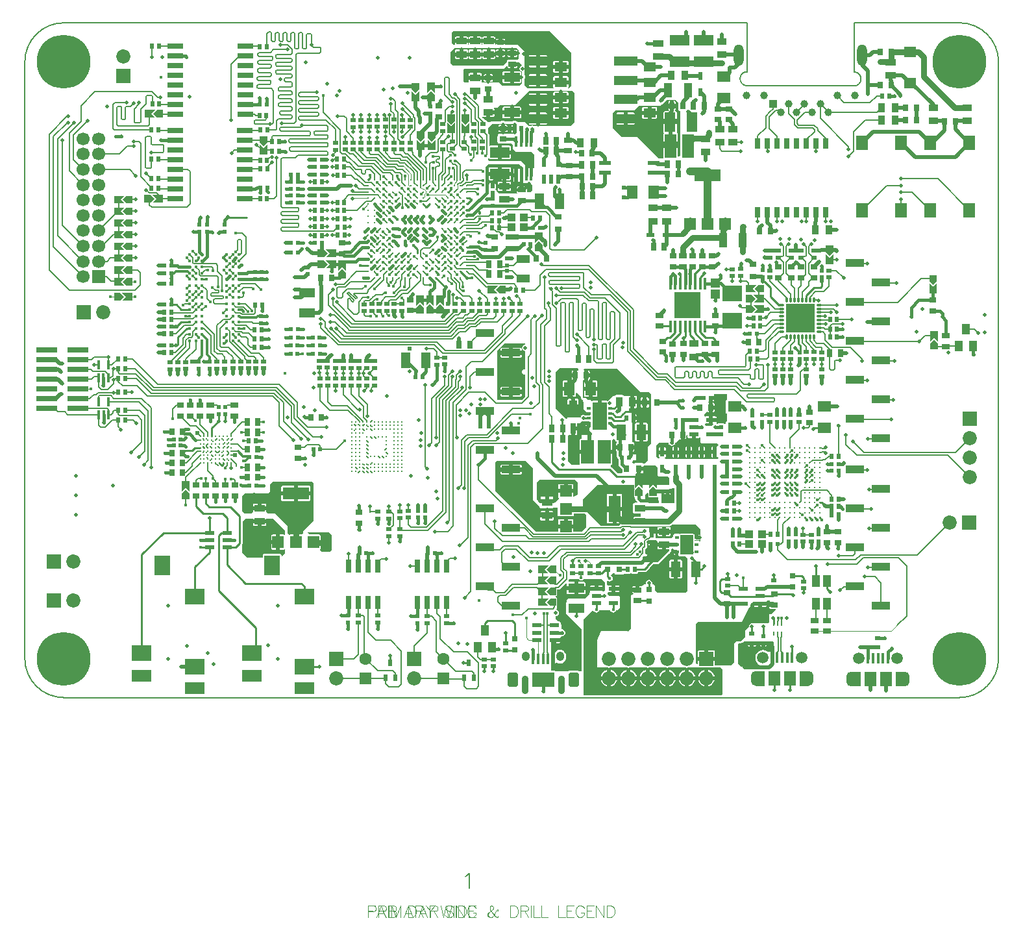
<source format=gtl>
G04 Layer_Physical_Order=1*
G04 Layer_Color=255*
%FSLAX43Y43*%
%MOMM*%
G71*
G01*
G75*
%ADD10C,0.254*%
%ADD11R,0.560X0.510*%
%ADD12R,0.700X0.510*%
%ADD13R,0.510X0.560*%
%ADD14R,0.510X0.700*%
%ADD15R,0.640X0.890*%
%ADD16R,0.890X0.640*%
%ADD17R,0.250X0.600*%
%ADD18R,0.800X0.550*%
%ADD19R,0.400X1.350*%
%ADD20R,1.500X1.900*%
%ADD21R,0.540X1.060*%
%ADD22R,1.300X0.600*%
%ADD23R,2.030X1.270*%
%ADD24R,2.500X2.150*%
%ADD25R,1.400X2.600*%
%ADD26R,2.600X1.400*%
%ADD27R,0.640X1.000*%
%ADD28R,0.600X1.300*%
%ADD29R,1.000X0.640*%
%ADD30R,0.850X1.300*%
%ADD31R,1.300X2.100*%
%ADD32R,1.800X0.800*%
%ADD33R,0.950X0.800*%
%ADD34R,1.000X1.000*%
%ADD35R,1.400X0.900*%
%ADD36R,2.070X1.200*%
%ADD37R,1.780X1.400*%
%ADD38R,1.300X0.850*%
%ADD39R,1.520X3.050*%
%ADD40R,1.640X1.400*%
%ADD41O,0.750X0.300*%
%ADD42O,0.300X0.750*%
%ADD43R,3.700X3.700*%
%ADD44R,3.500X3.500*%
%ADD45R,0.400X1.650*%
%ADD46R,1.060X0.540*%
%ADD47R,1.000X1.900*%
%ADD48R,1.500X1.650*%
%ADD49R,3.500X1.650*%
%ADD50R,1.400X1.780*%
%ADD51R,1.800X1.000*%
%ADD52C,0.230*%
%ADD53R,1.630X1.220*%
%ADD54R,1.520X0.610*%
%ADD55C,0.300*%
%ADD56R,0.800X0.800*%
%ADD57R,0.800X0.800*%
%ADD58R,0.450X1.450*%
%ADD59R,2.100X0.800*%
%ADD60R,0.700X1.750*%
%ADD61C,0.400*%
%ADD62R,2.100X1.300*%
%ADD63R,1.200X0.600*%
%ADD64C,0.250*%
%ADD65R,2.500X1.500*%
%ADD66R,2.000X2.500*%
%ADD67R,2.500X2.000*%
%ADD68R,2.790X0.740*%
%ADD69R,0.400X1.350*%
%ADD70R,2.900X1.900*%
%ADD71R,0.400X1.200*%
%ADD72R,2.413X1.016*%
%ADD73R,1.650X1.500*%
%ADD74R,1.650X3.500*%
%ADD75R,1.000X1.400*%
%ADD76R,0.500X0.450*%
%ADD77R,1.700X2.500*%
%ADD78R,0.750X1.380*%
%ADD79R,1.100X2.320*%
%ADD80R,1.900X3.600*%
%ADD81R,0.600X0.400*%
%ADD82R,0.800X0.950*%
%ADD83R,1.700X3.100*%
%ADD84R,1.100X1.500*%
%ADD85R,1.500X1.900*%
%ADD86R,0.640X1.400*%
%ADD87R,0.500X0.950*%
%ADD88C,0.127*%
%ADD89C,0.508*%
%ADD90C,0.254*%
%ADD91C,0.130*%
%ADD92C,0.229*%
%ADD93C,0.190*%
%ADD94C,0.203*%
%ADD95C,0.381*%
%ADD96C,0.305*%
%ADD97C,0.762*%
%ADD98C,0.102*%
%ADD99C,1.001*%
%ADD100C,1.016*%
%ADD101C,0.155*%
%ADD102C,0.406*%
%ADD103C,0.130*%
%ADD104C,0.457*%
%ADD105C,0.305*%
%ADD106C,0.126*%
%ADD107C,0.142*%
%ADD108R,2.030X1.820*%
%ADD109R,3.150X1.270*%
%ADD110R,1.168X1.168*%
%ADD111C,1.500*%
%ADD112O,1.200X1.900*%
%ADD113C,1.850*%
%ADD114R,1.850X1.850*%
%ADD115C,7.000*%
%ADD116C,1.700*%
%ADD117R,1.700X1.700*%
%ADD118R,1.850X1.850*%
%ADD119R,1.600X1.600*%
%ADD120C,1.600*%
%ADD121C,0.500*%
%ADD122O,1.050X1.250*%
%ADD123O,0.850X2.425*%
G04:AMPARAMS|DCode=124|XSize=1.9mm|YSize=1.375mm|CornerRadius=0.344mm|HoleSize=0mm|Usage=FLASHONLY|Rotation=90.000|XOffset=0mm|YOffset=0mm|HoleType=Round|Shape=RoundedRectangle|*
%AMROUNDEDRECTD124*
21,1,1.900,0.688,0,0,90.0*
21,1,1.212,1.375,0,0,90.0*
1,1,0.688,0.344,0.606*
1,1,0.688,0.344,-0.606*
1,1,0.688,-0.344,-0.606*
1,1,0.688,-0.344,0.606*
%
%ADD124ROUNDEDRECTD124*%
%ADD125O,1.300X2.800*%
%ADD126C,1.000*%
%ADD127C,0.610*%
%ADD128C,0.508*%
%ADD129C,0.381*%
%ADD130C,0.406*%
%ADD131C,0.406*%
%ADD132C,0.305*%
%ADD133C,0.457*%
G36*
X41899Y55453D02*
Y54653D01*
X40899D01*
Y55453D01*
X41399Y55953D01*
X41899Y55453D01*
D02*
G37*
G36*
X12477Y55778D02*
X12977Y55278D01*
X11627D01*
Y56278D01*
X12977D01*
X12477Y55778D01*
D02*
G37*
G36*
X118965Y54291D02*
X118465Y53791D01*
X117965Y54291D01*
Y55091D01*
X118965D01*
Y54291D01*
D02*
G37*
G36*
X12502Y54204D02*
X13002Y53704D01*
X11652D01*
Y54704D01*
X13002D01*
X12502Y54204D01*
D02*
G37*
G36*
X14052Y53704D02*
X13252D01*
X12752Y54204D01*
X13252Y54704D01*
X14052D01*
Y53704D01*
D02*
G37*
G36*
X14027Y55278D02*
X13227D01*
X12727Y55778D01*
X13227Y56278D01*
X14027D01*
Y55278D01*
D02*
G37*
G36*
X12478Y57322D02*
X12978Y56822D01*
X11628D01*
Y57822D01*
X12978D01*
X12478Y57322D01*
D02*
G37*
G36*
X14028Y56822D02*
X13228D01*
X12728Y57322D01*
X13228Y57822D01*
X14028D01*
Y56822D01*
D02*
G37*
G36*
X40596Y56015D02*
X39246D01*
X39746Y56515D01*
X39246Y57015D01*
X40596D01*
Y56015D01*
D02*
G37*
G36*
X41899Y55703D02*
X41399Y56203D01*
X40899Y55703D01*
Y57053D01*
X41899D01*
Y55703D01*
D02*
G37*
G36*
X39496Y56515D02*
X38996Y56015D01*
X38196D01*
Y57015D01*
X38996D01*
X39496Y56515D01*
D02*
G37*
G36*
X118965Y52691D02*
X117965D01*
Y54041D01*
X118465Y53541D01*
X118965Y54041D01*
Y52691D01*
D02*
G37*
G36*
X95313Y52004D02*
X94813Y51504D01*
X94013D01*
Y52504D01*
X94813D01*
X95313Y52004D01*
D02*
G37*
G36*
X96413Y51504D02*
X95063D01*
X95563Y52004D01*
X95063Y52504D01*
X96413D01*
Y51504D01*
D02*
G37*
G36*
X53345Y51125D02*
X52845Y51625D01*
X52345Y51125D01*
Y52475D01*
X53345D01*
Y51125D01*
D02*
G37*
G36*
X52040Y51105D02*
X51540Y51605D01*
X51040Y51105D01*
Y52455D01*
X52040D01*
Y51105D01*
D02*
G37*
G36*
X54636Y51108D02*
X54136Y51608D01*
X53636Y51108D01*
Y52458D01*
X54636D01*
Y51108D01*
D02*
G37*
G36*
X12952Y52299D02*
X12452Y51799D01*
X11652D01*
Y52799D01*
X12452D01*
X12952Y52299D01*
D02*
G37*
G36*
X94864Y53337D02*
X95364Y52837D01*
X94014D01*
Y53837D01*
X95364D01*
X94864Y53337D01*
D02*
G37*
G36*
X96414Y52837D02*
X95614D01*
X95114Y53337D01*
X95614Y53837D01*
X96414D01*
Y52837D01*
D02*
G37*
G36*
X62737Y52685D02*
X61937D01*
X61437Y53185D01*
X61937Y53685D01*
X62737D01*
Y52685D01*
D02*
G37*
G36*
X14052Y51799D02*
X12702D01*
X13202Y52299D01*
X12702Y52799D01*
X14052D01*
Y51799D01*
D02*
G37*
G36*
X61187Y53185D02*
X61687Y52685D01*
X60337D01*
Y53685D01*
X61687D01*
X61187Y53185D01*
D02*
G37*
G36*
X14028Y64442D02*
X13228D01*
X12728Y64942D01*
X13228Y65442D01*
X14028D01*
Y64442D01*
D02*
G37*
G36*
X16886Y65072D02*
X16386Y64572D01*
X15586D01*
Y65572D01*
X16386D01*
X16886Y65072D01*
D02*
G37*
G36*
X12478Y64942D02*
X12978Y64442D01*
X11628D01*
Y65442D01*
X12978D01*
X12478Y64942D01*
D02*
G37*
G36*
Y63418D02*
X12978Y62918D01*
X11628D01*
Y63918D01*
X12978D01*
X12478Y63418D01*
D02*
G37*
G36*
X14028Y62918D02*
X13228D01*
X12728Y63418D01*
X13228Y63918D01*
X14028D01*
Y62918D01*
D02*
G37*
G36*
X17986Y64572D02*
X16636D01*
X17136Y65072D01*
X16636Y65572D01*
X17986D01*
Y64572D01*
D02*
G37*
G36*
X31615Y72409D02*
X31115Y71909D01*
X30615Y72409D01*
Y73209D01*
X31615D01*
Y72409D01*
D02*
G37*
G36*
X53560Y71418D02*
X52560D01*
Y72768D01*
X53060Y72268D01*
X53560Y72768D01*
Y71418D01*
D02*
G37*
G36*
X31615Y70809D02*
X30615D01*
Y72159D01*
X31115Y71659D01*
X31615Y72159D01*
Y70809D01*
D02*
G37*
G36*
X64846Y69238D02*
Y69022D01*
X64529D01*
X64439Y68984D01*
X64419D01*
X64329Y69022D01*
X63879D01*
X63789Y68984D01*
X63751D01*
Y68947D01*
X63714Y68857D01*
Y67407D01*
X63751Y67317D01*
Y67280D01*
X63788D01*
X63879Y67242D01*
X64329D01*
X64420Y67280D01*
X64438D01*
X64529Y67242D01*
X64963D01*
X64963Y67175D01*
X65002Y67137D01*
X65897Y67137D01*
X66167Y66867D01*
X66167Y66168D01*
X65904Y65905D01*
X65511Y65905D01*
Y66536D01*
X65474Y66626D01*
Y66664D01*
X65434D01*
X65346Y66701D01*
X64346D01*
X64258Y66664D01*
X64218D01*
Y66625D01*
X64181Y66536D01*
Y65896D01*
X64218Y65807D01*
Y65758D01*
X61868D01*
X61512Y66116D01*
X61506Y66144D01*
X61450Y66228D01*
X61380Y66275D01*
X61394Y66307D01*
Y66343D01*
X61432Y66435D01*
Y66945D01*
X61394Y67037D01*
Y67073D01*
X61356D01*
X61267Y67110D01*
X60707D01*
X60617Y67073D01*
X60580D01*
Y67037D01*
X60542Y66945D01*
Y66435D01*
X60551Y66413D01*
X60281D01*
X60071Y66624D01*
Y68527D01*
X60078Y68560D01*
X60078Y68561D01*
X60086Y68605D01*
X60077Y68653D01*
X60075Y68666D01*
X60071Y68682D01*
X60071Y69249D01*
X60418Y69592D01*
X64490D01*
X64846Y69238D01*
D02*
G37*
G36*
X64046Y74758D02*
X64046Y74758D01*
X64049Y74755D01*
X64052Y74751D01*
X64054Y74748D01*
X64056Y74744D01*
X64058Y74740D01*
X64059Y74735D01*
X64060Y74731D01*
X64061Y74727D01*
X64061Y74722D01*
X64061Y74718D01*
X64060Y74713D01*
X64059Y74709D01*
X64059Y74708D01*
X63607D01*
X63518Y74671D01*
X63479D01*
Y74632D01*
X63442Y74543D01*
Y73843D01*
X63479Y73753D01*
Y73715D01*
X63518D01*
X63607Y73678D01*
X64116D01*
X64117Y73677D01*
X64118Y73673D01*
X64118Y73668D01*
X64118Y73664D01*
X64118Y73659D01*
X64118Y73655D01*
X64117Y73651D01*
X64115Y73646D01*
X64114Y73642D01*
X64112Y73638D01*
X64109Y73635D01*
X64107Y73631D01*
X64104Y73628D01*
X64005Y73530D01*
X61805D01*
X61719Y73444D01*
Y73321D01*
X61673Y73252D01*
X61653Y73153D01*
Y72513D01*
X61673Y72414D01*
X61729Y72330D01*
X61813Y72274D01*
X61912Y72254D01*
X61961D01*
X61988Y72227D01*
X63484D01*
X63620Y72091D01*
Y71807D01*
X63640Y71708D01*
X63652Y71689D01*
Y71600D01*
X64107Y71145D01*
X66116D01*
X66403Y70855D01*
Y69077D01*
X65227D01*
Y69494D01*
X64747Y69974D01*
X60576D01*
X60424Y70126D01*
Y70278D01*
X60559D01*
X60650Y70240D01*
X63250D01*
X63341Y70278D01*
X63378D01*
Y70315D01*
X63415Y70405D01*
Y71805D01*
X63378Y71895D01*
Y71932D01*
X63341D01*
X63250Y71970D01*
X60650D01*
X60598Y71948D01*
Y73331D01*
X60573Y73455D01*
X60503Y73560D01*
X60424Y73639D01*
Y74254D01*
X60968Y74799D01*
X64003Y74800D01*
X64046Y74758D01*
D02*
G37*
G36*
X14028Y61394D02*
X13228D01*
X12728Y61894D01*
X13228Y62394D01*
X14028D01*
Y61394D01*
D02*
G37*
G36*
X105483Y58149D02*
X104983Y57649D01*
X104483Y58149D01*
Y58949D01*
X105483D01*
Y58149D01*
D02*
G37*
G36*
X67558Y59025D02*
Y58225D01*
X66558D01*
Y59025D01*
X67058Y59525D01*
X67558Y59025D01*
D02*
G37*
G36*
X40594Y57429D02*
X39244D01*
X39744Y57929D01*
X39244Y58429D01*
X40594D01*
Y57429D01*
D02*
G37*
G36*
X105483Y56549D02*
X104483D01*
Y57899D01*
X104983Y57399D01*
X105483Y57899D01*
Y56549D01*
D02*
G37*
G36*
X39494Y57929D02*
X38994Y57429D01*
X38194D01*
Y58429D01*
X38994D01*
X39494Y57929D01*
D02*
G37*
G36*
X12478Y58846D02*
X12978Y58346D01*
X11628D01*
Y59346D01*
X12978D01*
X12478Y58846D01*
D02*
G37*
G36*
X14028Y59870D02*
X13228D01*
X12728Y60370D01*
X13228Y60870D01*
X14028D01*
Y59870D01*
D02*
G37*
G36*
X12478Y61894D02*
X12978Y61394D01*
X11628D01*
Y62394D01*
X12978D01*
X12478Y61894D01*
D02*
G37*
G36*
Y60370D02*
X12978Y59870D01*
X11628D01*
Y60870D01*
X12978D01*
X12478Y60370D01*
D02*
G37*
G36*
X14028Y58346D02*
X13228D01*
X12728Y58846D01*
X13228Y59346D01*
X14028D01*
Y58346D01*
D02*
G37*
G36*
X67558Y59275D02*
X67058Y59775D01*
X66558Y59275D01*
Y60625D01*
X67558D01*
Y59275D01*
D02*
G37*
G36*
X96413Y50165D02*
X95063D01*
X95563Y50665D01*
X95063Y51165D01*
X96413D01*
Y50165D01*
D02*
G37*
G36*
X84592Y19428D02*
X84652Y19301D01*
X84631Y19250D01*
X85034D01*
Y18996D01*
X85225D01*
Y18696D01*
X85243Y18606D01*
X85243D01*
X85245Y18597D01*
X85301Y18513D01*
X85385Y18457D01*
X85484Y18437D01*
X86127D01*
X86385Y18178D01*
Y13818D01*
X86208Y13640D01*
X82525D01*
X82194Y13970D01*
Y14622D01*
X82050Y14766D01*
X81909D01*
X81806Y14883D01*
X81805Y14891D01*
X81805Y14894D01*
X81811Y14922D01*
X81779Y15081D01*
X81689Y15215D01*
X81555Y15305D01*
X81396Y15336D01*
X81238Y15305D01*
X81103Y15215D01*
X81014Y15081D01*
X80982Y14922D01*
X80987Y14894D01*
X80988Y14891D01*
X80987Y14883D01*
X80884Y14766D01*
X80706D01*
X80569Y14629D01*
Y14611D01*
X80442Y14526D01*
X80408Y14540D01*
X80162D01*
Y14055D01*
X79908D01*
Y13801D01*
X79243D01*
Y13735D01*
X79291Y13619D01*
X79363Y13589D01*
X79338Y13462D01*
X79234D01*
X79096Y13324D01*
Y9017D01*
X78664Y8585D01*
X78602Y8647D01*
X75190D01*
X75176Y8661D01*
X74676Y7521D01*
X74676Y4445D01*
Y3912D01*
X76042D01*
X76200Y3891D01*
X76358Y3912D01*
X78582D01*
X78740Y3891D01*
X78898Y3912D01*
X81122D01*
X81280Y3891D01*
X81438Y3912D01*
X83662D01*
X83820Y3891D01*
X83978Y3912D01*
X86202D01*
X86360Y3891D01*
X86518Y3912D01*
X87897D01*
X87975Y3896D01*
X89825D01*
X89903Y3912D01*
X90780D01*
X90983Y3696D01*
Y508D01*
X90799Y324D01*
X72847D01*
Y3326D01*
X72862Y3401D01*
Y8921D01*
X72847Y8997D01*
Y10160D01*
X74043Y11356D01*
X74181Y11314D01*
X74182Y11307D01*
X74267Y11181D01*
X74393Y11097D01*
X74541Y11067D01*
X74690Y11097D01*
X74816Y11181D01*
X74900Y11307D01*
X74925Y11430D01*
X76358D01*
X76382Y11307D01*
X76467Y11181D01*
X76593Y11097D01*
X76741Y11067D01*
X76890Y11097D01*
X77016Y11181D01*
X77100Y11307D01*
X77125Y11430D01*
X77346D01*
X77645Y11729D01*
X77644Y11953D01*
X77650Y11983D01*
Y12583D01*
X77641Y12629D01*
X77639Y13082D01*
X77488Y13233D01*
X76272D01*
X75966Y13539D01*
X75974Y13646D01*
X76090Y13719D01*
X76091Y13718D01*
X76487D01*
Y14183D01*
Y14648D01*
X76091D01*
X76052Y14632D01*
X75925Y14716D01*
Y15174D01*
X76052Y15223D01*
X76145Y15161D01*
X76293Y15131D01*
X76442Y15161D01*
X76568Y15245D01*
X76571Y15249D01*
X76574Y15251D01*
X76659Y15377D01*
X76688Y15526D01*
X76659Y15674D01*
X76574Y15800D01*
X76551Y15824D01*
X76513Y15849D01*
X76445Y15918D01*
X76488Y16039D01*
X76533Y16049D01*
X76617Y16105D01*
X76673Y16189D01*
X76685Y16246D01*
X76764Y16299D01*
X76884Y16242D01*
X76895Y16189D01*
X76951Y16105D01*
X77035Y16049D01*
X77134Y16029D01*
X77934D01*
X78033Y16049D01*
X78117Y16105D01*
X78173Y16189D01*
X78299Y16168D01*
X78365Y16155D01*
X78875D01*
X78974Y16175D01*
X79058Y16231D01*
X79082D01*
X79166Y16175D01*
X79265Y16155D01*
X79775D01*
X79874Y16175D01*
X79958Y16231D01*
X80014Y16315D01*
X80027Y16376D01*
X80821D01*
X80970Y16405D01*
X81096Y16489D01*
X81495Y16889D01*
X81537Y16952D01*
X81987Y17401D01*
X82526D01*
X82526Y17401D01*
X82526Y17401D01*
X82576Y17411D01*
X82625Y17420D01*
X82625Y17420D01*
X82625Y17421D01*
X82668Y17449D01*
X82709Y17477D01*
X82709Y17477D01*
X82709Y17477D01*
X83973Y18742D01*
X84173D01*
Y18941D01*
X84226Y18995D01*
X84236Y19010D01*
X84250Y19022D01*
X84264Y19052D01*
X84282Y19079D01*
X84286Y19097D01*
X84294Y19113D01*
X84296Y19146D01*
X84302Y19178D01*
X84298Y19196D01*
X84299Y19214D01*
X84286Y19309D01*
X84363Y19418D01*
X84376Y19428D01*
X84592D01*
D02*
G37*
G36*
X40002Y21206D02*
Y19301D01*
X39748Y19047D01*
X38735D01*
X38508Y19301D01*
X38510Y19316D01*
D01*
X38546Y19444D01*
Y21094D01*
X38510Y21181D01*
Y21222D01*
X38471D01*
X38381Y21259D01*
X37049D01*
X36891Y21513D01*
X36927Y21587D01*
X39621D01*
X40002Y21206D01*
D02*
G37*
G36*
X69347Y16213D02*
X68547D01*
X68047Y16713D01*
X68547Y17213D01*
X69347D01*
Y16213D01*
D02*
G37*
G36*
Y14793D02*
X68547D01*
X68047Y15293D01*
X68547Y15793D01*
X69347D01*
Y14793D01*
D02*
G37*
G36*
X67797Y16713D02*
X68297Y16213D01*
X66947D01*
Y17213D01*
X68297D01*
X67797Y16713D01*
D02*
G37*
G36*
X82497Y20402D02*
Y19502D01*
X82535Y19411D01*
Y19374D01*
X82572D01*
X82662Y19337D01*
X83997D01*
X84024Y19314D01*
X84043Y19178D01*
X82526Y17660D01*
X80867Y17660D01*
X80612Y17870D01*
X80612Y18339D01*
X80719Y18446D01*
X80784Y18428D01*
X80845Y18393D01*
X80865Y18294D01*
X80896Y18248D01*
Y18412D01*
X81150D01*
Y18666D01*
X81314D01*
X81268Y18697D01*
X81150Y18720D01*
X81052Y18701D01*
X80983Y18745D01*
X80940Y18788D01*
X80943Y18804D01*
Y19341D01*
X81086Y19484D01*
X81156Y19589D01*
X81181Y19713D01*
Y20217D01*
X81213Y20239D01*
X81340Y20171D01*
Y19993D01*
X81378Y19901D01*
Y19865D01*
X81416D01*
X81505Y19828D01*
X82065D01*
X82154Y19865D01*
X82192D01*
Y19901D01*
X82230Y19993D01*
Y20444D01*
X82469D01*
X82497Y20402D01*
D02*
G37*
G36*
X88135Y21968D02*
Y20444D01*
X88054Y20363D01*
X87983Y20410D01*
X87884Y20430D01*
X87384D01*
X87349Y20423D01*
Y20520D01*
X87384Y20506D01*
X87884D01*
X87975Y20544D01*
X88011D01*
Y20580D01*
X88049Y20671D01*
Y21121D01*
X88011Y21212D01*
Y21248D01*
X87975D01*
X87884Y21286D01*
X87384D01*
X87322Y21260D01*
X87311Y21288D01*
Y21323D01*
X87276D01*
X87184Y21361D01*
X85484D01*
X85421Y21335D01*
X85383Y21360D01*
X85284Y21380D01*
X84784D01*
X84685Y21360D01*
X84601Y21304D01*
X84545Y21220D01*
X84525Y21121D01*
Y21025D01*
X84325Y20825D01*
X82202D01*
X82230Y20893D01*
Y21403D01*
X82192Y21495D01*
Y21531D01*
X82154D01*
X82065Y21568D01*
X81505D01*
X81416Y21531D01*
X81404D01*
Y22304D01*
X81431D01*
X81447Y22301D01*
X81472Y22306D01*
X81497Y22306D01*
X81521Y22316D01*
X81546Y22321D01*
X81567Y22335D01*
X81591Y22345D01*
X81599Y22353D01*
X83961D01*
X84209Y22402D01*
X84419Y22543D01*
X84479Y22603D01*
X87500D01*
X88135Y21968D01*
D02*
G37*
G36*
X81447Y22560D02*
X81431Y22563D01*
X81129D01*
Y23252D01*
X81447D01*
Y22560D01*
D02*
G37*
G36*
X66217Y29974D02*
X66268Y29923D01*
X66268Y25806D01*
X67145Y24929D01*
X67158Y24863D01*
X67214Y24779D01*
X67298Y24723D01*
X67397Y24703D01*
X68797D01*
X68897Y24723D01*
X68935Y24748D01*
X69470D01*
Y23887D01*
X69489Y23788D01*
X69545Y23704D01*
X69629Y23648D01*
X69729Y23628D01*
X71379D01*
X71478Y23648D01*
X71562Y23704D01*
X71618Y23788D01*
X71638Y23887D01*
Y23990D01*
X73037D01*
X73177Y23850D01*
X73202Y23825D01*
Y22174D01*
X72821Y21793D01*
X72662Y21634D01*
X71544D01*
Y22083D01*
X69564D01*
Y21634D01*
X66726D01*
X61391Y26969D01*
Y30683D01*
X61569Y30861D01*
X65333D01*
X66217Y29974D01*
D02*
G37*
G36*
X37678Y28007D02*
X37678Y23088D01*
X36319Y21729D01*
Y21421D01*
X36081Y21259D01*
X36065Y21259D01*
X35585D01*
Y20269D01*
X35077D01*
Y21259D01*
X34581D01*
X34541Y21242D01*
X34287Y21365D01*
Y22348D01*
X33385Y23251D01*
X32615Y24028D01*
X31660D01*
X31472Y24225D01*
Y25125D01*
X31435Y25215D01*
Y25253D01*
X31397D01*
X31307Y25290D01*
X29907D01*
X29817Y25253D01*
X29779D01*
Y25215D01*
X29742Y25125D01*
Y24225D01*
X29554Y24028D01*
X28595D01*
X28318Y24302D01*
Y26210D01*
X28702Y26593D01*
X31691D01*
X32014Y26913D01*
Y27848D01*
X32357Y28194D01*
X37490D01*
X37678Y28007D01*
D02*
G37*
G36*
X29742Y22525D02*
X29779Y22435D01*
Y22397D01*
X29817D01*
X29907Y22360D01*
X31307D01*
X31397Y22397D01*
X31435D01*
Y22435D01*
X31472Y22525D01*
Y23342D01*
X32405Y23342D01*
X33905Y21842D01*
Y21222D01*
X33871D01*
X33781Y21259D01*
X32281D01*
X32191Y21222D01*
X32152D01*
Y21181D01*
X32116Y21094D01*
Y19444D01*
X32152Y19357D01*
Y19316D01*
X32191D01*
X32281Y19279D01*
X33781D01*
X33871Y19316D01*
X33905D01*
Y18792D01*
X33529Y18416D01*
Y18501D01*
X33509Y18601D01*
X33453Y18685D01*
X33369Y18741D01*
X33270Y18760D01*
X31270D01*
X31171Y18741D01*
X31087Y18685D01*
X31031Y18601D01*
X31011Y18501D01*
Y18262D01*
X29006D01*
X28318Y18948D01*
Y19863D01*
X28364Y19931D01*
X28369Y19956D01*
X28393Y20080D01*
Y22985D01*
X28752Y23342D01*
X29742D01*
Y22525D01*
D02*
G37*
G36*
X67797Y15293D02*
X68297Y14793D01*
X66947D01*
Y15793D01*
X68297D01*
X67797Y15293D01*
D02*
G37*
G36*
X102282Y1520D02*
X101082D01*
Y3420D01*
X102282D01*
Y1520D01*
D02*
G37*
G36*
X97714Y7207D02*
Y6032D01*
X97682Y6010D01*
X97282D01*
X97165Y5962D01*
X96928Y5939D01*
X96788Y6047D01*
X96544Y6148D01*
X96282Y6183D01*
X96020Y6148D01*
X95775Y6047D01*
X95566Y5886D01*
X95405Y5677D01*
X95304Y5432D01*
X95269Y5170D01*
X95304Y4908D01*
X95405Y4664D01*
X95566Y4454D01*
X95775Y4293D01*
X95944Y4223D01*
X95903Y4013D01*
X93465D01*
X92989Y4488D01*
Y6909D01*
X92964Y6934D01*
X93137Y7107D01*
X93396D01*
X93495Y7127D01*
X93579Y7183D01*
X93762Y7366D01*
X94279D01*
Y7351D01*
X94844D01*
X95409D01*
Y7366D01*
X95869D01*
X95897Y7323D01*
Y7322D01*
X96787D01*
Y7323D01*
X96816Y7366D01*
X97587D01*
X97714Y7207D01*
D02*
G37*
G36*
X96482Y1520D02*
X95282D01*
Y3420D01*
X96482D01*
Y1520D01*
D02*
G37*
G36*
X108988Y1481D02*
X107788D01*
Y3381D01*
X108988D01*
Y1481D01*
D02*
G37*
G36*
X114788D02*
X113588D01*
Y3381D01*
X114788D01*
Y1481D01*
D02*
G37*
G36*
X97200Y12522D02*
X97178Y12513D01*
X97129Y12396D01*
Y12330D01*
X97739D01*
Y11822D01*
X97129D01*
Y11756D01*
X97178Y11640D01*
X97294Y11591D01*
X97968D01*
Y11455D01*
X97414Y10901D01*
X97079D01*
Y9855D01*
X96934Y9710D01*
X96346D01*
X96342Y9711D01*
X96338Y9710D01*
X94939D01*
X94903Y9674D01*
X94844Y9685D01*
X94685Y9654D01*
X94551Y9564D01*
X94461Y9430D01*
X94429Y9271D01*
X94441Y9212D01*
X93977Y8748D01*
Y7947D01*
X93396Y7366D01*
X92829D01*
X92558Y7094D01*
Y4648D01*
X92060Y4151D01*
X90879D01*
X90833Y4160D01*
X90787Y4170D01*
X90784Y4170D01*
X90780Y4171D01*
X89990D01*
Y4826D01*
X88900D01*
X87810D01*
Y4431D01*
X87693Y4382D01*
X87528Y4547D01*
Y4922D01*
X87549Y5080D01*
X87528Y5238D01*
Y9601D01*
X87764Y9837D01*
X93022D01*
X93559Y9855D01*
X94500Y11733D01*
X94567Y11777D01*
X94623Y11861D01*
X94642Y11960D01*
Y12017D01*
X94797Y12326D01*
X94991Y12520D01*
X95118Y12467D01*
Y11960D01*
X95167Y11844D01*
X95283Y11795D01*
X95679D01*
Y12260D01*
X95933D01*
Y12514D01*
X96748D01*
Y12560D01*
X96808Y12649D01*
X97175D01*
X97200Y12522D01*
D02*
G37*
G36*
X69328Y13360D02*
X68528D01*
X68028Y13860D01*
X68528Y14360D01*
X69328D01*
Y13360D01*
D02*
G37*
G36*
X72277Y15464D02*
X72320Y15399D01*
X72434Y15324D01*
X72567Y15297D01*
X72701Y15324D01*
X72815Y15399D01*
X72858Y15464D01*
X75240Y15464D01*
X75666Y15038D01*
X75641Y15013D01*
Y13950D01*
X75520Y13829D01*
X75387Y13837D01*
X75356Y13883D01*
Y13929D01*
X73726D01*
Y13883D01*
X73775Y13767D01*
X73775Y13767D01*
X73752Y13746D01*
X73708Y13717D01*
X73688Y13687D01*
X73652Y13633D01*
X73632Y13533D01*
Y13460D01*
X73076Y12903D01*
X70819Y12903D01*
X70637Y12721D01*
X70686Y12673D01*
X70674Y12512D01*
X70618Y12428D01*
X70598Y12329D01*
Y11029D01*
X70618Y10930D01*
X70674Y10846D01*
X70758Y10790D01*
X70784Y10785D01*
Y10740D01*
X72603Y8921D01*
Y3401D01*
X72312D01*
X72156Y3505D01*
X71923Y3552D01*
X71235D01*
X71002Y3505D01*
X70846Y3401D01*
X69270D01*
X69225Y3469D01*
X69141Y3525D01*
X69041Y3545D01*
X68693D01*
X68605Y3632D01*
Y4069D01*
X68637Y4107D01*
Y4172D01*
X68681Y4237D01*
X68700Y4336D01*
Y5011D01*
Y5686D01*
X68681Y5785D01*
X68637Y5850D01*
Y5915D01*
X68605Y5953D01*
Y7043D01*
X68794D01*
Y7508D01*
X69048D01*
Y7762D01*
X69813D01*
Y7773D01*
X69899Y7900D01*
X69977Y7899D01*
Y8005D01*
X70049D01*
X70223Y8039D01*
X70370Y8138D01*
X70468Y8285D01*
X70502Y8458D01*
X70468Y8631D01*
X70370Y8778D01*
X70223Y8877D01*
X70049Y8911D01*
X69977D01*
Y9510D01*
X69907Y9579D01*
Y9708D01*
X69888Y9807D01*
X69832Y9891D01*
X69748Y9947D01*
X69648Y9967D01*
X69520D01*
X69215Y10272D01*
Y10614D01*
X69240Y10635D01*
X69399Y10666D01*
X69533Y10756D01*
X69623Y10890D01*
X69654Y11049D01*
X69623Y11208D01*
X69533Y11342D01*
X69399Y11432D01*
X69376Y11436D01*
X69342Y11505D01*
X69329Y11575D01*
X69387Y11662D01*
X69412Y11786D01*
Y11882D01*
X69438Y11946D01*
Y12946D01*
X69406Y13024D01*
X69328Y13056D01*
X69215D01*
Y13250D01*
X69328D01*
X69406Y13282D01*
X69438Y13360D01*
Y14061D01*
X69440Y14062D01*
X69592D01*
X69716Y14087D01*
X69821Y14157D01*
X70565Y14901D01*
X70692Y14849D01*
Y14533D01*
X71653D01*
Y15094D01*
X70938D01*
X70886Y15221D01*
X70892Y15227D01*
X70962Y15332D01*
X70987Y15456D01*
Y15464D01*
X72277Y15464D01*
D02*
G37*
G36*
X67778Y13860D02*
X68278Y13360D01*
X66928D01*
Y14360D01*
X68278D01*
X67778Y13860D01*
D02*
G37*
G36*
Y12446D02*
X68278Y11946D01*
X66928D01*
Y12946D01*
X68278D01*
X67778Y12446D01*
D02*
G37*
G36*
X69328Y11946D02*
X68528D01*
X68028Y12446D01*
X68528Y12946D01*
X69328D01*
Y11946D01*
D02*
G37*
G36*
X65275Y46030D02*
X65116Y45998D01*
X64982Y45908D01*
X64892Y45774D01*
X64861Y45615D01*
X64892Y45457D01*
X64982Y45322D01*
X65116Y45233D01*
X65275Y45201D01*
Y42926D01*
X65275Y42917D01*
X65273Y42909D01*
X65271Y42900D01*
X65269Y42891D01*
X65265Y42883D01*
X65261Y42875D01*
X65256Y42868D01*
X65251Y42861D01*
X65245Y42854D01*
X65238Y42848D01*
X65231Y42843D01*
X65224Y42838D01*
X65216Y42834D01*
X65208Y42830D01*
X65199Y42828D01*
X65191Y42826D01*
X65182Y42825D01*
X65174Y42824D01*
Y42824D01*
X65143Y42823D01*
X65112Y42818D01*
X65082Y42811D01*
X65052Y42802D01*
X65023Y42790D01*
X64996Y42775D01*
X64970Y42758D01*
X64945Y42739D01*
X64922Y42718D01*
X64902Y42695D01*
X64883Y42670D01*
X64866Y42644D01*
X64852Y42616D01*
X64840Y42588D01*
X64831Y42558D01*
X64825Y42528D01*
X64821Y42497D01*
X64820Y42466D01*
X64821Y42435D01*
X64826Y42404D01*
X64833Y42374D01*
X64842Y42344D01*
X64854Y42315D01*
X64869Y42288D01*
X64885Y42262D01*
X64905Y42237D01*
X64926Y42215D01*
X64949Y42194D01*
X64974Y42175D01*
X65000Y42159D01*
X65027Y42144D01*
X65056Y42133D01*
X65086Y42123D01*
X65116Y42117D01*
X65147Y42113D01*
X65174Y42112D01*
Y42112D01*
X65183Y42111D01*
X65191Y42110D01*
X65200Y42108D01*
X65208Y42106D01*
X65217Y42102D01*
X65225Y42098D01*
X65232Y42093D01*
X65239Y42088D01*
X65246Y42081D01*
X65252Y42075D01*
X65257Y42068D01*
X65262Y42060D01*
X65266Y42052D01*
X65269Y42044D01*
X65272Y42036D01*
X65274Y42027D01*
X65275Y42018D01*
X65275Y42010D01*
Y39279D01*
X64855Y38859D01*
X61592D01*
Y45284D01*
X62533Y46225D01*
X65275D01*
Y46030D01*
D02*
G37*
G36*
X80350Y39862D02*
X81417D01*
X81658Y39621D01*
Y34834D01*
X81658Y34810D01*
X81658Y33104D01*
X81267Y32713D01*
X81267Y30953D01*
X80812Y30498D01*
X80678Y30507D01*
X80674Y30513D01*
X80590Y30569D01*
X80491Y30589D01*
X79691D01*
X79592Y30569D01*
X79508Y30513D01*
X79380Y30551D01*
X79243Y30689D01*
X79269Y30888D01*
X79277Y30898D01*
X79287Y30906D01*
X79300Y30911D01*
X79313Y30913D01*
X79766D01*
Y31727D01*
X79245D01*
Y32067D01*
X79346D01*
X79462Y32115D01*
X79511Y32232D01*
Y32423D01*
X79026D01*
Y32931D01*
X79511D01*
Y33122D01*
X79462Y33239D01*
X79346Y33287D01*
X79245D01*
Y35842D01*
X79337Y35928D01*
X79610D01*
X79699Y35965D01*
X79738D01*
Y36003D01*
X79775Y36093D01*
Y36793D01*
X79738Y36883D01*
Y36921D01*
X79699D01*
X79610Y36958D01*
X79143D01*
Y37081D01*
X78788Y37437D01*
Y37702D01*
X78836Y37734D01*
X79686D01*
X79777Y37772D01*
X79813D01*
Y37807D01*
X79851Y37899D01*
Y39199D01*
X79813Y39291D01*
Y39326D01*
X79777D01*
X79686Y39364D01*
X78836D01*
X78750Y39328D01*
X78712Y39367D01*
X78129D01*
X78119Y39382D01*
X78035Y39438D01*
X77936Y39458D01*
X77086D01*
X76987Y39438D01*
X76903Y39382D01*
X76893Y39367D01*
X76705D01*
X76014Y38676D01*
X76009Y38672D01*
X76005Y38667D01*
X76003Y38665D01*
X75925Y38698D01*
X75229D01*
Y36733D01*
X74721D01*
Y38698D01*
X74025D01*
X74004Y38689D01*
X73835Y38859D01*
X73356D01*
X73342Y38888D01*
X73327Y38915D01*
X73310Y38941D01*
X73291Y38965D01*
X73270Y38988D01*
X73246Y39008D01*
X73221Y39027D01*
X73195Y39043D01*
X73167Y39057D01*
X73138Y39069D01*
X73109Y39077D01*
X73078Y39084D01*
X73047Y39087D01*
X73016Y39088D01*
X72985Y39086D01*
X72954Y39082D01*
X72924Y39074D01*
X72895Y39065D01*
X72873Y39055D01*
X72871Y39054D01*
X72768Y39135D01*
Y41325D01*
X72874Y41419D01*
X72997D01*
X73023Y41292D01*
X73000Y41283D01*
X72952Y41166D01*
Y40530D01*
X73817D01*
X74682D01*
Y41166D01*
X74634Y41283D01*
X74517Y41331D01*
X73645D01*
X73642Y41457D01*
X73642Y41458D01*
Y41495D01*
X73679Y41584D01*
Y42474D01*
X73642Y42562D01*
Y42601D01*
X73606D01*
X73514Y42639D01*
X72943D01*
X72916Y42662D01*
X72896Y42797D01*
X73022Y42923D01*
X77289D01*
X80350Y39862D01*
D02*
G37*
G36*
X91564Y38869D02*
X91510Y38833D01*
X91454Y38749D01*
X91434Y38650D01*
Y37250D01*
X91454Y37151D01*
X91510Y37067D01*
X91564Y37031D01*
Y36069D01*
X91510Y36033D01*
X91454Y35949D01*
X91434Y35850D01*
Y35808D01*
X91305Y35679D01*
X91265Y35683D01*
X91181Y35739D01*
X91082Y35759D01*
X90522D01*
X90423Y35739D01*
X90362Y35698D01*
X90312D01*
X90249Y35752D01*
X90223Y35825D01*
X90256Y35905D01*
Y36505D01*
X90218Y36596D01*
Y36632D01*
X90183D01*
X90091Y36670D01*
X88791D01*
X88770Y36661D01*
X88643Y36742D01*
Y36954D01*
X88960Y37271D01*
X89058D01*
X89150Y37233D01*
X89790D01*
X89881Y37271D01*
X89919D01*
Y37310D01*
X89955Y37398D01*
Y38288D01*
X89919Y38376D01*
Y38415D01*
X89882D01*
X89790Y38453D01*
X89207D01*
X89111Y38547D01*
X89216Y38625D01*
X89726D01*
X89818Y38663D01*
X89854D01*
Y38701D01*
X89891Y38790D01*
Y39350D01*
X89885Y39363D01*
X89854Y39477D01*
D01*
X89846Y39494D01*
X89925Y39621D01*
X91564D01*
Y38869D01*
D02*
G37*
G36*
X89791Y35613D02*
X89719Y35566D01*
X89629Y35430D01*
X88897D01*
X88717Y35610D01*
X88724Y35630D01*
X88791Y35740D01*
X89752D01*
X89791Y35613D01*
D02*
G37*
G36*
X72221Y42860D02*
Y42670D01*
X71405D01*
Y42610D01*
X71357Y42591D01*
X71309Y42474D01*
Y41584D01*
X71351Y41483D01*
X71294Y41331D01*
X71271D01*
Y40276D01*
Y39221D01*
X71717D01*
X71834Y39269D01*
X71882Y39386D01*
Y39670D01*
X72034Y39733D01*
X72509Y39258D01*
Y39135D01*
X72512Y39119D01*
X72511Y39103D01*
X72522Y39070D01*
X72529Y39036D01*
X72537Y39022D01*
X72542Y39007D01*
X72565Y38981D01*
X72585Y38952D01*
X72598Y38943D01*
X72608Y38931D01*
X72711Y38850D01*
X72747Y38832D01*
X72782Y38811D01*
X72792Y38809D01*
X72801Y38805D01*
X72819Y38803D01*
Y38592D01*
X72819Y38560D01*
X72833Y38547D01*
Y36941D01*
X72723Y36833D01*
X72693Y36833D01*
X72662Y36831D01*
X72631Y36827D01*
X72601Y36819D01*
X72572Y36809D01*
X72543Y36797D01*
X72516Y36782D01*
X72490Y36765D01*
X72466Y36745D01*
X72444Y36724D01*
X72423Y36700D01*
X72405Y36675D01*
X72389Y36649D01*
X72375Y36621D01*
X72364Y36592D01*
X72355Y36562D01*
X72208Y36595D01*
Y37370D01*
X70778D01*
Y36464D01*
X70676Y36340D01*
X70576Y36329D01*
X69201Y37704D01*
Y42403D01*
X69757Y42962D01*
X72119D01*
X72221Y42860D01*
D02*
G37*
G36*
X119118Y46203D02*
Y45403D01*
X118118D01*
Y46203D01*
X118618Y46703D01*
X119118Y46203D01*
D02*
G37*
G36*
X53345Y50875D02*
Y50075D01*
X52345D01*
Y50875D01*
X52845Y51375D01*
X53345Y50875D01*
D02*
G37*
G36*
X95313Y50665D02*
X94813Y50165D01*
X94013D01*
Y51165D01*
X94813D01*
X95313Y50665D01*
D02*
G37*
G36*
X54636Y50858D02*
Y50058D01*
X53636D01*
Y50858D01*
X54136Y51358D01*
X54636Y50858D01*
D02*
G37*
G36*
X119118Y46453D02*
X118618Y46953D01*
X118118Y46453D01*
Y47803D01*
X119118D01*
Y46453D01*
D02*
G37*
G36*
X52040Y50855D02*
Y50055D01*
X51040D01*
Y50855D01*
X51540Y51355D01*
X52040Y50855D01*
D02*
G37*
G36*
X72725Y36038D02*
X72883Y36006D01*
X72950Y36020D01*
X72998D01*
X73110Y35958D01*
Y35558D01*
X73148Y35467D01*
Y35430D01*
X73186D01*
X73275Y35393D01*
X73631D01*
Y34815D01*
X73905Y34540D01*
X73937Y34515D01*
X73940Y34484D01*
X73947Y34454D01*
X73956Y34424D01*
X73967Y34395D01*
X73980Y34370D01*
X73987Y34354D01*
X73991Y34336D01*
X73992Y34319D01*
X73990Y34301D01*
X73985Y34284D01*
X73977Y34268D01*
X73967Y34254D01*
X73954Y34241D01*
X73939Y34231D01*
X73923Y34224D01*
X73905Y34220D01*
X73890Y34219D01*
X72644D01*
Y33770D01*
X72543D01*
X72426Y33721D01*
X72378Y33605D01*
Y32309D01*
X73393D01*
Y31801D01*
X72378D01*
Y30505D01*
X72398Y30455D01*
X72320Y30328D01*
X71324Y30328D01*
X70863Y30789D01*
X70863Y34132D01*
X70990Y34247D01*
X70991Y34247D01*
D01*
X71105Y34215D01*
X71118Y34209D01*
X71868D01*
X71960Y34247D01*
X71995D01*
Y34282D01*
X72033Y34374D01*
Y35754D01*
X72073Y35814D01*
X72415D01*
X72651Y36051D01*
X72670Y36053D01*
X72697Y36056D01*
X72725Y36038D01*
D02*
G37*
G36*
X80558Y27055D02*
Y26255D01*
X79558D01*
Y27055D01*
X80058Y27555D01*
X80558Y27055D01*
D02*
G37*
G36*
X82436D02*
Y26255D01*
X81436D01*
Y27055D01*
X81936Y27555D01*
X82436Y27055D01*
D02*
G37*
G36*
X68945Y28445D02*
X69107Y28413D01*
X71743D01*
X72082Y28074D01*
X72082Y26468D01*
X71635Y26212D01*
X71617Y26209D01*
X71599Y26209D01*
X71582Y26212D01*
X71565Y26218D01*
X71550Y26227D01*
X71544Y26233D01*
Y27687D01*
X71507Y27776D01*
X71507Y27816D01*
X71466D01*
X71379Y27852D01*
X69729D01*
X69641Y27816D01*
X69601D01*
Y27776D01*
X69564Y27687D01*
Y26187D01*
X69601Y26098D01*
Y26060D01*
X69625D01*
X69638Y26059D01*
X69651Y26054D01*
X69661Y26045D01*
X69669Y26035D01*
X69675Y26023D01*
X69676Y26009D01*
X69675Y25996D01*
X69669Y25984D01*
X69661Y25973D01*
X69106Y25418D01*
X69093Y25407D01*
X69077Y25398D01*
X69061Y25392D01*
X69043Y25388D01*
X69025D01*
X69008Y25392D01*
X68991Y25398D01*
X68976Y25407D01*
X68962Y25418D01*
Y25862D01*
X68932Y25935D01*
X68932Y26167D01*
X67277D01*
Y25969D01*
X67232Y25862D01*
Y25494D01*
X67226Y25489D01*
X67210Y25482D01*
X67193Y25477D01*
X67175Y25475D01*
X67157Y25477D01*
X67140Y25482D01*
X67124Y25489D01*
X67109Y25499D01*
X66777Y25832D01*
Y28066D01*
X67157Y28445D01*
X68945Y28445D01*
D02*
G37*
G36*
X81326Y26647D02*
X81326Y26646D01*
X81326Y26646D01*
Y26255D01*
X81359Y26177D01*
X81436Y26145D01*
X81731D01*
X81738Y26140D01*
X81936Y26101D01*
X82135Y26140D01*
X82141Y26145D01*
X82436D01*
X82504Y26173D01*
X82631Y26128D01*
Y25737D01*
X82674D01*
Y25397D01*
X81351D01*
X80896Y25852D01*
Y26398D01*
X81199Y26699D01*
X81326Y26647D01*
D02*
G37*
G36*
X21505Y26650D02*
Y25850D01*
X20505D01*
Y26650D01*
X21005Y27150D01*
X21505Y26650D01*
D02*
G37*
G36*
X84694Y25397D02*
X83055D01*
Y26675D01*
X83118Y26738D01*
X83119Y26737D01*
X83125Y26744D01*
X83132Y26749D01*
X83140Y26754D01*
X83148Y26758D01*
X83156Y26761D01*
X83164Y26764D01*
X83173Y26766D01*
X83182Y26767D01*
X83191Y26767D01*
X83200Y26767D01*
X83208Y26766D01*
X83217Y26764D01*
X83226Y26761D01*
X83234Y26758D01*
X83242Y26754D01*
X83249Y26749D01*
X83256Y26743D01*
X83263Y26737D01*
X83269Y26731D01*
X83274Y26724D01*
X83279Y26716D01*
X83283Y26710D01*
X83283Y26710D01*
X83293Y26690D01*
X83305Y26671D01*
X83319Y26654D01*
X83334Y26638D01*
X83351Y26623D01*
X83368Y26610D01*
X83387Y26598D01*
X83407Y26588D01*
X83428Y26580D01*
X83449Y26573D01*
X83471Y26569D01*
X83493Y26566D01*
X83515Y26565D01*
X83537Y26567D01*
X83559Y26570D01*
X83581Y26575D01*
X83602Y26582D01*
X83622Y26590D01*
X83642Y26601D01*
X83660Y26613D01*
X83678Y26627D01*
X83694Y26642D01*
X83709Y26659D01*
X83722Y26676D01*
X83734Y26695D01*
X83742Y26710D01*
X83742Y26710D01*
X83746Y26718D01*
X83751Y26726D01*
X83756Y26733D01*
X83762Y26739D01*
X83769Y26745D01*
X83776Y26751D01*
X83783Y26755D01*
X83791Y26759D01*
X83800Y26763D01*
X83808Y26765D01*
X83817Y26767D01*
X83826Y26768D01*
X83835Y26769D01*
X83843Y26768D01*
X83852Y26767D01*
X83861Y26765D01*
X83869Y26762D01*
X83878Y26759D01*
X83886Y26754D01*
X83893Y26750D01*
X83900Y26744D01*
X83906Y26739D01*
X84307Y26340D01*
X84308Y26340D01*
X84311Y26337D01*
X84314Y26334D01*
X84318Y26332D01*
X84322Y26330D01*
X84326Y26328D01*
X84330Y26327D01*
X84335Y26326D01*
X84339Y26325D01*
X84344Y26325D01*
X84348Y26325D01*
X84353Y26326D01*
X84357Y26327D01*
X84361Y26328D01*
X84365Y26330D01*
X84369Y26332D01*
X84373Y26334D01*
X84376Y26337D01*
X84380Y26340D01*
X84383Y26343D01*
X84385Y26347D01*
X84388Y26351D01*
X84390Y26354D01*
X84392Y26359D01*
X84393Y26363D01*
X84394Y26367D01*
X84394Y26372D01*
X84395Y26376D01*
Y27302D01*
X84694D01*
Y25397D01*
D02*
G37*
G36*
X82499Y29978D02*
Y29033D01*
X82705Y28826D01*
X83855D01*
X84087Y28594D01*
Y27843D01*
X83954Y27710D01*
X82436D01*
Y27305D01*
X81940Y27801D01*
X81936D01*
X81932D01*
X81436Y27305D01*
Y27710D01*
X80612D01*
X80558Y27765D01*
Y27305D01*
X80058Y27805D01*
X79558Y27305D01*
Y28655D01*
X79668D01*
X79611Y28712D01*
Y29162D01*
X79691Y29215D01*
X79837D01*
Y29855D01*
X80091D01*
Y30109D01*
X80656D01*
Y30121D01*
X80783Y30240D01*
X80795Y30239D01*
X80804Y30240D01*
X80812Y30239D01*
X80854Y30247D01*
X80896Y30253D01*
X80903Y30257D01*
X80911Y30259D01*
X80923Y30266D01*
X82211D01*
X82499Y29978D01*
D02*
G37*
G36*
X87495Y33840D02*
X87891D01*
X88008Y33888D01*
X88011Y33896D01*
X88138Y33871D01*
Y33300D01*
X88313Y33125D01*
X90323D01*
X90456Y32991D01*
X90386Y32887D01*
X90366Y32783D01*
X90230Y32702D01*
X90213D01*
Y32007D01*
Y31312D01*
X90230D01*
X90328Y31353D01*
X90395Y31345D01*
X90468Y31323D01*
X90487Y31262D01*
X90366Y31140D01*
X83701D01*
X83419Y31160D01*
X83423Y31287D01*
X83540Y31335D01*
X83588Y31452D01*
Y31728D01*
X83153D01*
X82718D01*
Y31452D01*
X82766Y31335D01*
X82818Y31314D01*
X82793Y31187D01*
X82603D01*
X82392Y31398D01*
Y32888D01*
X82726Y33223D01*
X83942D01*
X83967Y33098D01*
X84065Y32950D01*
X84212Y32852D01*
X84386Y32818D01*
X84559Y32852D01*
X84706Y32950D01*
X84805Y33098D01*
X84830Y33223D01*
X84912D01*
X85396Y33707D01*
X85467Y33677D01*
X85533D01*
Y34287D01*
X86041D01*
Y33677D01*
X86107D01*
X86224Y33725D01*
X86272Y33842D01*
Y34105D01*
X86299Y34241D01*
X86426Y34229D01*
Y34005D01*
X86474Y33888D01*
X86591Y33840D01*
X86987D01*
Y34305D01*
X87495D01*
Y33840D01*
D02*
G37*
G36*
X76998Y33585D02*
Y33554D01*
X77046Y33437D01*
X77163Y33389D01*
X77149Y33141D01*
X77141Y33122D01*
Y32931D01*
X77626D01*
Y32423D01*
X77141D01*
Y32232D01*
X77172Y32155D01*
Y31593D01*
X77207Y31420D01*
X77305Y31273D01*
X77446Y31132D01*
Y30447D01*
X77480Y30274D01*
X77578Y30127D01*
X77926Y29779D01*
Y29380D01*
X77718Y29217D01*
X77327D01*
X76501Y30043D01*
X76438Y30086D01*
X76441Y30243D01*
X76465Y30346D01*
X76466Y30349D01*
X76559Y30388D01*
X76608Y30505D01*
Y31801D01*
X75593D01*
Y32309D01*
X76608D01*
Y33605D01*
X76776Y33761D01*
X76998Y33585D01*
D02*
G37*
G36*
X21505Y26900D02*
X21005Y27400D01*
X20505Y26900D01*
Y28250D01*
X21505D01*
Y26900D01*
D02*
G37*
G36*
X78738Y27736D02*
X78768Y27727D01*
X78798Y27720D01*
X78829Y27717D01*
X78860Y27716D01*
X78891Y27717D01*
X78922Y27722D01*
X78952Y27729D01*
X78981Y27739D01*
X79003Y27747D01*
X79448Y27750D01*
Y27305D01*
X79480Y27227D01*
X79547Y27200D01*
X79480Y27133D01*
X79448Y27055D01*
Y26255D01*
X79480Y26177D01*
X79558Y26145D01*
X79604D01*
Y25987D01*
X79639Y25814D01*
X79737Y25667D01*
X79994Y25410D01*
X79994Y25410D01*
X79995Y25410D01*
X79564D01*
X79465Y25390D01*
X79381Y25334D01*
X79325Y25250D01*
X79305Y25151D01*
Y24251D01*
X79325Y24152D01*
X79381Y24067D01*
X79465Y24011D01*
X79564Y23992D01*
X80332D01*
Y23616D01*
X79564D01*
X79447Y23567D01*
X79399Y23451D01*
Y23255D01*
X80264D01*
Y22747D01*
X79399D01*
Y22563D01*
X79188D01*
X79114Y22613D01*
X78990Y22638D01*
X77881D01*
X77757Y22613D01*
X77652Y22543D01*
X77533Y22424D01*
X75142D01*
X73058Y24508D01*
X72903Y24663D01*
X72802D01*
Y25881D01*
X74686Y27752D01*
X77840Y27752D01*
X77866Y27735D01*
X78024Y27703D01*
X78183Y27735D01*
X78209Y27752D01*
X78699Y27752D01*
X78738Y27736D01*
D02*
G37*
G36*
X64386Y84452D02*
Y83334D01*
X64213Y83163D01*
X64200Y83171D01*
X64101Y83191D01*
X63101D01*
X63002Y83171D01*
X62918Y83115D01*
X62862Y83031D01*
X62842Y82932D01*
Y82908D01*
X62354Y82420D01*
X55877D01*
X55499Y82801D01*
Y84175D01*
X56027Y84706D01*
X61468D01*
X61478Y84716D01*
X64120D01*
X64386Y84452D01*
D02*
G37*
G36*
X16465Y76192D02*
X16965Y75692D01*
X15615D01*
Y76692D01*
X16965D01*
X16465Y76192D01*
D02*
G37*
G36*
X18015Y75692D02*
X17215D01*
X16715Y76192D01*
X17215Y76692D01*
X18015D01*
Y75692D01*
D02*
G37*
G36*
X56118Y75261D02*
X55618Y74761D01*
X55118Y75261D01*
Y76061D01*
X56118D01*
Y75261D01*
D02*
G37*
G36*
X57952Y73651D02*
X56952D01*
Y75001D01*
X57452Y74501D01*
X57952Y75001D01*
Y73651D01*
D02*
G37*
G36*
X56118Y73661D02*
X55118D01*
Y75011D01*
X55618Y74511D01*
X56118Y75011D01*
Y73661D01*
D02*
G37*
G36*
X57952Y75251D02*
X57452Y74751D01*
X56952Y75251D01*
Y76051D01*
X57952D01*
Y75251D01*
D02*
G37*
G36*
X51452Y79343D02*
X50952Y78843D01*
X50452Y79343D01*
Y80143D01*
X51452D01*
Y79343D01*
D02*
G37*
G36*
X53472Y78851D02*
X52972Y79351D01*
X52472Y78851D01*
Y80201D01*
X53472D01*
Y78851D01*
D02*
G37*
G36*
X70662Y84731D02*
X70637Y84706D01*
X71302Y84043D01*
Y79758D01*
X71041Y79499D01*
X70849D01*
Y79553D01*
X70887Y79645D01*
Y80865D01*
X70849Y80957D01*
Y80993D01*
X70811D01*
X70722Y81030D01*
X69092D01*
X69002Y80993D01*
X68963D01*
Y80952D01*
X68927Y80865D01*
Y79645D01*
X68963Y79558D01*
Y79499D01*
X65574D01*
X65560Y79485D01*
X65201Y79844D01*
Y79996D01*
X65201Y79996D01*
Y80717D01*
X65212Y80734D01*
X65252Y80932D01*
X65212Y81130D01*
X65201Y81147D01*
Y82695D01*
X65201Y82695D01*
Y84328D01*
X64363Y85166D01*
X62652D01*
Y85772D01*
X62614Y85863D01*
Y85900D01*
X62575D01*
X62487Y85937D01*
X61597D01*
X61509Y85900D01*
X61470D01*
Y85864D01*
X61432Y85772D01*
Y85166D01*
X61383D01*
Y86052D01*
X61346Y86142D01*
Y86180D01*
X61308D01*
X61218Y86217D01*
X59818D01*
X59728Y86180D01*
X59691D01*
Y86142D01*
X59653Y86052D01*
Y85166D01*
X59605D01*
Y86052D01*
X59568Y86142D01*
Y86180D01*
X59530D01*
X59440Y86217D01*
X58040D01*
X57950Y86180D01*
X57913D01*
Y86142D01*
X57875Y86052D01*
Y85166D01*
X57827D01*
Y86052D01*
X57790Y86142D01*
Y86180D01*
X57752D01*
X57662Y86217D01*
X56262D01*
X56172Y86180D01*
X56135D01*
Y86142D01*
X56097Y86052D01*
Y85166D01*
X55880D01*
X55651Y85394D01*
Y86715D01*
X55854Y86918D01*
X68475D01*
X70662Y84731D01*
D02*
G37*
G36*
X51452Y77743D02*
X50452D01*
Y79093D01*
X50952Y78593D01*
X51452Y79093D01*
Y77743D01*
D02*
G37*
G36*
X71653Y78836D02*
Y74955D01*
X71219Y74521D01*
X66431D01*
X66337Y74584D01*
X66164Y74618D01*
X65991Y74584D01*
X65897Y74521D01*
X65796D01*
X65702Y74584D01*
X65665Y74591D01*
X65211Y75044D01*
X64299D01*
X64160Y75182D01*
X64088Y75182D01*
X64060Y75201D01*
X63862Y75240D01*
X63664Y75201D01*
X63636Y75182D01*
X62600Y75181D01*
X62555Y75211D01*
X62357Y75251D01*
X62159Y75211D01*
X62113Y75181D01*
X60809Y75180D01*
X60673Y75044D01*
X60365D01*
X60311Y75098D01*
X60302Y75147D01*
X60246Y75231D01*
X60162Y75287D01*
X60114Y75296D01*
X59949Y75463D01*
X59842Y75570D01*
X59766Y75598D01*
X59692Y75671D01*
X59692Y75671D01*
X59689Y75674D01*
X59686Y75678D01*
X59684Y75681D01*
X59682Y75685D01*
X59680Y75689D01*
X59679Y75694D01*
X59678Y75698D01*
X59677Y75702D01*
X59677Y75707D01*
X59677Y75711D01*
X59678Y75716D01*
X59679Y75720D01*
X59680Y75724D01*
X59682Y75728D01*
X59684Y75732D01*
X59686Y75736D01*
X59689Y75740D01*
X59692Y75743D01*
X59695Y75746D01*
X59699Y75749D01*
X59702Y75751D01*
X59706Y75753D01*
X59710Y75755D01*
X59713Y75756D01*
X59799Y75720D01*
X61099D01*
X61191Y75758D01*
X61226D01*
Y75794D01*
X61264Y75885D01*
Y76735D01*
X61226Y76826D01*
Y76901D01*
X61645D01*
X62031Y77287D01*
X63901D01*
X65732Y79118D01*
X71371D01*
X71653Y78836D01*
D02*
G37*
G36*
X85236Y77571D02*
Y76768D01*
X85256Y76669D01*
X85312Y76585D01*
X85396Y76529D01*
X85468Y76514D01*
Y70739D01*
X85292Y70561D01*
X85175Y70610D01*
Y71704D01*
X83325D01*
Y70433D01*
X83273Y70355D01*
X82674D01*
X79877Y73152D01*
X77848D01*
X76690Y74310D01*
X76690Y76284D01*
X76986Y76578D01*
X79499Y76578D01*
X80099Y77178D01*
X80117Y77190D01*
X80129Y77208D01*
X80134Y77213D01*
X82927D01*
X83073Y77359D01*
X83126Y77369D01*
X83294Y77482D01*
X83787Y77975D01*
X84833D01*
X85236Y77571D01*
D02*
G37*
G36*
X53472Y78601D02*
Y77801D01*
X52472D01*
Y78601D01*
X52972Y79101D01*
X53472Y78601D01*
D02*
G37*
G36*
X53560Y73018D02*
X53060Y72518D01*
X52560Y73018D01*
Y73818D01*
X53560D01*
Y73018D01*
D02*
G37*
G36*
X52135Y71441D02*
X51135D01*
Y72791D01*
X51635Y72291D01*
X52135Y72791D01*
Y71441D01*
D02*
G37*
G36*
X64820Y82537D02*
Y82411D01*
X64764Y82399D01*
X64629Y82310D01*
X64540Y82175D01*
X64508Y82017D01*
X64540Y81858D01*
X64629Y81724D01*
X64764Y81634D01*
X64820Y81623D01*
Y80154D01*
X64503Y79837D01*
X62199D01*
X61831Y80205D01*
X59568D01*
Y80302D01*
X59605Y80392D01*
Y81292D01*
X59568Y81382D01*
Y81420D01*
X59530D01*
X59440Y81457D01*
X58040D01*
X57950Y81420D01*
X57913D01*
Y81382D01*
X57875Y81292D01*
Y80392D01*
X57913Y80302D01*
Y80205D01*
X57327D01*
X57172Y80360D01*
Y81889D01*
X57322Y82038D01*
X62512D01*
X62799Y82325D01*
X62799Y82325D01*
X62805Y82331D01*
X62812Y82337D01*
X62820Y82341D01*
X62828Y82346D01*
X62836Y82349D01*
X62844Y82352D01*
X62853Y82354D01*
X62862Y82355D01*
X62871Y82355D01*
X62880Y82355D01*
X62889Y82354D01*
X62897Y82352D01*
X62906Y82349D01*
X62914Y82346D01*
X62922Y82341D01*
X62929Y82337D01*
X62936Y82332D01*
Y82292D01*
X62973Y82202D01*
Y82163D01*
X63013D01*
X63101Y82127D01*
X64101D01*
X64189Y82163D01*
X64229D01*
Y82203D01*
X64266Y82292D01*
Y82679D01*
X64473Y82884D01*
X64820Y82537D01*
D02*
G37*
G36*
X52135Y73041D02*
X51635Y72541D01*
X51135Y73041D01*
Y73841D01*
X52135D01*
Y73041D01*
D02*
G37*
%LPC*%
G36*
X62280Y67276D02*
X61834D01*
X61717Y67228D01*
X61669Y67111D01*
Y66915D01*
X62280D01*
Y67276D01*
D02*
G37*
G36*
X63234D02*
X62788D01*
Y66915D01*
X63399D01*
Y67111D01*
X63351Y67228D01*
X63234Y67276D01*
D02*
G37*
G36*
X61696Y68051D02*
X60485D01*
Y67605D01*
X60533Y67488D01*
X60650Y67440D01*
X61696D01*
Y68051D01*
D02*
G37*
G36*
X62280Y66407D02*
X61669D01*
Y66211D01*
X61717Y66094D01*
X61834Y66046D01*
X62280D01*
Y66407D01*
D02*
G37*
G36*
X63399D02*
X62788D01*
Y66046D01*
X63234D01*
X63351Y66094D01*
X63399Y66211D01*
Y66407D01*
D02*
G37*
G36*
X63415Y68051D02*
X62204D01*
Y67440D01*
X63250D01*
X63366Y67488D01*
X63415Y67605D01*
Y68051D01*
D02*
G37*
G36*
X61696Y69170D02*
X60650D01*
X60533Y69122D01*
X60485Y69005D01*
Y68559D01*
X61696D01*
Y69170D01*
D02*
G37*
G36*
X63250D02*
X62204D01*
Y68559D01*
X63415D01*
Y69005D01*
X63366Y69122D01*
X63250Y69170D01*
D02*
G37*
G36*
X62103Y74718D02*
X61912D01*
X61795Y74670D01*
X61747Y74553D01*
Y74487D01*
X62103D01*
Y74718D01*
D02*
G37*
G36*
X62967Y73979D02*
X62611D01*
Y73748D01*
X62802D01*
X62919Y73796D01*
X62967Y73913D01*
Y73979D01*
D02*
G37*
G36*
X62103D02*
X61747D01*
Y73913D01*
X61795Y73796D01*
X61912Y73748D01*
X62103D01*
Y73979D01*
D02*
G37*
G36*
X62802Y74718D02*
X62611D01*
Y74487D01*
X62967D01*
Y74553D01*
X62919Y74670D01*
X62802Y74718D01*
D02*
G37*
G36*
X85542Y17963D02*
X85146D01*
Y17002D01*
X85707D01*
Y17798D01*
X85658Y17915D01*
X85542Y17963D01*
D02*
G37*
G36*
X84638D02*
X84242D01*
X84125Y17915D01*
X84077Y17798D01*
Y17002D01*
X84638D01*
Y17963D01*
D02*
G37*
G36*
X84780Y18742D02*
X84631D01*
X84667Y18654D01*
X84780Y18608D01*
Y18742D01*
D02*
G37*
G36*
X77391Y14648D02*
X76995D01*
Y14437D01*
X77556D01*
Y14483D01*
X77508Y14600D01*
X77391Y14648D01*
D02*
G37*
G36*
X85707Y16494D02*
X85146D01*
Y15533D01*
X85542D01*
X85658Y15581D01*
X85707Y15698D01*
Y16494D01*
D02*
G37*
G36*
X84638D02*
X84077D01*
Y15698D01*
X84125Y15581D01*
X84242Y15533D01*
X84638D01*
Y16494D01*
D02*
G37*
G36*
X81026Y3593D02*
X80999Y3590D01*
X80737Y3481D01*
X80512Y3308D01*
X80339Y3083D01*
X80230Y2821D01*
X80227Y2794D01*
X81026D01*
Y3593D01*
D02*
G37*
G36*
X83566D02*
X83539Y3590D01*
X83277Y3481D01*
X83052Y3308D01*
X82879Y3083D01*
X82770Y2821D01*
X82767Y2794D01*
X83566D01*
Y3593D01*
D02*
G37*
G36*
X87413Y2286D02*
X86614D01*
Y1487D01*
X86641Y1490D01*
X86903Y1599D01*
X87128Y1772D01*
X87301Y1997D01*
X87410Y2259D01*
X87413Y2286D01*
D02*
G37*
G36*
X89953D02*
X89154D01*
Y1487D01*
X89181Y1490D01*
X89443Y1599D01*
X89668Y1772D01*
X89841Y1997D01*
X89950Y2259D01*
X89953Y2286D01*
D02*
G37*
G36*
X75946Y3593D02*
X75919Y3590D01*
X75657Y3481D01*
X75432Y3308D01*
X75259Y3083D01*
X75150Y2821D01*
X75147Y2794D01*
X75946D01*
Y3593D01*
D02*
G37*
G36*
X81534D02*
Y2794D01*
X82333D01*
X82330Y2821D01*
X82221Y3083D01*
X82048Y3308D01*
X81823Y3481D01*
X81561Y3590D01*
X81534Y3593D01*
D02*
G37*
G36*
X84074D02*
Y2794D01*
X84873D01*
X84870Y2821D01*
X84761Y3083D01*
X84588Y3308D01*
X84363Y3481D01*
X84101Y3590D01*
X84074Y3593D01*
D02*
G37*
G36*
X78486D02*
X78459Y3590D01*
X78197Y3481D01*
X77972Y3308D01*
X77799Y3083D01*
X77690Y2821D01*
X77687Y2794D01*
X78486D01*
Y3593D01*
D02*
G37*
G36*
X86106D02*
X86079Y3590D01*
X85817Y3481D01*
X85592Y3308D01*
X85419Y3083D01*
X85310Y2821D01*
X85307Y2794D01*
X86106D01*
Y3593D01*
D02*
G37*
G36*
X88646D02*
X88619Y3590D01*
X88357Y3481D01*
X88132Y3308D01*
X87959Y3083D01*
X87850Y2821D01*
X87847Y2794D01*
X88646D01*
Y3593D01*
D02*
G37*
G36*
X78486Y2286D02*
X77687D01*
X77690Y2259D01*
X77799Y1997D01*
X77972Y1772D01*
X78197Y1599D01*
X78459Y1490D01*
X78486Y1487D01*
Y2286D01*
D02*
G37*
G36*
X81026D02*
X80227D01*
X80230Y2259D01*
X80339Y1997D01*
X80512Y1772D01*
X80737Y1599D01*
X80999Y1490D01*
X81026Y1487D01*
Y2286D01*
D02*
G37*
G36*
X83566D02*
X82767D01*
X82770Y2259D01*
X82879Y1997D01*
X83052Y1772D01*
X83277Y1599D01*
X83539Y1490D01*
X83566Y1487D01*
Y2286D01*
D02*
G37*
G36*
X75946D02*
X75147D01*
X75150Y2259D01*
X75259Y1997D01*
X75432Y1772D01*
X75657Y1599D01*
X75919Y1490D01*
X75946Y1487D01*
Y2286D01*
D02*
G37*
G36*
X79793D02*
X78994D01*
Y1487D01*
X79021Y1490D01*
X79283Y1599D01*
X79508Y1772D01*
X79681Y1997D01*
X79790Y2259D01*
X79793Y2286D01*
D02*
G37*
G36*
X82333D02*
X81534D01*
Y1487D01*
X81561Y1490D01*
X81823Y1599D01*
X82048Y1772D01*
X82221Y1997D01*
X82330Y2259D01*
X82333Y2286D01*
D02*
G37*
G36*
X84873D02*
X84074D01*
Y1487D01*
X84101Y1490D01*
X84363Y1599D01*
X84588Y1772D01*
X84761Y1997D01*
X84870Y2259D01*
X84873Y2286D01*
D02*
G37*
G36*
X86106D02*
X85307D01*
X85310Y2259D01*
X85419Y1997D01*
X85592Y1772D01*
X85817Y1599D01*
X86079Y1490D01*
X86106Y1487D01*
Y2286D01*
D02*
G37*
G36*
X88646D02*
X87847D01*
X87850Y2259D01*
X87959Y1997D01*
X88132Y1772D01*
X88357Y1599D01*
X88619Y1490D01*
X88646Y1487D01*
Y2286D01*
D02*
G37*
G36*
X77253D02*
X76454D01*
Y1487D01*
X76481Y1490D01*
X76743Y1599D01*
X76968Y1772D01*
X77141Y1997D01*
X77250Y2259D01*
X77253Y2286D01*
D02*
G37*
G36*
X77556Y13929D02*
X76995D01*
Y13718D01*
X77391D01*
X77508Y13767D01*
X77556Y13883D01*
Y13929D01*
D02*
G37*
G36*
X79654Y14540D02*
X79408D01*
X79291Y14492D01*
X79243Y14375D01*
Y14309D01*
X79654D01*
Y14540D01*
D02*
G37*
G36*
X89154Y3593D02*
Y2794D01*
X89953D01*
X89950Y2821D01*
X89841Y3083D01*
X89668Y3308D01*
X89443Y3481D01*
X89181Y3590D01*
X89154Y3593D01*
D02*
G37*
G36*
X78994D02*
Y2794D01*
X79793D01*
X79790Y2821D01*
X79681Y3083D01*
X79508Y3308D01*
X79283Y3481D01*
X79021Y3590D01*
X78994Y3593D01*
D02*
G37*
G36*
X86614D02*
Y2794D01*
X87413D01*
X87410Y2821D01*
X87301Y3083D01*
X87128Y3308D01*
X86903Y3481D01*
X86641Y3590D01*
X86614Y3593D01*
D02*
G37*
G36*
X76454D02*
Y2794D01*
X77253D01*
X77250Y2821D01*
X77141Y3083D01*
X76968Y3308D01*
X76743Y3481D01*
X76481Y3590D01*
X76454Y3593D01*
D02*
G37*
G36*
X83108Y21398D02*
X82497D01*
Y21202D01*
X82545Y21085D01*
X82662Y21037D01*
X83108D01*
Y21398D01*
D02*
G37*
G36*
X84227D02*
X83616D01*
Y21037D01*
X84062D01*
X84179Y21085D01*
X84227Y21202D01*
Y21398D01*
D02*
G37*
G36*
X84062Y22267D02*
X83616D01*
Y21906D01*
X84227D01*
Y22102D01*
X84179Y22218D01*
X84062Y22267D01*
D02*
G37*
G36*
X83108D02*
X82662D01*
X82545Y22218D01*
X82497Y22102D01*
Y21906D01*
X83108D01*
Y22267D01*
D02*
G37*
G36*
X63170Y29466D02*
X62052D01*
Y29212D01*
X62100Y29096D01*
X62217Y29047D01*
X63170D01*
Y29466D01*
D02*
G37*
G36*
X67843Y24327D02*
X67397D01*
X67281Y24278D01*
X67232Y24162D01*
Y23966D01*
X67843D01*
Y24327D01*
D02*
G37*
G36*
X68797D02*
X68351D01*
Y23966D01*
X68962D01*
Y24162D01*
X68914Y24278D01*
X68797Y24327D01*
D02*
G37*
G36*
X67843Y23458D02*
X67232D01*
Y23262D01*
X67281Y23145D01*
X67397Y23097D01*
X67843D01*
Y23458D01*
D02*
G37*
G36*
X68962D02*
X68351D01*
Y23097D01*
X68797D01*
X68914Y23145D01*
X68962Y23262D01*
Y23458D01*
D02*
G37*
G36*
X71379Y23252D02*
X70808D01*
Y22591D01*
X71544D01*
Y23087D01*
X71495Y23204D01*
X71379Y23252D01*
D02*
G37*
G36*
X70300D02*
X69729D01*
X69612Y23204D01*
X69564Y23087D01*
Y22591D01*
X70300D01*
Y23252D01*
D02*
G37*
G36*
X64795Y29466D02*
X63678D01*
Y29047D01*
X64630D01*
X64747Y29096D01*
X64795Y29212D01*
Y29466D01*
D02*
G37*
G36*
X64630Y30393D02*
X63678D01*
Y29974D01*
X64795D01*
Y30228D01*
X64747Y30345D01*
X64630Y30393D01*
D02*
G37*
G36*
X63170D02*
X62217D01*
X62100Y30345D01*
X62052Y30228D01*
Y29974D01*
X63170D01*
Y30393D01*
D02*
G37*
G36*
X37246Y26365D02*
X35585D01*
Y25629D01*
X37081D01*
X37198Y25677D01*
X37246Y25794D01*
Y26365D01*
D02*
G37*
G36*
X35077D02*
X33416D01*
Y25794D01*
X33464Y25677D01*
X33581Y25629D01*
X35077D01*
Y26365D01*
D02*
G37*
G36*
X37081Y27609D02*
X35585D01*
Y26873D01*
X37246D01*
Y27444D01*
X37198Y27561D01*
X37081Y27609D01*
D02*
G37*
G36*
X35077D02*
X33581D01*
X33464Y27561D01*
X33416Y27444D01*
Y26873D01*
X35077D01*
Y27609D01*
D02*
G37*
G36*
X94590Y6843D02*
X94279D01*
Y6822D01*
X94327Y6705D01*
X94444Y6657D01*
X94590D01*
Y6843D01*
D02*
G37*
G36*
X95409D02*
X95098D01*
Y6657D01*
X95244D01*
X95360Y6705D01*
X95409Y6822D01*
Y6843D01*
D02*
G37*
G36*
X96088Y6814D02*
X95897D01*
Y6813D01*
X95946Y6697D01*
X96062Y6648D01*
X96088D01*
Y6814D01*
D02*
G37*
G36*
X96787D02*
X96596D01*
Y6648D01*
X96622D01*
X96739Y6697D01*
X96787Y6813D01*
Y6814D01*
D02*
G37*
G36*
X96748Y12006D02*
X96187D01*
Y11795D01*
X96583D01*
X96700Y11844D01*
X96748Y11960D01*
Y12006D01*
D02*
G37*
G36*
X88646Y6170D02*
X87975D01*
X87858Y6122D01*
X87810Y6005D01*
Y5334D01*
X88646D01*
Y6170D01*
D02*
G37*
G36*
X89825D02*
X89154D01*
Y5334D01*
X89990D01*
Y6005D01*
X89942Y6122D01*
X89825Y6170D01*
D02*
G37*
G36*
X72957Y15094D02*
X72161D01*
Y14533D01*
X73122D01*
Y14929D01*
X73074Y15046D01*
X72957Y15094D01*
D02*
G37*
G36*
X75191Y14648D02*
X74795D01*
Y14437D01*
X75356D01*
Y14483D01*
X75308Y14600D01*
X75191Y14648D01*
D02*
G37*
G36*
X74287D02*
X73891D01*
X73775Y14600D01*
X73726Y14483D01*
Y14437D01*
X74287D01*
Y14648D01*
D02*
G37*
G36*
X71653Y14025D02*
X70692D01*
Y13629D01*
X70741Y13513D01*
X70857Y13464D01*
X71653D01*
Y14025D01*
D02*
G37*
G36*
X73122D02*
X72161D01*
Y13464D01*
X72957D01*
X73074Y13513D01*
X73122Y13629D01*
Y14025D01*
D02*
G37*
G36*
X69813Y7254D02*
X69302D01*
Y7043D01*
X69648D01*
X69765Y7091D01*
X69813Y7208D01*
Y7254D01*
D02*
G37*
G36*
X69816Y6222D02*
X69613Y6195D01*
X69424Y6116D01*
X69261Y5992D01*
X69138Y5832D01*
X69138Y5832D01*
X69136Y5829D01*
X69057Y5639D01*
X69031Y5436D01*
Y5236D01*
X69057Y5033D01*
X69066Y5011D01*
X69136Y4843D01*
X69145Y4831D01*
Y4193D01*
X69208Y4219D01*
X69256Y4336D01*
Y4524D01*
X69383Y4586D01*
X69424Y4555D01*
X69613Y4477D01*
X69816Y4450D01*
X70020Y4477D01*
X70209Y4555D01*
X70372Y4680D01*
X70497Y4843D01*
X70575Y5033D01*
X70602Y5236D01*
Y5436D01*
X70575Y5639D01*
X70497Y5829D01*
X70372Y5992D01*
X70209Y6116D01*
X70020Y6195D01*
X69816Y6222D01*
D02*
G37*
G36*
X63170Y45633D02*
X62218D01*
X62101Y45585D01*
X62053Y45468D01*
Y45214D01*
X63170D01*
Y45633D01*
D02*
G37*
G36*
X64631D02*
X63678D01*
Y45214D01*
X64796D01*
Y45468D01*
X64747Y45585D01*
X64631Y45633D01*
D02*
G37*
G36*
X63170Y39626D02*
X62053D01*
Y39372D01*
X62101Y39256D01*
X62218Y39207D01*
X63170D01*
Y39626D01*
D02*
G37*
G36*
X64796D02*
X63678D01*
Y39207D01*
X64631D01*
X64747Y39256D01*
X64796Y39372D01*
Y39626D01*
D02*
G37*
G36*
X63170Y44706D02*
X62053D01*
Y44452D01*
X62101Y44336D01*
X62218Y44287D01*
X63170D01*
Y44706D01*
D02*
G37*
G36*
X64796D02*
X63678D01*
Y44287D01*
X64631D01*
X64747Y44336D01*
X64796Y44452D01*
Y44706D01*
D02*
G37*
G36*
X63170Y40553D02*
X62218D01*
X62101Y40505D01*
X62053Y40388D01*
Y40134D01*
X63170D01*
Y40553D01*
D02*
G37*
G36*
X64631D02*
X63678D01*
Y40134D01*
X64796D01*
Y40388D01*
X64747Y40505D01*
X64631Y40553D01*
D02*
G37*
G36*
X80159Y34350D02*
X79598D01*
Y33554D01*
X79646Y33437D01*
X79763Y33389D01*
X80159D01*
Y34350D01*
D02*
G37*
G36*
X81228D02*
X80667D01*
Y33389D01*
X81063D01*
X81180Y33437D01*
X81228Y33554D01*
Y34350D01*
D02*
G37*
G36*
X73563Y40022D02*
X72952D01*
Y39386D01*
X73000Y39269D01*
X73117Y39221D01*
X73563D01*
Y40022D01*
D02*
G37*
G36*
X74682D02*
X74071D01*
Y39221D01*
X74517D01*
X74634Y39269D01*
X74682Y39386D01*
Y40022D01*
D02*
G37*
G36*
X80159Y35819D02*
X79763D01*
X79646Y35771D01*
X79598Y35654D01*
Y34858D01*
X80159D01*
Y35819D01*
D02*
G37*
G36*
X81063D02*
X80667D01*
Y34858D01*
X81228D01*
Y35654D01*
X81180Y35771D01*
X81063Y35819D01*
D02*
G37*
G36*
X80604Y39118D02*
X80458D01*
X80341Y39070D01*
X80293Y38953D01*
Y38732D01*
X80604D01*
Y39118D01*
D02*
G37*
G36*
X81258D02*
X81112D01*
Y38732D01*
X81423D01*
Y38953D01*
X81375Y39070D01*
X81258Y39118D01*
D02*
G37*
G36*
X80604Y38224D02*
X80293D01*
Y38003D01*
X80341Y37886D01*
X80458Y37838D01*
X80604D01*
Y38224D01*
D02*
G37*
G36*
X81423D02*
X81112D01*
Y37838D01*
X81258D01*
X81375Y37886D01*
X81423Y38003D01*
Y38224D01*
D02*
G37*
G36*
X70763Y40022D02*
X70152D01*
Y39386D01*
X70200Y39269D01*
X70317Y39221D01*
X70763D01*
Y40022D01*
D02*
G37*
G36*
Y41331D02*
X70317D01*
X70200Y41283D01*
X70152Y41166D01*
Y40530D01*
X70763D01*
Y41331D01*
D02*
G37*
G36*
X72043Y38949D02*
X71747D01*
Y37878D01*
X72208D01*
Y38784D01*
X72160Y38901D01*
X72043Y38949D01*
D02*
G37*
G36*
X71239D02*
X70943D01*
X70826Y38901D01*
X70778Y38784D01*
Y37878D01*
X71239D01*
Y38949D01*
D02*
G37*
G36*
X80656Y29601D02*
X80345D01*
Y29215D01*
X80491D01*
X80608Y29263D01*
X80656Y29380D01*
Y29601D01*
D02*
G37*
G36*
X85149Y32685D02*
X85133D01*
Y32244D01*
X85314D01*
Y32520D01*
X85266Y32637D01*
X85149Y32685D01*
D02*
G37*
G36*
X86335Y32688D02*
X86319D01*
X86202Y32640D01*
X86154Y32524D01*
Y32248D01*
X86335D01*
Y32688D01*
D02*
G37*
G36*
X88031D02*
X88015D01*
X87899Y32640D01*
X87850Y32524D01*
Y32248D01*
X88031D01*
Y32688D01*
D02*
G37*
G36*
X82899Y32677D02*
X82883D01*
X82766Y32628D01*
X82718Y32512D01*
Y32236D01*
X82899D01*
Y32677D01*
D02*
G37*
G36*
X83423D02*
X83407D01*
Y32236D01*
X83588D01*
Y32512D01*
X83540Y32628D01*
X83423Y32677D01*
D02*
G37*
G36*
X84625Y32685D02*
X84609D01*
X84493Y32637D01*
X84445Y32520D01*
Y32244D01*
X84625D01*
Y32685D01*
D02*
G37*
G36*
X86859Y32688D02*
X86843D01*
Y32248D01*
X87024D01*
Y32524D01*
X86975Y32640D01*
X86859Y32688D01*
D02*
G37*
G36*
X88555D02*
X88539D01*
Y32248D01*
X88720D01*
Y32524D01*
X88672Y32640D01*
X88555Y32688D01*
D02*
G37*
G36*
X89705Y32702D02*
X89690D01*
X89573Y32654D01*
X89525Y32537D01*
Y32261D01*
X89705D01*
Y32702D01*
D02*
G37*
G36*
X84625Y31736D02*
X84445D01*
Y31460D01*
X84493Y31343D01*
X84609Y31295D01*
X84625D01*
Y31736D01*
D02*
G37*
G36*
X88031Y31740D02*
X87850D01*
Y31464D01*
X87899Y31347D01*
X88015Y31299D01*
X88031D01*
Y31740D01*
D02*
G37*
G36*
X88720D02*
X88539D01*
Y31299D01*
X88555D01*
X88672Y31347D01*
X88720Y31464D01*
Y31740D01*
D02*
G37*
G36*
X89705Y31753D02*
X89525D01*
Y31477D01*
X89573Y31361D01*
X89690Y31312D01*
X89705D01*
Y31753D01*
D02*
G37*
G36*
X85314Y31736D02*
X85133D01*
Y31295D01*
X85149D01*
X85266Y31343D01*
X85314Y31460D01*
Y31736D01*
D02*
G37*
G36*
X86335Y31740D02*
X86154D01*
Y31464D01*
X86202Y31347D01*
X86319Y31299D01*
X86335D01*
Y31740D01*
D02*
G37*
G36*
X87024D02*
X86843D01*
Y31299D01*
X86859D01*
X86975Y31347D01*
X87024Y31464D01*
Y31740D01*
D02*
G37*
G36*
X76650Y26552D02*
X76079D01*
X75962Y26504D01*
X75914Y26387D01*
Y24891D01*
X76650D01*
Y26552D01*
D02*
G37*
G36*
X77729D02*
X77158D01*
Y24891D01*
X77894D01*
Y26387D01*
X77845Y26504D01*
X77729Y26552D01*
D02*
G37*
G36*
X76650Y24383D02*
X75914D01*
Y22887D01*
X75962Y22771D01*
X76079Y22722D01*
X76650D01*
Y24383D01*
D02*
G37*
G36*
X77894D02*
X77158D01*
Y22722D01*
X77729D01*
X77845Y22771D01*
X77894Y22887D01*
Y24383D01*
D02*
G37*
G36*
X60264Y83648D02*
X59653D01*
Y83452D01*
X59701Y83335D01*
X59818Y83287D01*
X60264D01*
Y83648D01*
D02*
G37*
G36*
X61383D02*
X60772D01*
Y83287D01*
X61218D01*
X61335Y83335D01*
X61383Y83452D01*
Y83648D01*
D02*
G37*
G36*
X59605D02*
X58994D01*
Y83287D01*
X59440D01*
X59557Y83335D01*
X59605Y83452D01*
Y83648D01*
D02*
G37*
G36*
X58486D02*
X57875D01*
Y83452D01*
X57923Y83335D01*
X58040Y83287D01*
X58486D01*
Y83648D01*
D02*
G37*
G36*
X57827D02*
X57216D01*
Y83287D01*
X57662D01*
X57779Y83335D01*
X57827Y83452D01*
Y83648D01*
D02*
G37*
G36*
X62652Y83798D02*
X62296D01*
Y83567D01*
X62487D01*
X62604Y83615D01*
X62652Y83732D01*
Y83798D01*
D02*
G37*
G36*
X61788D02*
X61432D01*
Y83732D01*
X61480Y83615D01*
X61597Y83567D01*
X61788D01*
Y83798D01*
D02*
G37*
G36*
X63347Y83758D02*
X62936D01*
Y83692D01*
X62984Y83575D01*
X63101Y83527D01*
X63347D01*
Y83758D01*
D02*
G37*
G36*
X64266D02*
X63855D01*
Y83527D01*
X64101D01*
X64217Y83575D01*
X64266Y83692D01*
Y83758D01*
D02*
G37*
G36*
X56708Y83648D02*
X56097D01*
Y83452D01*
X56145Y83335D01*
X56262Y83287D01*
X56708D01*
Y83648D01*
D02*
G37*
G36*
X63347Y84497D02*
X63101D01*
X62984Y84449D01*
X62936Y84332D01*
Y84266D01*
X63347D01*
Y84497D01*
D02*
G37*
G36*
X64101D02*
X63855D01*
Y84266D01*
X64266D01*
Y84332D01*
X64217Y84449D01*
X64101Y84497D01*
D02*
G37*
G36*
X62487Y84537D02*
X62296D01*
Y84306D01*
X62652D01*
Y84372D01*
X62604Y84489D01*
X62487Y84537D01*
D02*
G37*
G36*
X61788D02*
X61597D01*
X61480Y84489D01*
X61432Y84372D01*
Y84306D01*
X61788D01*
Y84537D01*
D02*
G37*
G36*
X59440Y84517D02*
X58994D01*
Y84156D01*
X59605D01*
Y84352D01*
X59557Y84469D01*
X59440Y84517D01*
D02*
G37*
G36*
X58486D02*
X58040D01*
X57923Y84469D01*
X57875Y84352D01*
Y84156D01*
X58486D01*
Y84517D01*
D02*
G37*
G36*
X57662D02*
X57216D01*
Y84156D01*
X57827D01*
Y84352D01*
X57779Y84469D01*
X57662Y84517D01*
D02*
G37*
G36*
X61218D02*
X60772D01*
Y84156D01*
X61383D01*
Y84352D01*
X61335Y84469D01*
X61218Y84517D01*
D02*
G37*
G36*
X60264D02*
X59818D01*
X59701Y84469D01*
X59653Y84352D01*
Y84156D01*
X60264D01*
Y84517D01*
D02*
G37*
G36*
X56708D02*
X56262D01*
X56145Y84469D01*
X56097Y84352D01*
Y84156D01*
X56708D01*
Y84517D01*
D02*
G37*
G36*
X69653Y82001D02*
X68927D01*
Y81645D01*
X68975Y81528D01*
X69092Y81480D01*
X69653D01*
Y82001D01*
D02*
G37*
G36*
X68114Y82751D02*
X67188D01*
Y82205D01*
X67949D01*
X68065Y82253D01*
X68114Y82370D01*
Y82751D01*
D02*
G37*
G36*
X66680D02*
X65754D01*
Y82370D01*
X65802Y82253D01*
X65919Y82205D01*
X66680D01*
Y82751D01*
D02*
G37*
G36*
X70722Y83030D02*
X70161D01*
Y82509D01*
X70887D01*
Y82865D01*
X70838Y82982D01*
X70722Y83030D01*
D02*
G37*
G36*
X69653D02*
X69092D01*
X68975Y82982D01*
X68927Y82865D01*
Y82509D01*
X69653D01*
Y83030D01*
D02*
G37*
G36*
X66680Y83805D02*
X65919D01*
X65802Y83757D01*
X65754Y83640D01*
Y83259D01*
X66680D01*
Y83805D01*
D02*
G37*
G36*
X67949D02*
X67188D01*
Y83259D01*
X68114D01*
Y83640D01*
X68065Y83757D01*
X67949Y83805D01*
D02*
G37*
G36*
X70887Y82001D02*
X70161D01*
Y81480D01*
X70722D01*
X70838Y81528D01*
X70887Y81645D01*
Y82001D01*
D02*
G37*
G36*
X66680Y80251D02*
X65754D01*
Y79870D01*
X65802Y79753D01*
X65919Y79705D01*
X66680D01*
Y80251D01*
D02*
G37*
G36*
X68114D02*
X67188D01*
Y79705D01*
X67949D01*
X68065Y79753D01*
X68114Y79870D01*
Y80251D01*
D02*
G37*
G36*
X66680Y81305D02*
X65919D01*
X65802Y81257D01*
X65754Y81140D01*
Y80759D01*
X66680D01*
Y81305D01*
D02*
G37*
G36*
X67949D02*
X67188D01*
Y80759D01*
X68114D01*
Y81140D01*
X68065Y81257D01*
X67949Y81305D01*
D02*
G37*
G36*
X63266Y77058D02*
X62485D01*
X62368Y77010D01*
X62320Y76893D01*
Y76547D01*
X63266D01*
Y77058D01*
D02*
G37*
G36*
X70722Y77030D02*
X70161D01*
Y76509D01*
X70887D01*
Y76865D01*
X70838Y76982D01*
X70722Y77030D01*
D02*
G37*
G36*
X68114Y77751D02*
X67188D01*
Y77205D01*
X67949D01*
X68065Y77253D01*
X68114Y77370D01*
Y77751D01*
D02*
G37*
G36*
X66680D02*
X65754D01*
Y77370D01*
X65802Y77253D01*
X65919Y77205D01*
X66680D01*
Y77751D01*
D02*
G37*
G36*
X64555Y77058D02*
X63774D01*
Y76547D01*
X64720D01*
Y76893D01*
X64672Y77010D01*
X64555Y77058D01*
D02*
G37*
G36*
X67949Y76305D02*
X67188D01*
Y75759D01*
X68114D01*
Y76140D01*
X68065Y76257D01*
X67949Y76305D01*
D02*
G37*
G36*
X66680D02*
X65919D01*
X65802Y76257D01*
X65754Y76140D01*
Y75759D01*
X66680D01*
Y76305D01*
D02*
G37*
G36*
X69653Y77030D02*
X69092D01*
X68975Y76982D01*
X68927Y76865D01*
Y76509D01*
X69653D01*
Y77030D01*
D02*
G37*
G36*
X70722Y79030D02*
X70161D01*
Y78509D01*
X70887D01*
Y78865D01*
X70838Y78982D01*
X70722Y79030D01*
D02*
G37*
G36*
X69653D02*
X69092D01*
X68975Y78982D01*
X68927Y78865D01*
Y78509D01*
X69653D01*
Y79030D01*
D02*
G37*
G36*
Y78001D02*
X68927D01*
Y77645D01*
X68975Y77528D01*
X69092Y77480D01*
X69653D01*
Y78001D01*
D02*
G37*
G36*
X67949Y78805D02*
X67188D01*
Y78259D01*
X68114D01*
Y78640D01*
X68065Y78757D01*
X67949Y78805D01*
D02*
G37*
G36*
X66680D02*
X65919D01*
X65802Y78757D01*
X65754Y78640D01*
Y78259D01*
X66680D01*
Y78805D01*
D02*
G37*
G36*
X70887Y78001D02*
X70161D01*
Y77480D01*
X70722D01*
X70838Y77528D01*
X70887Y77645D01*
Y78001D01*
D02*
G37*
G36*
Y76001D02*
X70161D01*
Y75480D01*
X70722D01*
X70838Y75528D01*
X70887Y75645D01*
Y76001D01*
D02*
G37*
G36*
X69653D02*
X68927D01*
Y75645D01*
X68975Y75528D01*
X69092Y75480D01*
X69653D01*
Y76001D01*
D02*
G37*
G36*
X64720Y76039D02*
X63774D01*
Y75528D01*
X64555D01*
X64672Y75576D01*
X64720Y75693D01*
Y76039D01*
D02*
G37*
G36*
X63266D02*
X62320D01*
Y75693D01*
X62368Y75576D01*
X62485Y75528D01*
X63266D01*
Y76039D01*
D02*
G37*
G36*
X68114Y75251D02*
X67188D01*
Y74705D01*
X67949D01*
X68065Y74753D01*
X68114Y74870D01*
Y75251D01*
D02*
G37*
G36*
X66680D02*
X65754D01*
Y74870D01*
X65802Y74753D01*
X65919Y74705D01*
X66680D01*
Y75251D01*
D02*
G37*
G36*
X82302Y77030D02*
X81741D01*
Y76509D01*
X82467D01*
Y76865D01*
X82418Y76982D01*
X82302Y77030D01*
D02*
G37*
G36*
X78110Y76305D02*
X77349D01*
X77232Y76257D01*
X77184Y76140D01*
Y75759D01*
X78110D01*
Y76305D01*
D02*
G37*
G36*
X81233Y77030D02*
X80672D01*
X80555Y76982D01*
X80507Y76865D01*
Y76509D01*
X81233D01*
Y77030D01*
D02*
G37*
G36*
X79379Y76305D02*
X78618D01*
Y75759D01*
X79544D01*
Y76140D01*
X79495Y76257D01*
X79379Y76305D01*
D02*
G37*
G36*
X84735Y77823D02*
X84669D01*
Y77467D01*
X84900D01*
Y77658D01*
X84852Y77775D01*
X84735Y77823D01*
D02*
G37*
G36*
X84161D02*
X84095D01*
X83979Y77775D01*
X83930Y77658D01*
Y77467D01*
X84161D01*
Y77823D01*
D02*
G37*
G36*
X85038Y74778D02*
X84173D01*
X83308D01*
Y73732D01*
X83356Y73615D01*
X83329Y73494D01*
X83328Y73490D01*
X83325Y73483D01*
Y72212D01*
X85175D01*
Y73483D01*
X85126Y73600D01*
X85120Y73603D01*
X85038Y73732D01*
Y74778D01*
D02*
G37*
G36*
X81233Y76001D02*
X80507D01*
Y75645D01*
X80555Y75528D01*
X80672Y75480D01*
X81233D01*
Y76001D01*
D02*
G37*
G36*
X82467D02*
X81741D01*
Y75480D01*
X82302D01*
X82418Y75528D01*
X82467Y75645D01*
Y76001D01*
D02*
G37*
G36*
X84900Y76959D02*
X84415D01*
X83930D01*
Y76768D01*
X83979Y76651D01*
X84046Y76624D01*
X84020Y76497D01*
X83473D01*
X83356Y76448D01*
X83308Y76332D01*
Y75286D01*
X84173D01*
X85038D01*
Y76332D01*
X84989Y76448D01*
X84873Y76497D01*
X84811D01*
X84785Y76624D01*
X84852Y76651D01*
X84900Y76768D01*
Y76959D01*
D02*
G37*
G36*
X79544Y75251D02*
X78618D01*
Y74705D01*
X79379D01*
X79495Y74753D01*
X79544Y74870D01*
Y75251D01*
D02*
G37*
G36*
X78110D02*
X77184D01*
Y74870D01*
X77232Y74753D01*
X77349Y74705D01*
X78110D01*
Y75251D01*
D02*
G37*
G36*
X64555Y81698D02*
X63774D01*
Y81187D01*
X64720D01*
Y81533D01*
X64672Y81650D01*
X64555Y81698D01*
D02*
G37*
G36*
X60195Y81291D02*
X60004D01*
X59887Y81243D01*
X59839Y81126D01*
Y81060D01*
X60195D01*
Y81291D01*
D02*
G37*
G36*
X60894D02*
X60703D01*
Y81060D01*
X61059D01*
Y81126D01*
X61011Y81243D01*
X60894Y81291D01*
D02*
G37*
G36*
X63266Y81698D02*
X62485D01*
X62368Y81650D01*
X62320Y81533D01*
Y81187D01*
X63266D01*
Y81698D01*
D02*
G37*
G36*
X64720Y80679D02*
X63774D01*
Y80168D01*
X64555D01*
X64672Y80216D01*
X64720Y80333D01*
Y80679D01*
D02*
G37*
G36*
X63266D02*
X62320D01*
Y80333D01*
X62368Y80216D01*
X62485Y80168D01*
X63266D01*
Y80679D01*
D02*
G37*
G36*
X61059Y80552D02*
X60703D01*
Y80321D01*
X60894D01*
X61011Y80369D01*
X61059Y80486D01*
Y80552D01*
D02*
G37*
G36*
X60195D02*
X59839D01*
Y80486D01*
X59887Y80369D01*
X60004Y80321D01*
X60195D01*
Y80552D01*
D02*
G37*
%LPD*%
D10*
X50952Y79443D02*
D03*
Y78343D02*
D03*
X67058Y60025D02*
D03*
Y58925D02*
D03*
X67528Y12446D02*
D03*
X68628D02*
D03*
X67528Y13860D02*
D03*
X68628D02*
D03*
X67547Y16713D02*
D03*
X68647D02*
D03*
X67547Y15293D02*
D03*
X68647D02*
D03*
X13452Y52299D02*
D03*
X12352D02*
D03*
X53060Y72018D02*
D03*
Y73118D02*
D03*
X51635Y72041D02*
D03*
Y73142D02*
D03*
X104983Y57149D02*
D03*
Y58250D02*
D03*
X60937Y53185D02*
D03*
X62037D02*
D03*
X52845Y51875D02*
D03*
Y50775D02*
D03*
X51540Y51855D02*
D03*
Y50755D02*
D03*
X57452Y74251D02*
D03*
Y75351D02*
D03*
X55618Y74261D02*
D03*
Y75362D02*
D03*
X52972Y79601D02*
D03*
Y78501D02*
D03*
X39996Y56515D02*
D03*
X38896D02*
D03*
X39994Y57929D02*
D03*
X38894D02*
D03*
X41399Y56453D02*
D03*
Y55353D02*
D03*
X16215Y76192D02*
D03*
X17315D02*
D03*
X12228Y64942D02*
D03*
X13328D02*
D03*
X17386Y65072D02*
D03*
X16286D02*
D03*
X12228Y63418D02*
D03*
X13328D02*
D03*
X12228Y61894D02*
D03*
X13328D02*
D03*
X12228Y60370D02*
D03*
X13328D02*
D03*
X12228Y58846D02*
D03*
X13328D02*
D03*
X12228Y57322D02*
D03*
X13328D02*
D03*
X12252Y54204D02*
D03*
X13352D02*
D03*
X12227Y55778D02*
D03*
X13327D02*
D03*
X31115Y71409D02*
D03*
Y72509D02*
D03*
X21005Y27650D02*
D03*
Y26550D02*
D03*
X80058Y28055D02*
D03*
Y26955D02*
D03*
X81936Y28055D02*
D03*
Y26955D02*
D03*
X118618Y47203D02*
D03*
Y46103D02*
D03*
X118465Y53291D02*
D03*
Y54391D02*
D03*
X94614Y53337D02*
D03*
X95715D02*
D03*
X95813Y52004D02*
D03*
X94713D02*
D03*
X95813Y50665D02*
D03*
X94713D02*
D03*
X54136Y50758D02*
D03*
Y51858D02*
D03*
D11*
X55192Y51326D02*
D03*
Y50426D02*
D03*
X60987Y65047D02*
D03*
Y64147D02*
D03*
Y65790D02*
D03*
Y66690D02*
D03*
X100530Y20403D02*
D03*
Y21303D02*
D03*
X99641Y20405D02*
D03*
Y21305D02*
D03*
X101036Y45042D02*
D03*
Y44142D02*
D03*
X99923Y36881D02*
D03*
Y35981D02*
D03*
X99034Y36881D02*
D03*
Y35981D02*
D03*
X98120Y36878D02*
D03*
Y35978D02*
D03*
X96146Y35973D02*
D03*
Y36873D02*
D03*
X94924Y36797D02*
D03*
Y35897D02*
D03*
X96266Y54820D02*
D03*
Y55720D02*
D03*
X97231Y57393D02*
D03*
Y58293D02*
D03*
X103952Y54795D02*
D03*
Y55695D02*
D03*
X62907Y54795D02*
D03*
Y55695D02*
D03*
Y57262D02*
D03*
Y56362D02*
D03*
X81785Y20248D02*
D03*
Y21148D02*
D03*
X103515Y20403D02*
D03*
Y21303D02*
D03*
X22763Y61648D02*
D03*
Y60748D02*
D03*
X23779Y61648D02*
D03*
Y60748D02*
D03*
X26065Y61648D02*
D03*
Y60748D02*
D03*
X42164Y9786D02*
D03*
Y10686D02*
D03*
X51206Y9710D02*
D03*
Y10610D02*
D03*
X30058Y55471D02*
D03*
Y54571D02*
D03*
X30866Y55471D02*
D03*
Y54571D02*
D03*
X30756Y48820D02*
D03*
Y49720D02*
D03*
X22656Y42882D02*
D03*
Y43782D02*
D03*
X24109Y42918D02*
D03*
Y43818D02*
D03*
X52202Y23464D02*
D03*
Y24364D02*
D03*
X51300Y23464D02*
D03*
Y24364D02*
D03*
X25278Y36956D02*
D03*
Y37856D02*
D03*
X26167Y36956D02*
D03*
Y37856D02*
D03*
X96342Y7968D02*
D03*
Y7068D02*
D03*
X90802Y35245D02*
D03*
Y34345D02*
D03*
X52905Y77079D02*
D03*
Y76179D02*
D03*
X36906Y55216D02*
D03*
Y56116D02*
D03*
X60129Y58402D02*
D03*
Y59302D02*
D03*
D12*
X43558Y41595D02*
D03*
Y40695D02*
D03*
X38478Y41595D02*
D03*
Y40695D02*
D03*
X39494Y41595D02*
D03*
Y40695D02*
D03*
X42542Y41595D02*
D03*
Y40695D02*
D03*
X40510Y41595D02*
D03*
Y40695D02*
D03*
X44574Y41595D02*
D03*
Y40695D02*
D03*
X45590Y41595D02*
D03*
Y40695D02*
D03*
X41526Y41595D02*
D03*
Y40695D02*
D03*
X38450Y43027D02*
D03*
Y43927D02*
D03*
X39466Y43027D02*
D03*
Y43927D02*
D03*
X42542Y42981D02*
D03*
Y43881D02*
D03*
X40510Y42981D02*
D03*
Y43881D02*
D03*
X44574Y42981D02*
D03*
Y43881D02*
D03*
X45590Y42981D02*
D03*
Y43881D02*
D03*
X43558Y42981D02*
D03*
Y43881D02*
D03*
X41526Y42981D02*
D03*
Y43881D02*
D03*
X49148Y50453D02*
D03*
Y51353D02*
D03*
X101586Y15156D02*
D03*
Y14256D02*
D03*
X59712Y73893D02*
D03*
Y74793D02*
D03*
X58554Y73870D02*
D03*
Y74770D02*
D03*
X58544Y72481D02*
D03*
Y71581D02*
D03*
X57299Y71556D02*
D03*
Y72456D02*
D03*
X55742Y71599D02*
D03*
Y72499D02*
D03*
X54513Y72433D02*
D03*
Y71533D02*
D03*
X50248Y72365D02*
D03*
Y71465D02*
D03*
X49174Y72372D02*
D03*
Y71472D02*
D03*
X48127D02*
D03*
Y72372D02*
D03*
X47048Y71472D02*
D03*
Y72372D02*
D03*
X45981Y71472D02*
D03*
Y72372D02*
D03*
X44932Y71472D02*
D03*
Y72372D02*
D03*
X43873Y71472D02*
D03*
Y72372D02*
D03*
X42806D02*
D03*
Y71472D02*
D03*
X41783Y72370D02*
D03*
Y71470D02*
D03*
X40513Y71449D02*
D03*
Y72349D02*
D03*
X50248Y75344D02*
D03*
Y74444D02*
D03*
X49248Y74452D02*
D03*
Y75352D02*
D03*
X48143Y74464D02*
D03*
Y75364D02*
D03*
X47015Y74464D02*
D03*
Y75364D02*
D03*
X45974Y74454D02*
D03*
Y75354D02*
D03*
X44963Y74454D02*
D03*
Y75354D02*
D03*
X43873Y74444D02*
D03*
Y75344D02*
D03*
X42799Y74419D02*
D03*
Y75319D02*
D03*
X102565Y21252D02*
D03*
Y20352D02*
D03*
X101523Y21252D02*
D03*
Y20352D02*
D03*
X103954Y42779D02*
D03*
Y41879D02*
D03*
X101922Y42814D02*
D03*
Y41914D02*
D03*
X103954Y44116D02*
D03*
Y45016D02*
D03*
X102938Y44180D02*
D03*
Y45080D02*
D03*
X101922Y44180D02*
D03*
Y45080D02*
D03*
X99890Y44116D02*
D03*
Y45016D02*
D03*
Y42814D02*
D03*
Y41914D02*
D03*
X98874Y42814D02*
D03*
Y41914D02*
D03*
Y44116D02*
D03*
Y45016D02*
D03*
X97858Y42814D02*
D03*
Y41914D02*
D03*
Y44116D02*
D03*
Y45016D02*
D03*
X101015Y36878D02*
D03*
Y35978D02*
D03*
X97137Y35973D02*
D03*
Y36873D02*
D03*
X97193Y55695D02*
D03*
Y54795D02*
D03*
X98247Y57393D02*
D03*
Y58293D02*
D03*
X100007Y57393D02*
D03*
Y58293D02*
D03*
X101236Y57390D02*
D03*
Y58290D02*
D03*
X102920Y57393D02*
D03*
Y58293D02*
D03*
X104902Y55695D02*
D03*
Y54795D02*
D03*
X92278Y55867D02*
D03*
Y54967D02*
D03*
X93396Y55898D02*
D03*
Y54998D02*
D03*
X58272Y51344D02*
D03*
Y50444D02*
D03*
X59319Y51344D02*
D03*
Y50444D02*
D03*
X60330Y51344D02*
D03*
Y50444D02*
D03*
X61412Y51344D02*
D03*
Y50444D02*
D03*
X62433Y51344D02*
D03*
Y50444D02*
D03*
X63520Y51344D02*
D03*
Y50444D02*
D03*
X64538Y51344D02*
D03*
Y50444D02*
D03*
X57210Y51344D02*
D03*
Y50444D02*
D03*
X56134D02*
D03*
Y51344D02*
D03*
X48174Y50453D02*
D03*
Y51353D02*
D03*
X47201Y50453D02*
D03*
Y51353D02*
D03*
X46241Y50425D02*
D03*
Y51325D02*
D03*
X45235Y50425D02*
D03*
Y51325D02*
D03*
X44237Y50396D02*
D03*
Y51297D02*
D03*
X59664Y71635D02*
D03*
Y72535D02*
D03*
X54483Y73870D02*
D03*
Y74770D02*
D03*
X43467Y10687D02*
D03*
Y9787D02*
D03*
X46007Y10682D02*
D03*
Y9782D02*
D03*
X52468Y10606D02*
D03*
Y9706D02*
D03*
X55016Y10606D02*
D03*
Y9706D02*
D03*
X18948Y43706D02*
D03*
Y42806D02*
D03*
X19989Y43739D02*
D03*
Y42839D02*
D03*
X20980Y43757D02*
D03*
Y42857D02*
D03*
X25024Y43818D02*
D03*
Y42918D02*
D03*
X26060Y43818D02*
D03*
Y42918D02*
D03*
X27112Y43828D02*
D03*
Y42928D02*
D03*
X28145Y43828D02*
D03*
Y42928D02*
D03*
X29151Y43828D02*
D03*
Y42928D02*
D03*
X30142Y43828D02*
D03*
Y42928D02*
D03*
X31137Y43828D02*
D03*
Y42928D02*
D03*
X47470Y21033D02*
D03*
Y21933D02*
D03*
X48887Y21958D02*
D03*
Y21058D02*
D03*
X45994Y24242D02*
D03*
Y23342D02*
D03*
X47470Y24260D02*
D03*
Y23360D02*
D03*
X50030Y23464D02*
D03*
Y24364D02*
D03*
X48887Y23387D02*
D03*
Y24287D02*
D03*
X62713Y6179D02*
D03*
Y7079D02*
D03*
X61087Y4968D02*
D03*
Y4068D02*
D03*
X59893Y4968D02*
D03*
Y4068D02*
D03*
X71449Y17126D02*
D03*
Y16226D02*
D03*
X72567Y17126D02*
D03*
Y16226D02*
D03*
X73710D02*
D03*
Y17126D02*
D03*
X74853Y16226D02*
D03*
Y17126D02*
D03*
X91629Y14564D02*
D03*
Y15464D02*
D03*
X53756Y43423D02*
D03*
Y44323D02*
D03*
X54780Y44346D02*
D03*
Y43446D02*
D03*
X97714Y14409D02*
D03*
Y15309D02*
D03*
D13*
X97276Y20010D02*
D03*
X98176D02*
D03*
X29260Y27686D02*
D03*
X30160D02*
D03*
X20312Y32923D02*
D03*
X19412D02*
D03*
X20312Y33685D02*
D03*
X19412D02*
D03*
X92323Y21153D02*
D03*
X93223D02*
D03*
X67198Y61262D02*
D03*
X66298D02*
D03*
X38730Y70147D02*
D03*
X37830D02*
D03*
X34729Y66372D02*
D03*
X35629D02*
D03*
X34729Y65524D02*
D03*
X35629D02*
D03*
X34729Y67289D02*
D03*
X35629D02*
D03*
X37822Y59309D02*
D03*
X38722D02*
D03*
X38730Y69192D02*
D03*
X37830D02*
D03*
X38730Y68166D02*
D03*
X37830D02*
D03*
X38730Y64523D02*
D03*
X37830D02*
D03*
X34670Y44856D02*
D03*
X35570D02*
D03*
X34665Y45897D02*
D03*
X35565D02*
D03*
X34703Y48031D02*
D03*
X35603D02*
D03*
X34678Y46946D02*
D03*
X35578D02*
D03*
X38456Y46990D02*
D03*
X37556D02*
D03*
X38473Y44856D02*
D03*
X37573D02*
D03*
X38473Y45897D02*
D03*
X37573D02*
D03*
X91625Y23291D02*
D03*
X92525D02*
D03*
X106134Y29552D02*
D03*
X105234D02*
D03*
X106134Y30441D02*
D03*
X105234D02*
D03*
X18219Y48402D02*
D03*
X19119D02*
D03*
X18219Y45963D02*
D03*
X19119D02*
D03*
X29260Y31330D02*
D03*
X30160D02*
D03*
X18219Y56316D02*
D03*
X19119D02*
D03*
X18219Y55366D02*
D03*
X19119D02*
D03*
X18219Y53975D02*
D03*
X19119D02*
D03*
X44552Y18868D02*
D03*
X43652D02*
D03*
X53485Y18858D02*
D03*
X52585D02*
D03*
X31524Y77343D02*
D03*
X30624D02*
D03*
X34721Y59278D02*
D03*
X35621D02*
D03*
X34729Y58003D02*
D03*
X35629D02*
D03*
X34729Y64541D02*
D03*
X35629D02*
D03*
X31608Y66548D02*
D03*
X30708D02*
D03*
X18219Y51231D02*
D03*
X19119D02*
D03*
X37637Y32410D02*
D03*
X38537D02*
D03*
X50934Y41757D02*
D03*
X51834D02*
D03*
X88571Y39070D02*
D03*
X89471D02*
D03*
X84891Y36192D02*
D03*
X85791D02*
D03*
X94584Y47447D02*
D03*
X95484D02*
D03*
X78799Y31320D02*
D03*
X77899D02*
D03*
X91625Y31752D02*
D03*
X92525D02*
D03*
X91625Y32689D02*
D03*
X92525D02*
D03*
X91625Y26822D02*
D03*
X92525D02*
D03*
X91625Y30784D02*
D03*
X92525D02*
D03*
X91625Y29801D02*
D03*
X92525D02*
D03*
X91625Y28829D02*
D03*
X92525D02*
D03*
X91625Y27863D02*
D03*
X92525D02*
D03*
X65055Y59182D02*
D03*
X65955D02*
D03*
X38730Y65521D02*
D03*
X37830D02*
D03*
X34722Y68160D02*
D03*
X35622D02*
D03*
D14*
X97276Y21280D02*
D03*
X98176D02*
D03*
X105910Y49326D02*
D03*
X105010D02*
D03*
X105910Y48051D02*
D03*
X105010D02*
D03*
X105933Y47035D02*
D03*
X105033D02*
D03*
X19119Y44985D02*
D03*
X18219D02*
D03*
X92323Y20010D02*
D03*
X93223D02*
D03*
X60936Y63225D02*
D03*
X61836D02*
D03*
X106134Y25908D02*
D03*
X105234D02*
D03*
X105234Y24927D02*
D03*
X106134D02*
D03*
X66270Y62562D02*
D03*
X67170D02*
D03*
X63862Y74193D02*
D03*
X64762D02*
D03*
X105234Y31496D02*
D03*
X106134D02*
D03*
X106134Y23825D02*
D03*
X105234D02*
D03*
X112715Y78483D02*
D03*
X111815D02*
D03*
X64104Y53144D02*
D03*
X65004D02*
D03*
X29984Y45684D02*
D03*
X30884D02*
D03*
X29984Y47970D02*
D03*
X30884D02*
D03*
X38722Y67292D02*
D03*
X37822D02*
D03*
X38722Y63543D02*
D03*
X37822D02*
D03*
X37837Y61396D02*
D03*
X38737D02*
D03*
X37853Y62481D02*
D03*
X38753D02*
D03*
X38725Y60271D02*
D03*
X37825D02*
D03*
X12170Y37465D02*
D03*
X13070D02*
D03*
X91622Y25397D02*
D03*
X92522D02*
D03*
X91625Y24384D02*
D03*
X92525D02*
D03*
X18219Y50292D02*
D03*
X19119D02*
D03*
Y49293D02*
D03*
X18219D02*
D03*
X19119Y47487D02*
D03*
X18219D02*
D03*
X29984Y46751D02*
D03*
X30884D02*
D03*
X31565Y84909D02*
D03*
X30665D02*
D03*
X30076Y33474D02*
D03*
X29176D02*
D03*
X17518Y77462D02*
D03*
X16618D02*
D03*
X17391Y74033D02*
D03*
X16491D02*
D03*
X17391Y70223D02*
D03*
X16491D02*
D03*
X17391Y67683D02*
D03*
X16491D02*
D03*
X17391Y66413D02*
D03*
X16491D02*
D03*
X17493Y84963D02*
D03*
X16593D02*
D03*
X31488Y75938D02*
D03*
X30588D02*
D03*
X31615Y74033D02*
D03*
X30715D02*
D03*
X33139Y72509D02*
D03*
X32239D02*
D03*
X33139Y71239D02*
D03*
X32239D02*
D03*
X31585Y70101D02*
D03*
X30685D02*
D03*
X31608Y68961D02*
D03*
X30708D02*
D03*
X31595Y65074D02*
D03*
X30695D02*
D03*
X30968Y51145D02*
D03*
X30068D02*
D03*
X12189Y44170D02*
D03*
X13089D02*
D03*
X12189Y42900D02*
D03*
X13089D02*
D03*
X12189Y41630D02*
D03*
X13089D02*
D03*
X12194Y39809D02*
D03*
X13094D02*
D03*
X13089Y36207D02*
D03*
X12189D02*
D03*
X78620Y16764D02*
D03*
X79520D02*
D03*
X79355Y36443D02*
D03*
X78455D02*
D03*
X94632Y44132D02*
D03*
X95532D02*
D03*
X94573Y45148D02*
D03*
X95473D02*
D03*
X95916Y49479D02*
D03*
X95016D02*
D03*
Y48463D02*
D03*
X95916D02*
D03*
X41676Y60317D02*
D03*
X40776D02*
D03*
X40781Y61381D02*
D03*
X41681D02*
D03*
X40804Y62478D02*
D03*
X41704D02*
D03*
X41658Y63560D02*
D03*
X40758D02*
D03*
X41658Y64551D02*
D03*
X40758D02*
D03*
X41658Y68132D02*
D03*
X40758D02*
D03*
X41625Y69182D02*
D03*
X40725D02*
D03*
X41636Y70198D02*
D03*
X40736D02*
D03*
X61836Y62230D02*
D03*
X60936D02*
D03*
X60962Y61290D02*
D03*
X61862D02*
D03*
D15*
X20562Y29337D02*
D03*
X19162D02*
D03*
X20562Y30607D02*
D03*
X19162D02*
D03*
X20562Y31877D02*
D03*
X19162D02*
D03*
X20562Y34671D02*
D03*
X19162D02*
D03*
X74052Y67934D02*
D03*
X72652D02*
D03*
X72680Y66690D02*
D03*
X74080D02*
D03*
X72604Y70977D02*
D03*
X74004D02*
D03*
X121347Y75181D02*
D03*
X119947D02*
D03*
X114867Y75308D02*
D03*
X116267D02*
D03*
X114867Y76959D02*
D03*
X116267D02*
D03*
X111565Y79880D02*
D03*
X112965D02*
D03*
Y84198D02*
D03*
X111565D02*
D03*
X40019Y54754D02*
D03*
X38619D02*
D03*
X85205Y68249D02*
D03*
X83805D02*
D03*
X29010Y32346D02*
D03*
X30410D02*
D03*
X29010Y28742D02*
D03*
X30410D02*
D03*
X37298Y36576D02*
D03*
X38698D02*
D03*
X71794Y42029D02*
D03*
X73194D02*
D03*
X89470Y37843D02*
D03*
X88070D02*
D03*
X84387Y34287D02*
D03*
X85787D02*
D03*
X97225Y60797D02*
D03*
X95825D02*
D03*
X95772Y46357D02*
D03*
X94372D02*
D03*
X84415Y77213D02*
D03*
X85815D02*
D03*
X77626Y32677D02*
D03*
X79026D02*
D03*
X66686Y57250D02*
D03*
X68086D02*
D03*
D16*
X97739Y12076D02*
D03*
Y13476D02*
D03*
X71043Y69374D02*
D03*
Y67974D02*
D03*
X91818Y75370D02*
D03*
Y76770D02*
D03*
X106022Y21601D02*
D03*
Y20201D02*
D03*
X104625Y21601D02*
D03*
Y20201D02*
D03*
X102301Y35825D02*
D03*
Y37225D02*
D03*
X88734Y46160D02*
D03*
Y44760D02*
D03*
X85897Y44763D02*
D03*
Y46163D02*
D03*
X84503Y44712D02*
D03*
Y46112D02*
D03*
X83236Y45045D02*
D03*
Y46445D02*
D03*
X98247Y54768D02*
D03*
Y56168D02*
D03*
X100007Y54768D02*
D03*
Y56168D02*
D03*
X101236Y54766D02*
D03*
Y56166D02*
D03*
X102920Y54768D02*
D03*
Y56168D02*
D03*
X90040Y48446D02*
D03*
Y49846D02*
D03*
X89651Y56180D02*
D03*
Y57580D02*
D03*
X88381Y56180D02*
D03*
Y57580D02*
D03*
X87111Y56180D02*
D03*
Y57580D02*
D03*
X84518Y56196D02*
D03*
Y57596D02*
D03*
X50243Y50478D02*
D03*
Y51878D02*
D03*
X62357Y72833D02*
D03*
Y74233D02*
D03*
X62042Y84052D02*
D03*
Y85452D02*
D03*
X53972Y75751D02*
D03*
Y77151D02*
D03*
X60449Y80806D02*
D03*
Y79406D02*
D03*
X41384Y57905D02*
D03*
Y59305D02*
D03*
X90421Y75370D02*
D03*
Y76770D02*
D03*
X22334Y26323D02*
D03*
Y27723D02*
D03*
X23604Y26323D02*
D03*
Y27723D02*
D03*
X24874D02*
D03*
Y26323D02*
D03*
X26144Y27723D02*
D03*
Y26323D02*
D03*
X27414D02*
D03*
Y27723D02*
D03*
X43611Y24174D02*
D03*
Y22774D02*
D03*
X35585Y32602D02*
D03*
Y31202D02*
D03*
X20312Y36726D02*
D03*
Y38126D02*
D03*
X21582Y36726D02*
D03*
Y38126D02*
D03*
X22852Y36726D02*
D03*
Y38126D02*
D03*
X91592Y12256D02*
D03*
Y13656D02*
D03*
X118465Y51822D02*
D03*
Y50422D02*
D03*
D17*
X98222Y9616D02*
D03*
X98722D02*
D03*
Y8316D02*
D03*
X98222D02*
D03*
X97722D02*
D03*
Y9616D02*
D03*
D18*
X111201Y6538D02*
D03*
Y7788D02*
D03*
X94844Y8347D02*
D03*
Y7097D02*
D03*
D19*
X109988Y5131D02*
D03*
X110638D02*
D03*
X111288D02*
D03*
X111938D02*
D03*
X112588D02*
D03*
X97482Y5170D02*
D03*
X98132D02*
D03*
X98782D02*
D03*
X99432D02*
D03*
X100082D02*
D03*
D20*
X110288Y2431D02*
D03*
X112288D02*
D03*
X97782Y2470D02*
D03*
X99782D02*
D03*
D21*
X89960Y32007D02*
D03*
Y29867D02*
D03*
X88087Y81105D02*
D03*
Y78965D02*
D03*
X83153Y31982D02*
D03*
Y29842D02*
D03*
X88285Y31994D02*
D03*
Y29854D02*
D03*
X86589Y31994D02*
D03*
Y29854D02*
D03*
X84879Y31990D02*
D03*
Y29850D02*
D03*
D22*
X95933Y12260D02*
D03*
Y13210D02*
D03*
Y14160D02*
D03*
X93733D02*
D03*
Y12260D02*
D03*
X74541Y14183D02*
D03*
Y13233D02*
D03*
Y12283D02*
D03*
X76741D02*
D03*
Y14183D02*
D03*
X87241Y36205D02*
D03*
Y35255D02*
D03*
Y34305D02*
D03*
X89441D02*
D03*
Y36205D02*
D03*
D23*
X78364Y83005D02*
D03*
Y80505D02*
D03*
Y78005D02*
D03*
Y75505D02*
D03*
X66934Y83005D02*
D03*
Y80505D02*
D03*
Y78005D02*
D03*
Y75505D02*
D03*
D24*
X92253Y49152D02*
D03*
Y52702D02*
D03*
D25*
X86973Y75032D02*
D03*
X84173D02*
D03*
D26*
X85369Y85728D02*
D03*
Y82928D02*
D03*
X88516Y85725D02*
D03*
Y82925D02*
D03*
X61950Y71105D02*
D03*
Y68305D02*
D03*
D27*
X72652Y69430D02*
D03*
X74052D02*
D03*
X67953Y71335D02*
D03*
X69353D02*
D03*
Y72636D02*
D03*
X67953D02*
D03*
X72680Y65450D02*
D03*
X74080D02*
D03*
X104971Y44884D02*
D03*
X106371D02*
D03*
X82002Y58801D02*
D03*
X83402D02*
D03*
X60514Y55277D02*
D03*
X61914D02*
D03*
X60511Y56537D02*
D03*
X61911D02*
D03*
X85231Y69596D02*
D03*
X83831D02*
D03*
X29010Y35902D02*
D03*
X30410D02*
D03*
X29010Y34607D02*
D03*
X30410D02*
D03*
X56653Y45999D02*
D03*
X58053D02*
D03*
X68766Y35114D02*
D03*
X70166D02*
D03*
X68766Y33745D02*
D03*
X70166D02*
D03*
X72162Y44117D02*
D03*
X73562D02*
D03*
X87184Y77191D02*
D03*
X88584D02*
D03*
X30410Y30012D02*
D03*
X29010D02*
D03*
D28*
X67703Y67591D02*
D03*
X68653D02*
D03*
X69603D02*
D03*
Y69791D02*
D03*
X67703D02*
D03*
D29*
X70840Y71314D02*
D03*
Y72714D02*
D03*
X64846Y64816D02*
D03*
Y66216D02*
D03*
X90032Y44760D02*
D03*
Y46160D02*
D03*
X90040Y54037D02*
D03*
Y52637D02*
D03*
X82801Y48446D02*
D03*
Y49846D02*
D03*
X85806Y56196D02*
D03*
Y57596D02*
D03*
X63601Y82612D02*
D03*
Y84012D02*
D03*
X79908Y14055D02*
D03*
Y12655D02*
D03*
X24188Y36739D02*
D03*
Y38139D02*
D03*
X27305Y36706D02*
D03*
Y38106D02*
D03*
X102989Y10073D02*
D03*
Y8673D02*
D03*
X104640Y10047D02*
D03*
Y8647D02*
D03*
X120139Y45797D02*
D03*
Y47197D02*
D03*
D30*
X74197Y72357D02*
D03*
X72447D02*
D03*
X86094Y81150D02*
D03*
X84344D02*
D03*
X113521Y75308D02*
D03*
X111771D02*
D03*
X113521Y76959D02*
D03*
X111771D02*
D03*
X79261Y38549D02*
D03*
X77511D02*
D03*
X103138Y60967D02*
D03*
X104888D02*
D03*
D31*
X69727Y64744D02*
D03*
X67127D02*
D03*
X87492Y16748D02*
D03*
X84892D02*
D03*
X49700Y43997D02*
D03*
X52300D02*
D03*
X80413Y34604D02*
D03*
X77813D02*
D03*
D32*
X63578Y60106D02*
D03*
Y58506D02*
D03*
D33*
X61239Y58509D02*
D03*
Y60109D02*
D03*
X69552Y62715D02*
D03*
Y61115D02*
D03*
X94996Y56492D02*
D03*
Y54892D02*
D03*
D34*
X65087Y61351D02*
D03*
X63437D02*
D03*
Y62601D02*
D03*
X65087D02*
D03*
X94488Y21270D02*
D03*
X96138D02*
D03*
Y20020D02*
D03*
X94488D02*
D03*
X97616Y77411D02*
D03*
D35*
X62534Y64961D02*
D03*
Y66661D02*
D03*
X82626Y85330D02*
D03*
Y83630D02*
D03*
X112900Y82889D02*
D03*
Y81189D02*
D03*
X60518Y85602D02*
D03*
Y83902D02*
D03*
X58740Y85602D02*
D03*
Y83902D02*
D03*
X56962Y85602D02*
D03*
Y83902D02*
D03*
X58740Y79142D02*
D03*
Y80842D02*
D03*
X30607Y22975D02*
D03*
Y24675D02*
D03*
X68097Y25412D02*
D03*
Y23712D02*
D03*
X83362Y21652D02*
D03*
Y19952D02*
D03*
X80264Y24701D02*
D03*
Y23001D02*
D03*
D36*
X63520Y76293D02*
D03*
Y80933D02*
D03*
D37*
X91186Y81003D02*
D03*
Y78203D02*
D03*
X104264Y35150D02*
D03*
Y37950D02*
D03*
X92583Y35150D02*
D03*
Y37950D02*
D03*
D38*
X90929Y83831D02*
D03*
Y85581D02*
D03*
X92379Y74154D02*
D03*
Y72404D02*
D03*
X90627Y74154D02*
D03*
Y72404D02*
D03*
X88773Y71134D02*
D03*
Y72884D02*
D03*
X87294Y44420D02*
D03*
Y46170D02*
D03*
X122933Y75195D02*
D03*
Y76945D02*
D03*
X118488Y75195D02*
D03*
Y76945D02*
D03*
X83693Y63867D02*
D03*
Y62117D02*
D03*
X81965Y62114D02*
D03*
Y63864D02*
D03*
X60449Y76310D02*
D03*
Y78060D02*
D03*
D39*
X86540Y71958D02*
D03*
X84250D02*
D03*
D40*
X115440Y80151D02*
D03*
Y84181D02*
D03*
D41*
X98720Y51211D02*
D03*
Y50711D02*
D03*
Y50211D02*
D03*
Y49711D02*
D03*
Y49211D02*
D03*
Y48711D02*
D03*
Y48211D02*
D03*
Y47711D02*
D03*
X103570D02*
D03*
Y48211D02*
D03*
Y48711D02*
D03*
Y49211D02*
D03*
Y49711D02*
D03*
Y50211D02*
D03*
Y50711D02*
D03*
Y51211D02*
D03*
D42*
X99395Y47036D02*
D03*
X99895D02*
D03*
X100395D02*
D03*
X100895D02*
D03*
X101395D02*
D03*
X101895D02*
D03*
X102395D02*
D03*
X102895D02*
D03*
Y51886D02*
D03*
X102395D02*
D03*
X101895D02*
D03*
X101395D02*
D03*
X100895D02*
D03*
X100395D02*
D03*
X99895D02*
D03*
X99395D02*
D03*
D43*
X101145Y49461D02*
D03*
D44*
X86459Y51196D02*
D03*
D45*
X84184Y53996D02*
D03*
X84834D02*
D03*
X85484D02*
D03*
X86134D02*
D03*
X86784D02*
D03*
X87434D02*
D03*
X88084D02*
D03*
X88734D02*
D03*
Y48396D02*
D03*
X88084D02*
D03*
X87434D02*
D03*
X86784D02*
D03*
X86134D02*
D03*
X85484D02*
D03*
X84834D02*
D03*
X84184D02*
D03*
D46*
X83701Y60368D02*
D03*
X81561D02*
D03*
D47*
X91054Y59665D02*
D03*
X93654D02*
D03*
X83906Y79197D02*
D03*
X86506D02*
D03*
D48*
X86752Y61778D02*
D03*
X89052D02*
D03*
X91352D02*
D03*
X33031Y20269D02*
D03*
X35331D02*
D03*
X37631D02*
D03*
D49*
X89052Y68128D02*
D03*
X35331Y26619D02*
D03*
D50*
X82042Y65910D02*
D03*
X79242D02*
D03*
X73817Y40276D02*
D03*
X71017D02*
D03*
D51*
X65012Y54681D02*
D03*
Y57181D02*
D03*
D52*
X49128Y29477D02*
D03*
X48628D02*
D03*
X48128D02*
D03*
X47628D02*
D03*
X47128D02*
D03*
X46628D02*
D03*
X46128D02*
D03*
X45628D02*
D03*
X45128D02*
D03*
X44628D02*
D03*
X44128D02*
D03*
X43628D02*
D03*
X43128D02*
D03*
X42628D02*
D03*
X49128Y29977D02*
D03*
X48628D02*
D03*
X48128D02*
D03*
X47628D02*
D03*
X47128D02*
D03*
X46628D02*
D03*
X46128D02*
D03*
X45628D02*
D03*
X45128D02*
D03*
X44628D02*
D03*
X44128D02*
D03*
X43628D02*
D03*
X43128D02*
D03*
X42628D02*
D03*
X49128Y30477D02*
D03*
X48628D02*
D03*
X48128D02*
D03*
X47628D02*
D03*
X47128D02*
D03*
X46628D02*
D03*
X46128D02*
D03*
X45628D02*
D03*
X45128D02*
D03*
X44628D02*
D03*
X44128D02*
D03*
X43628D02*
D03*
X43128D02*
D03*
X42628D02*
D03*
X49128Y30977D02*
D03*
X48628D02*
D03*
X48128D02*
D03*
X43628D02*
D03*
X43128D02*
D03*
X42628D02*
D03*
X49128Y31477D02*
D03*
X48628D02*
D03*
X48128D02*
D03*
X47128D02*
D03*
X46628D02*
D03*
X46128D02*
D03*
X45628D02*
D03*
X45128D02*
D03*
X44628D02*
D03*
X43628D02*
D03*
X43128D02*
D03*
X42628D02*
D03*
X49128Y31977D02*
D03*
X48628D02*
D03*
X48128D02*
D03*
X47128D02*
D03*
X44628D02*
D03*
X43628D02*
D03*
X43128D02*
D03*
X42628D02*
D03*
X49128Y32477D02*
D03*
X48628D02*
D03*
X48128D02*
D03*
X47128D02*
D03*
X44628D02*
D03*
X43628D02*
D03*
X43128D02*
D03*
X42628D02*
D03*
X49128Y32977D02*
D03*
X48628D02*
D03*
X48128D02*
D03*
X47128D02*
D03*
X44628D02*
D03*
X43628D02*
D03*
X43128D02*
D03*
X42628D02*
D03*
X49128Y33477D02*
D03*
X48628D02*
D03*
X48128D02*
D03*
X47128D02*
D03*
X44628D02*
D03*
X43628D02*
D03*
X43128D02*
D03*
X42628D02*
D03*
X49128Y33977D02*
D03*
X48628D02*
D03*
X48128D02*
D03*
X47128D02*
D03*
X46628D02*
D03*
X46128D02*
D03*
X45628D02*
D03*
X45128D02*
D03*
X44628D02*
D03*
X43628D02*
D03*
X43128D02*
D03*
X42628D02*
D03*
X49128Y34477D02*
D03*
X48628D02*
D03*
X48128D02*
D03*
X44128D02*
D03*
X43628D02*
D03*
X43128D02*
D03*
X42628D02*
D03*
X49128Y34977D02*
D03*
X48628D02*
D03*
X48128D02*
D03*
X47628D02*
D03*
X47128D02*
D03*
X46628D02*
D03*
X46128D02*
D03*
X45628D02*
D03*
X45128D02*
D03*
X44628D02*
D03*
X44128D02*
D03*
X43628D02*
D03*
X43128D02*
D03*
X42628D02*
D03*
X49128Y35477D02*
D03*
X48628D02*
D03*
X48128D02*
D03*
X47628D02*
D03*
X47128D02*
D03*
X46628D02*
D03*
X46128D02*
D03*
X45628D02*
D03*
X45128D02*
D03*
X44628D02*
D03*
X44128D02*
D03*
X43628D02*
D03*
X43128D02*
D03*
X42628D02*
D03*
X49128Y35977D02*
D03*
X48628D02*
D03*
X48128D02*
D03*
X47628D02*
D03*
X47128D02*
D03*
X46628D02*
D03*
X46128D02*
D03*
X45628D02*
D03*
X45128D02*
D03*
X44628D02*
D03*
X44128D02*
D03*
X43628D02*
D03*
X43128D02*
D03*
X42628D02*
D03*
D53*
X69907Y82255D02*
D03*
Y80255D02*
D03*
Y78255D02*
D03*
Y76255D02*
D03*
X81487Y82255D02*
D03*
Y80255D02*
D03*
Y78255D02*
D03*
Y76255D02*
D03*
D54*
X82016Y69697D02*
D03*
Y68427D02*
D03*
X75666D02*
D03*
Y69697D02*
D03*
D55*
X81150Y18412D02*
D03*
X11811Y73197D02*
D03*
X29845Y26009D02*
D03*
X44998Y24198D02*
D03*
X47193Y66756D02*
D03*
X48793D02*
D03*
X50393D02*
D03*
X51993D02*
D03*
X53593D02*
D03*
X54393D02*
D03*
X55193D02*
D03*
X55993D02*
D03*
X56793D02*
D03*
X57593D02*
D03*
X46393Y67556D02*
D03*
X47193D02*
D03*
X47993D02*
D03*
X48793D02*
D03*
X49593D02*
D03*
X50393D02*
D03*
X51193D02*
D03*
X52793D02*
D03*
X53593D02*
D03*
X54393D02*
D03*
X55193D02*
D03*
X55993D02*
D03*
X56793D02*
D03*
X57593D02*
D03*
X51993D02*
D03*
X52793Y66756D02*
D03*
X51193D02*
D03*
X49593D02*
D03*
X47993D02*
D03*
X46393D02*
D03*
X44793D02*
D03*
X45593Y67556D02*
D03*
X44793D02*
D03*
X45593Y66756D02*
D03*
Y65956D02*
D03*
X44793Y65156D02*
D03*
X45593D02*
D03*
Y64356D02*
D03*
X44793Y63556D02*
D03*
X45593D02*
D03*
Y62756D02*
D03*
X44793Y61956D02*
D03*
X45593D02*
D03*
Y61156D02*
D03*
X44793Y60356D02*
D03*
X45593Y59556D02*
D03*
X44793Y58756D02*
D03*
X45593D02*
D03*
X44793Y57956D02*
D03*
X45593D02*
D03*
X44793Y57156D02*
D03*
X45593D02*
D03*
X44793Y56356D02*
D03*
X45593D02*
D03*
X44793Y55556D02*
D03*
X45593D02*
D03*
X44793Y54756D02*
D03*
X45593D02*
D03*
X44793Y59556D02*
D03*
X45593Y60356D02*
D03*
X44793Y61156D02*
D03*
Y62756D02*
D03*
Y64356D02*
D03*
Y65956D02*
D03*
X46393D02*
D03*
X47993D02*
D03*
X49593D02*
D03*
X51193D02*
D03*
X52793D02*
D03*
X46393Y64356D02*
D03*
X51993Y65156D02*
D03*
X52793Y64356D02*
D03*
X46393Y62756D02*
D03*
X52793D02*
D03*
X51993Y61956D02*
D03*
X46393Y61156D02*
D03*
X52793D02*
D03*
X47193Y60356D02*
D03*
X50393D02*
D03*
X51993D02*
D03*
X46393Y59556D02*
D03*
X47993D02*
D03*
X49593D02*
D03*
X51193D02*
D03*
X52793D02*
D03*
X57593Y54756D02*
D03*
X56793D02*
D03*
X55993D02*
D03*
X55193D02*
D03*
X54393D02*
D03*
X53593D02*
D03*
X52793D02*
D03*
X51993D02*
D03*
X51193D02*
D03*
X50393D02*
D03*
X49593D02*
D03*
X48793D02*
D03*
X47993D02*
D03*
X47193D02*
D03*
X46393D02*
D03*
X57593Y55556D02*
D03*
X56793D02*
D03*
X55993D02*
D03*
X55193D02*
D03*
X54393D02*
D03*
X53593D02*
D03*
X52793D02*
D03*
X51993D02*
D03*
X51193D02*
D03*
X50393D02*
D03*
X49593D02*
D03*
X48793D02*
D03*
X47993D02*
D03*
X47193D02*
D03*
X46393D02*
D03*
X57593Y56356D02*
D03*
X56793D02*
D03*
X55993D02*
D03*
X55193D02*
D03*
X54393D02*
D03*
X53593D02*
D03*
X52793D02*
D03*
X51993D02*
D03*
X51193D02*
D03*
X50393D02*
D03*
X49593D02*
D03*
X48793D02*
D03*
X47993D02*
D03*
X47193D02*
D03*
X46393D02*
D03*
X57593Y57156D02*
D03*
X56793D02*
D03*
X55993D02*
D03*
X55193D02*
D03*
X54393D02*
D03*
X53593D02*
D03*
X52793D02*
D03*
X51993D02*
D03*
X51193D02*
D03*
X50393D02*
D03*
X49593D02*
D03*
X48793D02*
D03*
X47993D02*
D03*
X47193D02*
D03*
X46393D02*
D03*
X57593Y57956D02*
D03*
X56793D02*
D03*
X55993D02*
D03*
X55193D02*
D03*
X54393D02*
D03*
X53593D02*
D03*
X52793D02*
D03*
X51993D02*
D03*
X51193D02*
D03*
X50393D02*
D03*
X49593D02*
D03*
X48793D02*
D03*
X47993D02*
D03*
X47193D02*
D03*
X46393D02*
D03*
X57593Y58756D02*
D03*
X56793D02*
D03*
X55993D02*
D03*
X55193D02*
D03*
X54393D02*
D03*
X47993D02*
D03*
X47193D02*
D03*
X46393D02*
D03*
X57593Y59556D02*
D03*
X56793D02*
D03*
X55993D02*
D03*
X55193D02*
D03*
X54393D02*
D03*
X51993D02*
D03*
X50393D02*
D03*
X47193D02*
D03*
X57593Y60356D02*
D03*
X56793D02*
D03*
X55993D02*
D03*
X55193D02*
D03*
X54393D02*
D03*
X52793D02*
D03*
X51193D02*
D03*
X49593D02*
D03*
X47993D02*
D03*
X46393D02*
D03*
X57593Y61156D02*
D03*
X56793D02*
D03*
X55993D02*
D03*
X55193D02*
D03*
X54393D02*
D03*
X51993D02*
D03*
X51193D02*
D03*
X50393D02*
D03*
X49593D02*
D03*
X47993D02*
D03*
X47193D02*
D03*
X57593Y61956D02*
D03*
X56793D02*
D03*
X55993D02*
D03*
X55193D02*
D03*
X54393D02*
D03*
X52793D02*
D03*
X51193D02*
D03*
X50393D02*
D03*
X49593D02*
D03*
X47993D02*
D03*
X47193D02*
D03*
X46393D02*
D03*
X57593Y62756D02*
D03*
X56793D02*
D03*
X55993D02*
D03*
X55193D02*
D03*
X54393D02*
D03*
X51993D02*
D03*
X51193D02*
D03*
X50393D02*
D03*
X49593D02*
D03*
X47993D02*
D03*
X47193D02*
D03*
X57593Y63556D02*
D03*
X56793D02*
D03*
X55993D02*
D03*
X55193D02*
D03*
X54393D02*
D03*
X47993D02*
D03*
X47193D02*
D03*
X46393D02*
D03*
X57593Y64356D02*
D03*
X56793D02*
D03*
X55993D02*
D03*
X55193D02*
D03*
X54393D02*
D03*
X53593D02*
D03*
X51993D02*
D03*
X51193D02*
D03*
X50393D02*
D03*
X49593D02*
D03*
X48793D02*
D03*
X47993D02*
D03*
X47193D02*
D03*
X57593Y65156D02*
D03*
X56793D02*
D03*
X55993D02*
D03*
X55193D02*
D03*
X54393D02*
D03*
X53593D02*
D03*
X52793D02*
D03*
X51193D02*
D03*
X50393D02*
D03*
X49593D02*
D03*
X48793D02*
D03*
X47993D02*
D03*
X47193D02*
D03*
X46393D02*
D03*
X57593Y65956D02*
D03*
X56793D02*
D03*
X55993D02*
D03*
X55193D02*
D03*
X54393D02*
D03*
X53593D02*
D03*
X51993D02*
D03*
X50393D02*
D03*
X48793D02*
D03*
X47193D02*
D03*
X28956Y62601D02*
D03*
D56*
X81396Y12612D02*
D03*
X76034Y16688D02*
D03*
X77534D02*
D03*
X100145Y15897D02*
D03*
D57*
X81396Y14112D02*
D03*
X63906Y6183D02*
D03*
Y7683D02*
D03*
X100145Y14397D02*
D03*
D58*
X66054Y72532D02*
D03*
X65404D02*
D03*
X64754D02*
D03*
X64104D02*
D03*
Y68132D02*
D03*
X64754D02*
D03*
X65404D02*
D03*
X66054D02*
D03*
D59*
X19618Y73972D02*
D03*
Y72702D02*
D03*
Y71432D02*
D03*
Y70162D02*
D03*
Y68892D02*
D03*
Y67622D02*
D03*
Y66352D02*
D03*
Y65082D02*
D03*
X28718Y73972D02*
D03*
Y72702D02*
D03*
Y71432D02*
D03*
Y70162D02*
D03*
Y68892D02*
D03*
Y67622D02*
D03*
Y66352D02*
D03*
Y65082D02*
D03*
X19630Y84955D02*
D03*
Y83685D02*
D03*
Y82415D02*
D03*
Y81145D02*
D03*
Y79875D02*
D03*
Y78605D02*
D03*
Y77335D02*
D03*
Y76065D02*
D03*
X28730Y84955D02*
D03*
Y83685D02*
D03*
Y82415D02*
D03*
Y81145D02*
D03*
Y79875D02*
D03*
Y78605D02*
D03*
Y77335D02*
D03*
Y76065D02*
D03*
D60*
X55016Y12433D02*
D03*
X53746D02*
D03*
X52476D02*
D03*
X51206D02*
D03*
Y17183D02*
D03*
X52476D02*
D03*
X53746D02*
D03*
X55016D02*
D03*
X46007Y12433D02*
D03*
X44737D02*
D03*
X43467D02*
D03*
X42197D02*
D03*
Y17183D02*
D03*
X43467D02*
D03*
X44737D02*
D03*
X46007D02*
D03*
D61*
X21520Y57762D02*
D03*
X22320D02*
D03*
X23120D02*
D03*
X26320D02*
D03*
X27120D02*
D03*
X27920D02*
D03*
X21520Y56962D02*
D03*
X22320D02*
D03*
X23120D02*
D03*
X26320D02*
D03*
X27120D02*
D03*
X27920D02*
D03*
X21520Y56162D02*
D03*
X22320D02*
D03*
X23120D02*
D03*
X26320D02*
D03*
X27120D02*
D03*
X27920D02*
D03*
X21520Y55362D02*
D03*
X22320D02*
D03*
X23120D02*
D03*
X26320D02*
D03*
X27120D02*
D03*
X27920D02*
D03*
X21520Y54562D02*
D03*
X22320D02*
D03*
X23120D02*
D03*
X26320D02*
D03*
X27120D02*
D03*
X27920D02*
D03*
X21520Y53762D02*
D03*
X22320D02*
D03*
X23120D02*
D03*
X26320D02*
D03*
X27120D02*
D03*
X27920D02*
D03*
X21520Y52963D02*
D03*
X22320D02*
D03*
X23120D02*
D03*
X26320D02*
D03*
X27120D02*
D03*
X27920D02*
D03*
X21520Y52162D02*
D03*
X22320D02*
D03*
X23120D02*
D03*
X26320D02*
D03*
X27120D02*
D03*
X27920D02*
D03*
X21520Y51362D02*
D03*
X22320D02*
D03*
X23120D02*
D03*
X26320D02*
D03*
X27120D02*
D03*
X27920D02*
D03*
X21520Y50562D02*
D03*
X22320D02*
D03*
X23120D02*
D03*
X26320D02*
D03*
X27120D02*
D03*
X27920D02*
D03*
X21520Y49762D02*
D03*
X22320D02*
D03*
X23120D02*
D03*
X26320D02*
D03*
X27120D02*
D03*
X27920D02*
D03*
X21520Y48962D02*
D03*
X22320D02*
D03*
X23120D02*
D03*
X26320D02*
D03*
X27120D02*
D03*
X27920D02*
D03*
X21520Y48162D02*
D03*
X22320D02*
D03*
X23120D02*
D03*
X26320D02*
D03*
X27120D02*
D03*
X27920D02*
D03*
X21520Y47362D02*
D03*
X22320D02*
D03*
X23120D02*
D03*
X26320D02*
D03*
X27120D02*
D03*
X27920D02*
D03*
X21520Y46562D02*
D03*
X22320D02*
D03*
X23120D02*
D03*
X26320D02*
D03*
X27120D02*
D03*
X27920D02*
D03*
D62*
X36830Y50186D02*
D03*
Y52786D02*
D03*
X71907Y11679D02*
D03*
Y14279D02*
D03*
D63*
X24072Y21473D02*
D03*
Y20523D02*
D03*
Y19573D02*
D03*
X26372D02*
D03*
Y20523D02*
D03*
Y21473D02*
D03*
X69048Y7508D02*
D03*
Y8458D02*
D03*
Y9408D02*
D03*
X66749D02*
D03*
Y8458D02*
D03*
Y7508D02*
D03*
D64*
X26884Y30596D02*
D03*
Y31096D02*
D03*
Y31596D02*
D03*
Y32096D02*
D03*
Y32596D02*
D03*
Y33096D02*
D03*
Y33596D02*
D03*
Y34096D02*
D03*
X26384Y30596D02*
D03*
Y31096D02*
D03*
Y31596D02*
D03*
Y32096D02*
D03*
Y32596D02*
D03*
Y33096D02*
D03*
Y33596D02*
D03*
Y34096D02*
D03*
X25884Y30596D02*
D03*
Y31096D02*
D03*
Y31596D02*
D03*
Y32096D02*
D03*
Y32596D02*
D03*
Y33096D02*
D03*
Y33596D02*
D03*
Y34096D02*
D03*
X25384Y30596D02*
D03*
Y31096D02*
D03*
Y31596D02*
D03*
Y32096D02*
D03*
Y32596D02*
D03*
Y33096D02*
D03*
Y33596D02*
D03*
Y34096D02*
D03*
X24884Y30596D02*
D03*
Y31096D02*
D03*
Y31596D02*
D03*
Y32096D02*
D03*
Y32596D02*
D03*
Y33096D02*
D03*
Y33596D02*
D03*
Y34096D02*
D03*
X24384Y30596D02*
D03*
Y31096D02*
D03*
Y31596D02*
D03*
Y32096D02*
D03*
Y32596D02*
D03*
Y33096D02*
D03*
Y33596D02*
D03*
Y34096D02*
D03*
X23884Y30596D02*
D03*
Y31096D02*
D03*
Y31596D02*
D03*
Y32096D02*
D03*
Y32596D02*
D03*
Y33096D02*
D03*
Y33596D02*
D03*
Y34096D02*
D03*
X23384Y30596D02*
D03*
Y31096D02*
D03*
Y31596D02*
D03*
Y32096D02*
D03*
Y32596D02*
D03*
Y33096D02*
D03*
Y33596D02*
D03*
Y34096D02*
D03*
X22884Y30596D02*
D03*
Y31096D02*
D03*
Y31596D02*
D03*
Y32096D02*
D03*
Y32596D02*
D03*
Y33096D02*
D03*
Y33596D02*
D03*
Y34096D02*
D03*
X94566Y23477D02*
D03*
Y24127D02*
D03*
Y24777D02*
D03*
Y25427D02*
D03*
Y26077D02*
D03*
Y26727D02*
D03*
Y27377D02*
D03*
Y28027D02*
D03*
Y28677D02*
D03*
Y29327D02*
D03*
Y29977D02*
D03*
Y30627D02*
D03*
Y31277D02*
D03*
Y31927D02*
D03*
Y32577D02*
D03*
X95216Y23477D02*
D03*
Y24127D02*
D03*
Y24777D02*
D03*
Y25427D02*
D03*
Y26077D02*
D03*
Y26727D02*
D03*
Y27377D02*
D03*
Y28027D02*
D03*
Y28677D02*
D03*
Y29327D02*
D03*
Y29977D02*
D03*
Y30627D02*
D03*
Y31277D02*
D03*
Y31927D02*
D03*
Y32577D02*
D03*
X95866Y23477D02*
D03*
Y24127D02*
D03*
Y24777D02*
D03*
Y25427D02*
D03*
Y26077D02*
D03*
Y26727D02*
D03*
Y27377D02*
D03*
Y28027D02*
D03*
Y28677D02*
D03*
Y29327D02*
D03*
Y29977D02*
D03*
Y30627D02*
D03*
Y31277D02*
D03*
Y31927D02*
D03*
Y32577D02*
D03*
X96516Y23477D02*
D03*
Y24127D02*
D03*
Y24777D02*
D03*
Y25427D02*
D03*
Y26077D02*
D03*
Y26727D02*
D03*
Y27377D02*
D03*
Y28027D02*
D03*
Y28677D02*
D03*
Y29327D02*
D03*
Y29977D02*
D03*
Y30627D02*
D03*
Y31277D02*
D03*
Y31927D02*
D03*
Y32577D02*
D03*
X97166Y23477D02*
D03*
Y24127D02*
D03*
Y24777D02*
D03*
Y25427D02*
D03*
Y30627D02*
D03*
Y31277D02*
D03*
Y31927D02*
D03*
Y32577D02*
D03*
X97816Y23477D02*
D03*
Y24127D02*
D03*
Y24777D02*
D03*
Y25427D02*
D03*
Y26727D02*
D03*
Y27377D02*
D03*
Y28027D02*
D03*
Y28677D02*
D03*
Y29327D02*
D03*
Y30627D02*
D03*
Y31277D02*
D03*
Y31927D02*
D03*
Y32577D02*
D03*
X98466Y23477D02*
D03*
Y24127D02*
D03*
Y24777D02*
D03*
Y25427D02*
D03*
Y26727D02*
D03*
Y27377D02*
D03*
Y28027D02*
D03*
Y28677D02*
D03*
Y29327D02*
D03*
Y30627D02*
D03*
Y31277D02*
D03*
Y31927D02*
D03*
Y32577D02*
D03*
X99116Y23477D02*
D03*
Y24127D02*
D03*
Y24777D02*
D03*
Y25427D02*
D03*
Y26727D02*
D03*
Y27377D02*
D03*
Y28027D02*
D03*
Y28677D02*
D03*
Y29327D02*
D03*
Y30627D02*
D03*
Y31277D02*
D03*
Y31927D02*
D03*
Y32577D02*
D03*
X99766Y23477D02*
D03*
Y24127D02*
D03*
Y24777D02*
D03*
Y25427D02*
D03*
Y26727D02*
D03*
Y27377D02*
D03*
Y28027D02*
D03*
Y28677D02*
D03*
Y29327D02*
D03*
Y30627D02*
D03*
Y31277D02*
D03*
Y31927D02*
D03*
Y32577D02*
D03*
X100416Y23477D02*
D03*
Y24127D02*
D03*
Y24777D02*
D03*
Y25427D02*
D03*
Y26727D02*
D03*
Y27377D02*
D03*
Y28027D02*
D03*
Y28677D02*
D03*
Y29327D02*
D03*
Y30627D02*
D03*
Y31277D02*
D03*
Y31927D02*
D03*
Y32577D02*
D03*
X101066Y23477D02*
D03*
Y24127D02*
D03*
Y24777D02*
D03*
Y25427D02*
D03*
Y30627D02*
D03*
Y31277D02*
D03*
Y31927D02*
D03*
Y32577D02*
D03*
X101716Y23477D02*
D03*
Y24127D02*
D03*
Y24777D02*
D03*
Y25427D02*
D03*
Y26077D02*
D03*
Y26727D02*
D03*
Y27377D02*
D03*
Y28027D02*
D03*
Y28677D02*
D03*
Y29327D02*
D03*
Y29977D02*
D03*
Y30627D02*
D03*
Y31277D02*
D03*
Y31927D02*
D03*
Y32577D02*
D03*
X102366Y23477D02*
D03*
Y24127D02*
D03*
Y24777D02*
D03*
Y25427D02*
D03*
Y26077D02*
D03*
Y26727D02*
D03*
Y27377D02*
D03*
Y28027D02*
D03*
Y28677D02*
D03*
Y29327D02*
D03*
Y29977D02*
D03*
Y30627D02*
D03*
Y31277D02*
D03*
Y31927D02*
D03*
Y32577D02*
D03*
X103016Y23477D02*
D03*
Y24127D02*
D03*
Y24777D02*
D03*
Y25427D02*
D03*
Y26077D02*
D03*
Y26727D02*
D03*
Y27377D02*
D03*
Y28027D02*
D03*
Y28677D02*
D03*
Y29327D02*
D03*
Y29977D02*
D03*
Y30627D02*
D03*
Y31277D02*
D03*
Y31927D02*
D03*
Y32577D02*
D03*
X103666Y23477D02*
D03*
Y24127D02*
D03*
Y24777D02*
D03*
Y25427D02*
D03*
Y26077D02*
D03*
Y26727D02*
D03*
Y27377D02*
D03*
Y28027D02*
D03*
Y28677D02*
D03*
Y29327D02*
D03*
Y29977D02*
D03*
Y30627D02*
D03*
Y31277D02*
D03*
Y31927D02*
D03*
Y32577D02*
D03*
D65*
X15244Y2851D02*
D03*
X22144Y1251D02*
D03*
X29570Y2851D02*
D03*
X36470Y1251D02*
D03*
D66*
X17944Y17251D02*
D03*
X32270Y17251D02*
D03*
D67*
X22144Y4001D02*
D03*
X15244Y5801D02*
D03*
X22144Y13201D02*
D03*
X36470Y4001D02*
D03*
X29570Y5801D02*
D03*
X36470Y13201D02*
D03*
D68*
X2815Y37719D02*
D03*
Y38989D02*
D03*
Y40259D02*
D03*
X6879D02*
D03*
Y38989D02*
D03*
Y37719D02*
D03*
Y41529D02*
D03*
Y42799D02*
D03*
Y44069D02*
D03*
Y45339D02*
D03*
X2815D02*
D03*
Y44069D02*
D03*
Y42799D02*
D03*
Y41529D02*
D03*
D69*
X68891Y5011D02*
D03*
X68241D02*
D03*
X67591D02*
D03*
X66941D02*
D03*
X66291D02*
D03*
D70*
X67591Y2336D02*
D03*
D71*
X9606Y41669D02*
D03*
X10256D02*
D03*
X10906D02*
D03*
Y43369D02*
D03*
X9606D02*
D03*
X9618Y36889D02*
D03*
X10268D02*
D03*
X10918D02*
D03*
Y38589D02*
D03*
X9618D02*
D03*
D72*
X63424Y11940D02*
D03*
X59995Y14480D02*
D03*
X63424Y17020D02*
D03*
X59995Y19560D02*
D03*
X63424Y22100D02*
D03*
X59995Y24640D02*
D03*
X63424Y29720D02*
D03*
X59996Y32260D02*
D03*
X63424Y34800D02*
D03*
X59995Y37340D02*
D03*
X63424Y39880D02*
D03*
X59995Y42420D02*
D03*
X63424Y44960D02*
D03*
X59995Y47500D02*
D03*
X108243Y29720D02*
D03*
X111671Y27180D02*
D03*
X108242Y24640D02*
D03*
X111671Y22100D02*
D03*
X108242Y19560D02*
D03*
X111671Y17020D02*
D03*
X108242Y14480D02*
D03*
X111671Y11940D02*
D03*
X111684Y33784D02*
D03*
X108255Y36324D02*
D03*
X111684Y38864D02*
D03*
X108255Y41404D02*
D03*
X111684Y43944D02*
D03*
X108255Y46484D02*
D03*
X111684Y49024D02*
D03*
X108256Y51564D02*
D03*
X111684Y54104D02*
D03*
X108256Y56644D02*
D03*
D73*
X70554Y26937D02*
D03*
Y24637D02*
D03*
Y22337D02*
D03*
D74*
X76904Y24637D02*
D03*
D75*
X60020Y8745D02*
D03*
X60970Y6545D02*
D03*
X59070D02*
D03*
X122748Y48011D02*
D03*
X123698Y45811D02*
D03*
X121798D02*
D03*
D76*
X85034Y20896D02*
D03*
Y19946D02*
D03*
Y18996D02*
D03*
X87634D02*
D03*
Y19946D02*
D03*
Y20896D02*
D03*
D77*
X86334Y19946D02*
D03*
D78*
X71493Y35064D02*
D03*
D79*
Y37624D02*
D03*
D80*
X74975Y36733D02*
D03*
D81*
X73575Y35758D02*
D03*
Y36408D02*
D03*
Y37058D02*
D03*
Y37708D02*
D03*
X76375D02*
D03*
Y37058D02*
D03*
Y36408D02*
D03*
Y35758D02*
D03*
D82*
X80858Y38478D02*
D03*
X82458D02*
D03*
X78491Y29855D02*
D03*
X80091D02*
D03*
D83*
X73393Y32055D02*
D03*
X75593D02*
D03*
D84*
X104648Y15217D02*
D03*
X103148Y12217D02*
D03*
X104648D02*
D03*
X103148Y15217D02*
D03*
D85*
X109207Y72332D02*
D03*
X114307D02*
D03*
Y63552D02*
D03*
X109207D02*
D03*
X118097Y72332D02*
D03*
X123197D02*
D03*
Y63552D02*
D03*
X118097D02*
D03*
D86*
X95605Y63280D02*
D03*
X96875D02*
D03*
X98145D02*
D03*
X99415D02*
D03*
X100685D02*
D03*
X101955D02*
D03*
X103225D02*
D03*
X104495D02*
D03*
X95605Y72300D02*
D03*
X96875D02*
D03*
X98145D02*
D03*
X99415D02*
D03*
X100685D02*
D03*
X101955D02*
D03*
X103225D02*
D03*
X104495D02*
D03*
D87*
X48326Y2542D02*
D03*
X47676Y4492D02*
D03*
X47026Y2542D02*
D03*
X58572D02*
D03*
X57922Y4492D02*
D03*
X57272Y2542D02*
D03*
D88*
X81132Y20718D02*
X81358D01*
X80857Y19713D02*
Y20442D01*
X81132Y20718D01*
X80724Y21171D02*
X80802Y21093D01*
Y20980D02*
Y21050D01*
X80781Y21071D02*
X80802Y21093D01*
X80772Y21063D02*
X80781Y21071D01*
X80802Y21050D01*
X80850Y21643D02*
X80874Y21666D01*
X80688Y21643D02*
X80850D01*
X80597Y21552D02*
X80688Y21643D01*
X80874Y21666D02*
Y21742D01*
X81358Y20718D02*
X81665Y21025D01*
X80620Y19475D02*
X80857Y19713D01*
X59182Y28442D02*
X66313Y21311D01*
X59182Y28442D02*
Y30349D01*
X60033Y19291D02*
X61977D01*
X62164Y17668D02*
Y18939D01*
X62738Y17094D02*
X62814D01*
X62164Y17668D02*
X62738Y17094D01*
X58646Y33117D02*
X65598D01*
X63497Y36988D02*
X65932D01*
X60413Y33904D02*
X63497Y36988D01*
X63675Y37705D02*
X66277D01*
X60255Y34285D02*
X63675Y37705D01*
X66038Y44826D02*
Y49268D01*
X65657Y44445D02*
X66038Y44826D01*
X65657Y39203D02*
Y44445D01*
X64814Y38360D02*
X65657Y39203D01*
X61461Y38360D02*
X64814D01*
X59662Y43812D02*
X65631Y49781D01*
X62633Y47444D02*
Y47977D01*
X60093Y44904D02*
X62633Y47444D01*
X62252Y47602D02*
Y48435D01*
X59935Y45285D02*
X62252Y47602D01*
X65598Y33117D02*
X67539Y35058D01*
X23883Y33095D02*
Y33096D01*
X24224Y31935D02*
X24383Y32097D01*
X24384Y32097D02*
X24384D01*
X24383Y32097D02*
X24384Y32098D01*
X26383Y32595D02*
X26385D01*
X26383D02*
X26543Y32755D01*
X26385Y32595D02*
X26385Y32595D01*
X43127Y29976D02*
X43286Y29817D01*
X43126Y29974D02*
Y29977D01*
X43127Y29976D01*
X45128Y35976D02*
X45128Y35976D01*
X45128Y35976D02*
X45285Y36136D01*
X110106Y22098D02*
X111670D01*
X46392Y61155D02*
X46393D01*
X45979Y60741D02*
X46393Y61155D01*
X59611Y68770D02*
X59776Y68605D01*
X57495Y68770D02*
X59611D01*
X57147Y68422D02*
X57495Y68770D01*
X57147Y67742D02*
Y68422D01*
X49933Y76752D02*
X50711Y75974D01*
Y75738D02*
Y75974D01*
Y75738D02*
X50894Y75555D01*
Y74051D02*
Y75555D01*
X50732Y73889D02*
X50894Y74051D01*
X49174Y67175D02*
Y68220D01*
Y67175D02*
X49593Y66756D01*
X48909Y68486D02*
X49174Y68220D01*
X48539Y67810D02*
Y68041D01*
X48279Y68486D02*
X48909D01*
X47939Y68826D02*
X48279Y68486D01*
X47964Y53652D02*
X48433Y54121D01*
X47964Y53652D02*
X48026D01*
X47193Y54165D02*
X47460Y53898D01*
Y53721D02*
Y53898D01*
X47193Y54165D02*
Y54756D01*
X44801Y53162D02*
X46393Y54754D01*
X45644Y53289D02*
X46807Y54452D01*
X45742Y52552D02*
X46626D01*
X47765Y54132D02*
X47993Y54360D01*
Y54756D01*
X48433Y54396D02*
X48793Y54754D01*
X48433Y54121D02*
Y54396D01*
X48127Y52806D02*
Y52806D01*
X48993Y53672D01*
X48856Y52920D02*
X49072Y53136D01*
X48208Y52272D02*
X48424Y52488D01*
X48856Y52920D01*
X46517Y51724D02*
X47065Y52272D01*
X47477Y51700D02*
X47643Y51865D01*
X47477Y51377D02*
Y51700D01*
X47643Y51865D02*
X48385D01*
X47065Y52272D02*
X48208D01*
X46626Y52552D02*
X46957Y52883D01*
X48385Y51865D02*
X49222Y52702D01*
X48993Y54347D02*
X49179Y54533D01*
X48993Y53672D02*
Y54347D01*
X47040Y73177D02*
X47048Y73169D01*
Y72372D02*
Y73169D01*
X40665Y51537D02*
Y51594D01*
Y51537D02*
X43107Y49095D01*
X49668Y69588D02*
X49672D01*
X49561Y69695D02*
X49668Y69588D01*
X47481Y69969D02*
X48643D01*
X49826D02*
X49830D01*
X49694Y70101D02*
X49826Y69969D01*
X49120Y70101D02*
X49694D01*
X48871Y70350D02*
X49120Y70101D01*
X47762Y70350D02*
X48871D01*
X49707Y70939D02*
X49938D01*
X49174Y71472D02*
X49707Y70939D01*
X50597Y70818D02*
Y71116D01*
X47993Y67556D02*
Y68110D01*
X47297Y69588D02*
X48485D01*
X51140Y68655D02*
X51191Y68604D01*
X51140Y68655D02*
Y68659D01*
X51521Y68813D02*
X51610Y68724D01*
X51521Y68813D02*
Y68817D01*
X49984Y70350D02*
X49988D01*
X49826Y70507D02*
X49984Y70350D01*
X51902Y68971D02*
X51991Y68882D01*
X51902Y68971D02*
Y68975D01*
X73587Y56339D02*
X79351Y50575D01*
X67561Y56339D02*
X73587D01*
X67348Y56552D02*
X67561Y56339D01*
X64577Y57178D02*
X65012D01*
X63760Y56360D02*
X64577Y57178D01*
X62909Y56360D02*
X63760D01*
X65009Y54678D02*
X65199D01*
X62908Y55694D02*
X63587D01*
X64603Y54678D02*
X65009D01*
X65012Y54681D01*
X63587Y55694D02*
X64603Y54678D01*
X65012Y57178D02*
Y57181D01*
X62120Y55694D02*
X62907D01*
Y55695D02*
X62908Y55694D01*
X62907D02*
Y55695D01*
Y56362D02*
X62909Y56360D01*
X62727Y56182D02*
X62907Y56362D01*
X61912Y56182D02*
X62727D01*
X47391Y49786D02*
X47477D01*
X47201Y49976D02*
X47391Y49786D01*
X47201Y49976D02*
Y50453D01*
X46241Y50425D02*
X46584Y50083D01*
Y49887D02*
X46710Y49761D01*
X46584Y49887D02*
Y50083D01*
X45511Y50071D02*
Y50149D01*
X45235Y50425D02*
X45511Y50149D01*
X45235Y50347D02*
Y50425D01*
X44237Y49922D02*
X44439Y49720D01*
X44237Y49922D02*
Y50396D01*
X45235Y51503D02*
X45675Y51943D01*
X45235Y51325D02*
Y51503D01*
X44936Y51745D02*
X45303Y52111D01*
X44307Y51745D02*
X44936D01*
X44237Y51675D02*
X44307Y51745D01*
X44237Y51297D02*
Y51675D01*
X45303Y52111D02*
X45742Y52552D01*
X45675Y51943D02*
X45938D01*
X59019Y57122D02*
X59052Y57154D01*
X57173Y56736D02*
X60312D01*
X57626Y57122D02*
X59019D01*
X57172Y57535D02*
X58659D01*
X55194Y57124D02*
X55605Y56713D01*
X54442Y56355D02*
X54823Y56736D01*
X52388Y56769D02*
X52426D01*
X48379Y56741D02*
X48793Y57155D01*
X48379Y57541D02*
X48793Y57955D01*
X55615Y58369D02*
Y58376D01*
X53797Y59690D02*
Y60096D01*
X54823Y59121D02*
X55189Y58755D01*
X52778Y58671D02*
X53797Y59690D01*
X52791Y57955D02*
X53195Y58359D01*
X56342Y56635D02*
Y56807D01*
X55994Y57955D02*
X56385Y58346D01*
X60707Y62001D02*
X60936Y62230D01*
X59624Y62001D02*
X60707D01*
X59197Y61574D02*
X59624Y62001D01*
X58003Y60355D02*
X58163Y60195D01*
X59612Y61156D02*
X60068Y61612D01*
X57593Y61156D02*
X59612D01*
X57210Y61574D02*
X59197D01*
X51193Y55554D02*
X51597Y55150D01*
Y54370D02*
Y55150D01*
X40132Y63560D02*
X40758D01*
X40132Y64551D02*
X40758D01*
X26883Y31097D02*
X27551Y30429D01*
X25882Y31597D02*
X25885D01*
X98714Y47047D02*
X99398D01*
X99395Y47035D02*
X99395D01*
X26385Y32097D02*
X26543Y31939D01*
X26383Y31597D02*
X26385D01*
X101894Y47035D02*
X101897D01*
X102395D02*
X102395D01*
X95772Y46358D02*
X95773Y46357D01*
X95483Y47447D02*
X96459D01*
X102395Y51887D02*
X102395D01*
X99395D02*
X99395D01*
X101394Y47035D02*
X101396D01*
X105011Y47061D02*
X105033Y47035D01*
X105011Y48051D02*
Y48468D01*
X104355Y48051D02*
X105011D01*
X105033Y47035D02*
X105034Y47035D01*
X9035Y43370D02*
X9607D01*
X56745Y19861D02*
X57783Y20900D01*
X53199Y67151D02*
X53594Y66756D01*
X53593D02*
X53594D01*
X56792Y60356D02*
X57141Y60703D01*
X56791Y60355D02*
X56792Y60356D01*
X56791Y60355D02*
X56794D01*
X43832Y71196D02*
X43873D01*
X50810Y67134D02*
X51191Y66753D01*
X51193D02*
Y66756D01*
X45981Y71473D02*
X45981Y71472D01*
X47481Y69969D01*
X53593Y65956D02*
X53594D01*
X51193Y57155D02*
X51193Y57155D01*
X50794Y57551D02*
X51193Y57155D01*
X23119Y48160D02*
X23335D01*
X19631Y84955D02*
X19631Y84955D01*
X19624Y84963D02*
X19631Y84955D01*
X17645Y77335D02*
X19631D01*
X47470Y24262D02*
X47739D01*
X47471Y21933D02*
X48059Y22522D01*
X47470Y21932D02*
X47471Y21933D01*
X43627Y35976D02*
Y35996D01*
X109598Y75308D02*
X111772D01*
X103225Y71244D02*
Y72301D01*
X26418Y38105D02*
X27305D01*
X48450Y51376D02*
X49423D01*
Y51876D01*
X50393Y65153D02*
Y65156D01*
X50391Y65153D02*
X50391Y65153D01*
X51193D02*
Y65156D01*
X56794Y64355D02*
Y64356D01*
X51612Y57536D02*
X51993Y57155D01*
X27112Y43827D02*
X27114D01*
Y44404D01*
X17452Y73972D02*
X19619D01*
X17452Y66352D02*
X19619D01*
X58054Y45999D02*
Y46246D01*
X24188Y38138D02*
Y38140D01*
X17442Y76065D02*
X19631D01*
X56791Y61155D02*
X57210Y61574D01*
X56791Y61155D02*
X56794D01*
X49159Y66385D02*
X49593Y65951D01*
Y65956D01*
X56134Y51344D02*
X56134Y51343D01*
X55841Y51635D02*
X56134Y51344D01*
X53588Y57155D02*
X53594D01*
X53588D02*
X53590Y57153D01*
X53593Y57154D02*
X53594Y57155D01*
X53590Y57153D02*
X53972Y56771D01*
X51994Y66754D02*
X52372Y67134D01*
X51993Y66753D02*
X51994Y66754D01*
X51991Y66753D02*
X51993D01*
X97815Y32575D02*
X97815Y32575D01*
X97137Y33256D02*
X97815Y32575D01*
X18948Y43705D02*
X20980Y45737D01*
X66234Y62601D02*
X66270Y62562D01*
X66271Y62562D01*
X45979Y66367D02*
X46393Y65953D01*
Y65956D01*
X101066Y25425D02*
Y25427D01*
X17452Y70162D02*
X19619D01*
X44127Y35976D02*
Y36035D01*
X99765Y23476D02*
Y23477D01*
X16286Y64754D02*
Y65072D01*
X60513Y55277D02*
Y55565D01*
X52483Y66446D02*
X52793Y66756D01*
X55991Y56355D02*
X55994D01*
X55991D02*
X55992Y56354D01*
X56236Y56110D01*
X50749Y55931D02*
X50770D01*
X19118Y50292D02*
Y50383D01*
X19319Y50182D01*
X28717Y68892D02*
X28785Y68961D01*
X28717Y68892D02*
X28717Y68892D01*
X28729Y76065D02*
X29969D01*
X28717Y65082D02*
X30688D01*
X94714Y50665D02*
Y52004D01*
X94714Y50665D02*
X94714Y50665D01*
X94653Y50601D02*
X94714Y50665D01*
X99767Y31926D02*
X100076Y32235D01*
X99766Y31925D02*
X99767Y31926D01*
X38536Y32410D02*
Y32796D01*
X35585Y32600D02*
Y32603D01*
Y32600D02*
X35587Y32602D01*
X55531Y72288D02*
X55780Y72537D01*
X94487Y20020D02*
Y20020D01*
X30716Y74032D02*
X30716Y74033D01*
X30657Y73972D02*
X30716Y74032D01*
X28717Y73972D02*
X30657D01*
X28717Y70162D02*
X30624D01*
X44627Y35976D02*
Y36139D01*
X96875Y71267D02*
Y72301D01*
X90627Y71559D02*
Y72405D01*
X111122Y76309D02*
X111772Y76959D01*
X104757Y76309D02*
Y76388D01*
X56792Y56356D02*
X57160Y56723D01*
X56791Y56355D02*
X56794D01*
X56791D02*
X56792Y56356D01*
X55991Y61955D02*
X56398Y62362D01*
X55994Y61955D02*
X55994Y61955D01*
X55991Y61953D02*
X55994Y61955D01*
X55193Y65155D02*
X55194Y65156D01*
X55191Y65153D02*
X55193Y65155D01*
X55191Y65153D02*
X55191Y65153D01*
X46393D02*
Y65156D01*
X46009Y65537D02*
X46393Y65153D01*
X45593Y66753D02*
Y66756D01*
X99766Y32575D02*
Y33784D01*
X102364Y24775D02*
X102364Y24775D01*
X102687Y24455D01*
X28729Y84955D02*
X30619D01*
X17452Y67622D02*
X19619D01*
X108255Y51562D02*
X113828D01*
X61915Y55277D02*
Y55489D01*
X51193Y65953D02*
Y65956D01*
X50392Y65954D02*
X50393Y65953D01*
Y65956D01*
X55191Y56355D02*
X55580Y55966D01*
X55191Y56355D02*
X55194D01*
X44792Y66753D02*
Y66756D01*
X41635Y70198D02*
X42059Y69771D01*
X41635Y70198D02*
X41635Y70198D01*
X47193Y59555D02*
X47569Y59931D01*
X47193Y59555D02*
X47193Y59555D01*
X100675Y76309D02*
X101697Y77331D01*
X102366Y30627D02*
X102366Y30627D01*
X102367D01*
X21005Y25146D02*
Y26551D01*
X47192Y67554D02*
X47193Y67553D01*
Y67556D01*
X54393Y54756D02*
X54679Y55042D01*
X9619Y54879D02*
X9619Y54879D01*
X9620Y54878D01*
X61861Y61313D02*
X63268D01*
X94246Y32895D02*
X94566Y32575D01*
X10918Y38590D02*
X14852D01*
X94246Y32245D02*
X94566Y31925D01*
X108028Y33444D02*
X109471Y32001D01*
X101716Y29974D02*
Y29977D01*
Y29974D02*
X101717Y29975D01*
X102026Y30286D01*
X11423Y36210D02*
X12189D01*
Y36207D02*
Y36210D01*
X57380Y13029D02*
X58164Y13813D01*
X48793Y65153D02*
Y65156D01*
X106113Y35454D02*
X106134Y35433D01*
X10906Y41669D02*
X10907Y41668D01*
X10903Y41671D02*
X10906Y41669D01*
X10903Y41671D02*
X11154D01*
X96194Y30944D02*
X96514Y30624D01*
Y30627D01*
X9606Y41668D02*
X9607D01*
X11751Y41630D02*
X12189D01*
X13327Y64942D02*
Y64945D01*
X14475D01*
X53782Y44348D02*
X54780D01*
X13327Y57322D02*
X14478D01*
X49593Y53555D02*
Y54754D01*
X56766Y67584D02*
X56794Y67556D01*
X47193Y65953D02*
Y65956D01*
X10903Y43370D02*
X11330D01*
X12133Y44170D02*
X12189D01*
X47193Y56355D02*
X47193Y56355D01*
X46786Y56761D02*
X47193Y56355D01*
X13327Y60370D02*
X14478D01*
X16459Y30012D02*
Y37770D01*
X15215Y39014D02*
X16459Y37770D01*
X11602Y39014D02*
X15215D01*
X16078Y30912D02*
Y37363D01*
X14852Y38590D02*
X16078Y37363D01*
X12227Y55778D02*
X12252Y55753D01*
Y54204D02*
Y55753D01*
X13327Y55778D02*
X14704D01*
X3175Y55750D02*
X4902Y54022D01*
X5788Y53137D01*
X14704Y55778D02*
X15062Y55421D01*
Y53797D02*
Y55421D01*
X14402Y53137D02*
X15062Y53797D01*
X5788Y53137D02*
X14402D01*
X52791Y69615D02*
X52972Y69796D01*
X53281D01*
X54112Y69375D02*
Y69634D01*
X53604Y67566D02*
Y69121D01*
X53766Y69283D01*
X54020D01*
X54112Y69375D01*
Y70282D02*
Y70525D01*
X53946Y69799D02*
X54112Y69634D01*
X53739Y69799D02*
X53946D01*
X53667Y69871D02*
X53739Y69799D01*
X53667Y69871D02*
Y70101D01*
X53764Y70198D01*
X54028D01*
X54112Y70282D01*
X53246Y70586D02*
X54051D01*
X54112Y70525D01*
X54493Y68639D02*
Y71513D01*
X54513Y71533D01*
X53985Y68150D02*
X54207Y68372D01*
X54217Y68363D02*
X54493Y68639D01*
X54874Y68481D02*
Y70114D01*
X55496Y70736D01*
X54660Y68267D02*
X54874Y68481D01*
X22524Y32098D02*
X22843D01*
X23725Y31257D02*
X23884Y31098D01*
X27043Y33717D02*
Y33756D01*
X51610Y66548D02*
Y68724D01*
X52383Y64746D02*
X52793Y65156D01*
X53593Y65117D02*
X53976Y64735D01*
X53593Y65117D02*
Y65156D01*
X53976Y64735D02*
X54077D01*
X51671Y65634D02*
X51993Y65956D01*
X52451Y66446D02*
X52483D01*
X57192Y62354D02*
X57205Y62341D01*
X56004Y67567D02*
Y68958D01*
X55993Y67556D02*
X56004Y67567D01*
X57147Y67742D02*
X57175Y67714D01*
X50387Y66761D02*
X50393Y66756D01*
X52385Y67147D02*
Y69031D01*
X23883Y29576D02*
Y30505D01*
X23383Y34163D02*
Y34419D01*
X22326Y35476D02*
X23383Y34419D01*
X26884Y34163D02*
Y34453D01*
X40902Y52100D02*
X41275D01*
X41478Y52303D02*
Y52704D01*
X41275Y52100D02*
X41478Y52303D01*
X40721Y52280D02*
X40902Y52100D01*
X40183Y53162D02*
Y53188D01*
X39599Y52578D02*
X40183Y53162D01*
X40721Y52280D02*
Y53411D01*
X67082Y38511D02*
Y40689D01*
X66277Y37705D02*
X67082Y38511D01*
X49579Y53569D02*
X49593Y53555D01*
X50776Y55169D02*
X51191Y54754D01*
X51993Y56355D02*
X52374Y55974D01*
X50770Y55931D02*
X50779Y55940D01*
X27920Y52162D02*
X28363D01*
X27920D02*
X27920D01*
X28550Y52349D02*
Y52756D01*
X28363Y52162D02*
X28550Y52349D01*
X26705Y52575D02*
X27118Y52162D01*
X51993Y53945D02*
X52141Y53797D01*
X49770Y53136D02*
X50179Y53545D01*
X52846Y53862D02*
X52859Y53848D01*
X51993Y53945D02*
Y54756D01*
X51965Y58671D02*
X52778D01*
X101244Y25605D02*
Y26899D01*
X105234Y25908D02*
Y26406D01*
X104585Y27056D02*
X105234Y26406D01*
X101402Y27056D02*
X104585D01*
X101244Y26899D02*
X101402Y27056D01*
X101066Y25427D02*
X101244Y25605D01*
X67539Y35058D02*
Y40810D01*
X67259Y41090D02*
X67539Y40810D01*
X57656Y34285D02*
X60255D01*
X57910Y33904D02*
X60413D01*
X61415Y33523D02*
X61672Y33780D01*
X58393Y33523D02*
X61415D01*
X45199Y64762D02*
X45593Y65156D01*
X44492Y64762D02*
X45199D01*
X51612Y58318D02*
X51965Y58671D01*
X49928Y52702D02*
X51597Y54370D01*
X42032Y53258D02*
X44012D01*
X41478Y52704D02*
X42032Y53258D01*
X54023Y47520D02*
X55426D01*
X57099Y48943D02*
X57658Y49502D01*
X54181Y47901D02*
X55268D01*
X57145Y49527D02*
X57500Y49883D01*
X42455Y48333D02*
X55162D01*
X56537Y49908D02*
X57057Y50427D01*
X53865Y47139D02*
X55584D01*
X57257Y48562D02*
X57816Y49121D01*
X57336Y48101D02*
X57974Y48740D01*
X57494Y47720D02*
X58132Y48359D01*
X42618Y48765D02*
X42669Y48714D01*
X13089Y44170D02*
X14021D01*
X35513Y36637D02*
Y38443D01*
X33138Y40818D02*
X35513Y38443D01*
X17373Y40818D02*
X33138D01*
X14021Y44170D02*
X17373Y40818D01*
X35132Y36431D02*
Y38151D01*
X32846Y40437D02*
X35132Y38151D01*
X16789Y40437D02*
X32846D01*
X34751Y35893D02*
X35390Y35253D01*
X35132Y36431D02*
X37571Y33992D01*
X34751Y35893D02*
Y37977D01*
X32672Y40056D02*
X34751Y37977D01*
X14351Y42875D02*
X16789Y40437D01*
X13114Y42875D02*
X14351D01*
X33722Y36068D02*
X36083Y33706D01*
X33722Y36068D02*
Y38468D01*
X12377Y42247D02*
X14426D01*
X16617Y40056D02*
X32672D01*
X14426Y42247D02*
X16617Y40056D01*
X32514Y39675D02*
X33722Y38468D01*
X13089Y41630D02*
X14504D01*
X16459Y39675D02*
X32514D01*
X14504Y41630D02*
X16459Y39675D01*
X32308Y39294D02*
X33150Y38452D01*
X15982Y39294D02*
X32308D01*
X14610Y40665D02*
X15982Y39294D01*
X12725Y40665D02*
X14610D01*
X12189Y41201D02*
X12725Y40665D01*
X22726Y55200D02*
Y55716D01*
Y55200D02*
X22928Y54999D01*
X22319Y56123D02*
X22726Y55716D01*
X28851Y57894D02*
Y60070D01*
X27920Y56962D02*
X28851Y57894D01*
X26713Y46428D02*
X28671Y44470D01*
Y44227D02*
Y44470D01*
Y44227D02*
X29070Y43828D01*
X29151D01*
X26713Y46428D02*
Y47766D01*
X26319Y48160D02*
X26713Y47766D01*
X21907Y47168D02*
Y47749D01*
X21703Y46964D02*
X21907Y47168D01*
X21356Y46964D02*
X21703D01*
X20780Y48567D02*
X21925D01*
X21925Y49367D02*
X22319Y49761D01*
X19193Y49367D02*
X21925D01*
X21907Y47749D02*
X22047Y47889D01*
X25605Y49047D02*
X25905Y49347D01*
X25074Y45534D02*
Y48516D01*
X25605Y49047D01*
X25502Y48144D02*
X26319Y48961D01*
X25502Y45815D02*
X25666Y45651D01*
X25502Y45815D02*
Y48144D01*
X23119Y53761D02*
X23779Y53101D01*
Y52047D02*
Y53101D01*
Y52047D02*
X24188Y51638D01*
X25151Y55590D02*
Y56332D01*
X24925Y56559D02*
X25151Y56332D01*
X22064Y56559D02*
X24925D01*
X23475Y55717D02*
X23881D01*
X21920Y56703D02*
X22064Y56559D01*
X21920Y56703D02*
Y57362D01*
X21520Y57762D02*
X21920Y57362D01*
X21107Y57373D02*
X21518Y56962D01*
X21519D01*
X56123Y50449D02*
X56130D01*
X35932Y36226D02*
X36929Y35230D01*
X35513Y36637D02*
X35928Y36222D01*
X37571Y33992D02*
X37767D01*
Y33985D02*
X38710D01*
X35391Y35254D02*
X37015Y33630D01*
X33858Y34748D02*
X35027Y33580D01*
X33150Y35449D02*
X33854Y34745D01*
X33150Y35449D02*
Y38452D01*
X26924Y28498D02*
X27257D01*
X27414Y28341D01*
Y27723D02*
Y28341D01*
X21006Y27864D02*
Y28720D01*
X21518Y29232D01*
X21793Y30506D02*
X22884Y31596D01*
X20562Y29337D02*
X20976D01*
X21793Y30154D02*
Y30506D01*
X20976Y29337D02*
X21793Y30154D01*
X17386Y65072D02*
X19609D01*
X17386D02*
Y65589D01*
Y65072D02*
Y65072D01*
X16202Y65808D02*
X17167D01*
X17386Y65589D01*
X49825Y76860D02*
X49933Y76752D01*
X49825Y76860D02*
X49825Y76860D01*
X58272Y51344D02*
Y52012D01*
X57950Y52334D02*
X58272Y52012D01*
X57134Y52334D02*
X57950D01*
X60330Y49992D02*
Y50444D01*
X59246Y49832D02*
X60170D01*
X60330Y49992D01*
X59378Y49425D02*
X61112D01*
X61412Y49725D01*
Y50444D01*
X62433Y49834D02*
Y50444D01*
X61617Y49019D02*
X62433Y49834D01*
X62252Y48435D02*
X63520Y49702D01*
Y50444D01*
X100581Y34599D02*
X101015Y35033D01*
Y35978D01*
X101597Y35176D02*
X102156D01*
X102301Y35321D02*
Y35825D01*
X102156Y35176D02*
X102301Y35321D01*
X93396Y54322D02*
Y54998D01*
X93396Y54322D02*
X93396Y54322D01*
X94361Y53355D02*
Y54077D01*
X94115Y54322D02*
X94361Y54077D01*
X93396Y54322D02*
X94115D01*
X42324Y52075D02*
X42755Y51644D01*
X42077Y52681D02*
X42935Y51824D01*
X42257Y52861D02*
X43114Y52003D01*
X42139Y50749D02*
Y51943D01*
X42270Y52075D01*
X42324D01*
X42755Y51644D02*
X42809D01*
X42935Y51770D01*
Y51824D01*
X42077Y52681D02*
Y52735D01*
X42203Y52861D01*
X42257D01*
X43114Y52003D02*
X43168D01*
X43294Y52129D01*
Y52183D01*
X42863Y52614D02*
X43294Y52183D01*
X42863Y52614D02*
Y52668D01*
X42926Y52730D01*
X42139Y50749D02*
X42901Y49987D01*
X43329D01*
X45066Y54229D02*
X45593Y54756D01*
X4290Y37264D02*
X5225D01*
X3835Y37719D02*
X4290Y37264D01*
X2815Y37719D02*
X3835D01*
X40640Y2540D02*
X44450D01*
X104902Y53670D02*
Y54795D01*
X103111Y52956D02*
X104188D01*
X104902Y53670D01*
X97858Y46191D02*
X98714Y47047D01*
X97858Y45016D02*
Y46191D01*
X98723Y47036D02*
X99395D01*
X95483Y46826D02*
Y47447D01*
X95772Y46358D02*
Y46547D01*
Y46357D02*
Y46358D01*
X95493Y46826D02*
X95772Y46547D01*
X90942Y71244D02*
X93342D01*
X90627Y71559D02*
X90942Y71244D01*
X62912Y63624D02*
X65866D01*
X61866Y63201D02*
X62489D01*
X62912Y63624D01*
X12189Y36207D02*
X12189D01*
X12189D02*
Y36207D01*
Y35309D02*
Y36207D01*
Y35309D02*
X12548Y34950D01*
X13089Y36207D02*
X14126D01*
X14529Y35804D01*
X13868Y31953D02*
X15240Y33325D01*
Y36220D01*
X14704Y36756D02*
X15240Y36220D01*
X12337Y36756D02*
X14704D01*
X13070Y37465D02*
X14986D01*
X14884Y31394D02*
X15646Y32156D01*
Y36805D01*
X14986Y37465D02*
X15646Y36805D01*
X15519Y30353D02*
X16078Y30912D01*
X53518Y21666D02*
X55158D01*
X55854Y22362D01*
X55369Y23060D02*
Y38615D01*
X55093Y22784D02*
X55369Y23060D01*
X38537Y32410D02*
X40611D01*
X41707Y33506D02*
Y33553D01*
X40611Y32410D02*
X41707Y33506D01*
X36929Y35230D02*
X39370D01*
X36830Y33004D02*
X38328D01*
X35587Y32602D02*
X36428D01*
X35585D02*
X35587D01*
X36428D02*
X36830Y33004D01*
X38536Y32410D02*
X38537D01*
X11628Y42900D02*
X12189D01*
Y42436D02*
X12377Y42247D01*
X12189Y42436D02*
Y42900D01*
X13094Y39809D02*
X13912D01*
X9042Y44409D02*
X10903D01*
X6879Y44069D02*
X8702D01*
X9042Y44409D01*
X96690Y48463D02*
X97439Y49212D01*
X95916Y48463D02*
X96690D01*
X95916Y49479D02*
X96545D01*
X96672Y49606D01*
X97276Y50210D01*
X113828Y51562D02*
X116916Y54650D01*
X118206D01*
X118465Y54391D01*
X118665Y45797D02*
X120139D01*
X120153Y45811D01*
X121798D01*
X123875Y48011D02*
X124385Y47500D01*
X122748Y48011D02*
X123875D01*
X117389Y47203D02*
X118618D01*
X116668Y46482D02*
X117389Y47203D01*
X91491Y55867D02*
X91491Y55867D01*
X92278D01*
X93294Y51054D02*
Y51079D01*
Y51054D02*
X93497Y50851D01*
X94509D01*
X92278Y54322D02*
Y54967D01*
X38608Y48252D02*
Y48768D01*
X38595Y49403D02*
X38730Y49403D01*
X53594Y57155D02*
X53594Y57155D01*
X53594Y57155D02*
X53594Y57155D01*
X52793Y67556D02*
X52793Y67556D01*
X52793Y67556D02*
X52793Y67556D01*
X51191Y65953D02*
X51191Y65953D01*
X27305Y38106D02*
Y38107D01*
Y38105D02*
Y38106D01*
X47993Y65956D02*
Y65956D01*
Y65953D02*
Y65956D01*
X22884Y31596D02*
X22885Y31597D01*
X23120Y50562D02*
X23576Y51018D01*
X23119Y50561D02*
X23120Y50562D01*
X51993Y66756D02*
Y66756D01*
Y66753D02*
Y66756D01*
X47015Y74464D02*
X47015Y74465D01*
X47010Y74444D02*
X47015Y74464D01*
X23119Y48961D02*
X23119Y48961D01*
X23382Y32097D02*
X23382Y32097D01*
X54394Y55554D02*
X54394Y55554D01*
X48143Y74464D02*
X48143Y74465D01*
X48138Y74444D02*
X48143Y74464D01*
X45128Y35976D02*
X45128Y35976D01*
X23384Y32096D02*
X23385Y32098D01*
X23383Y32095D02*
X23384Y32096D01*
X55994Y57955D02*
X55994D01*
X47192Y57154D02*
X47193Y57155D01*
X12170Y36922D02*
Y37465D01*
Y36922D02*
X12337Y36756D01*
X6879Y37719D02*
X8448D01*
X8473Y37744D01*
X10689D01*
X10919Y37513D01*
X49593Y65143D02*
X49972Y64764D01*
X10919Y36888D02*
X11194D01*
X11448Y37142D01*
Y37264D01*
X11648Y37465D01*
X12170D01*
X10468Y35255D02*
X11423Y36210D01*
X9887Y35255D02*
X10468D01*
X9618Y35524D02*
X9887Y35255D01*
X9618Y35524D02*
Y36888D01*
X5225Y37264D02*
X5600Y36888D01*
X9618D01*
X101066Y24124D02*
X101386Y23804D01*
X101066Y24124D02*
Y24125D01*
X102367Y30627D02*
X102725Y30985D01*
X13089Y42900D02*
X13114Y42875D01*
X101716Y29977D02*
X101716D01*
X12189Y41201D02*
Y41630D01*
X57528Y43111D02*
X58231Y43812D01*
X59662D01*
X53593Y56352D02*
Y56354D01*
X9607Y40482D02*
Y41668D01*
Y40482D02*
X9924Y40165D01*
X10792D01*
X11575Y40947D01*
Y41455D01*
X6879Y41529D02*
X8727D01*
X9035Y41836D01*
X9439D01*
X9606Y41668D01*
X11575Y41455D02*
X11751Y41630D01*
X10903Y43370D02*
Y44409D01*
X11330Y43370D02*
X12133Y44170D01*
X55369Y38615D02*
X57020Y40266D01*
Y40408D01*
X57045Y40434D01*
X11481Y42806D02*
X11575Y42900D01*
X11481Y41995D02*
Y42806D01*
X11154Y41671D02*
X11481Y41995D01*
X46807Y55168D02*
X47193Y55554D01*
X47192D02*
X47193D01*
X47192D02*
Y55554D01*
X11627Y42900D02*
X11628Y42900D01*
X11575Y42900D02*
X11627Y42900D01*
X6879Y42799D02*
X8606D01*
X8860Y42545D01*
X10511D01*
X10903Y42148D01*
Y41671D02*
Y42148D01*
X55994Y65156D02*
Y65156D01*
X6324Y73406D02*
X8163Y75244D01*
X6324Y70170D02*
Y73406D01*
Y70170D02*
X7617Y68877D01*
X5816Y68684D02*
X7620Y66880D01*
X5816Y68684D02*
Y73609D01*
X7315Y75107D01*
Y77188D01*
X9144Y79019D01*
X16586D01*
X17297Y78308D01*
X17668D01*
X56131Y69974D02*
X56258Y69974D01*
X56766Y69465D01*
X4876Y61620D02*
X7617Y58879D01*
X4876Y61620D02*
Y72720D01*
X4267Y60228D02*
X7617Y56878D01*
X4267Y60228D02*
Y72872D01*
X6375Y74980D01*
X5537Y75006D02*
X5613D01*
X3733Y73202D02*
X5537Y75006D01*
X3733Y58763D02*
Y73202D01*
Y58763D02*
X7617Y54879D01*
X47192Y65956D02*
Y65956D01*
Y65956D02*
X47193D01*
X47190Y65953D02*
X47193D01*
X46779Y66367D02*
X47190Y65953D01*
X46392Y67556D02*
Y67556D01*
Y67556D02*
X46393D01*
Y68087D01*
X45196Y69283D02*
X46393Y68087D01*
X41813Y70934D02*
X43464Y69283D01*
X41341Y70934D02*
X41813D01*
X41148Y71127D02*
X41341Y70934D01*
X41148Y71127D02*
Y74035D01*
X38895Y76288D02*
X41148Y74035D01*
X13355Y71902D02*
X14221D01*
X12331Y70878D02*
X13355Y71902D01*
X9619Y70878D02*
X12331D01*
X13667Y68877D02*
X14475Y68069D01*
X9619Y68877D02*
X13667D01*
X47192Y56354D02*
X47193Y56355D01*
X53644Y39051D02*
X55241Y40647D01*
X55242Y42034D01*
X55750Y42542D01*
X13327Y64942D02*
X13327D01*
X14475Y64945D02*
X14478Y64942D01*
X55725Y41882D02*
X55750Y41907D01*
X55725Y40592D02*
Y41882D01*
X54099Y38962D02*
X55725Y40592D01*
X52702Y32890D02*
X53083Y33271D01*
Y39029D01*
X54767Y40713D01*
Y41877D01*
X47192Y54754D02*
X47193D01*
X3175Y55750D02*
Y73482D01*
X5494Y75801D01*
X5638D01*
X54391Y64353D02*
X54393Y64355D01*
X94040Y27863D02*
X94079D01*
X95864Y29324D02*
Y29326D01*
X95539Y29649D02*
Y29657D01*
X11219Y39398D02*
X11602Y39014D01*
X9745Y39398D02*
X11219D01*
X9618Y39271D02*
X9745Y39398D01*
X9618Y38590D02*
Y39271D01*
X94566Y32575D02*
Y32575D01*
X120383Y31620D02*
X123215Y28785D01*
X94566Y31925D02*
Y31925D01*
X109471Y32001D02*
X121351D01*
X123215Y33865D01*
X22293Y53761D02*
X22319D01*
X21107Y52575D02*
X21493Y52961D01*
X21519D01*
X21907Y52575D02*
X22293Y52961D01*
X22319D01*
X40792Y75844D02*
X41635D01*
X41935Y75542D01*
Y73848D02*
Y75542D01*
Y73848D02*
X42806Y72976D01*
Y72372D02*
Y72976D01*
X23119Y53761D02*
X23119D01*
X37203Y61396D02*
X37837D01*
X29570Y53510D02*
X29819Y53258D01*
X28475Y53510D02*
X29570D01*
X27927Y52961D02*
X28475Y53510D01*
X41783Y72370D02*
Y73126D01*
X40284Y50507D02*
X42257Y48531D01*
X42455Y48333D01*
X57500Y49883D02*
X57711D01*
X58272Y50444D01*
X30053Y54002D02*
X30825Y53233D01*
X28161Y54002D02*
X30053D01*
X21493Y53761D02*
X21519D01*
X21107Y53375D02*
X21493Y53761D01*
X40678Y50706D02*
X42618Y48765D01*
X57057Y50427D02*
X57193D01*
X57210Y50444D01*
X40134Y69182D02*
X40725D01*
X26733Y57373D02*
X27119Y57762D01*
X40170Y68132D02*
X40758D01*
X26319Y56161D02*
Y56162D01*
X28089Y57762D02*
X28267Y57940D01*
Y59577D01*
X28140Y59704D02*
X28267Y59577D01*
X27861Y59704D02*
X28140D01*
X27734Y59577D02*
X27861Y59704D01*
X27734Y58389D02*
Y59577D01*
X27490Y58145D02*
X27734Y58389D01*
X40132Y70055D02*
X40271Y70198D01*
X40736D01*
X27119Y56161D02*
Y56162D01*
X37188Y67292D02*
X37822D01*
X44932Y72372D02*
Y73025D01*
X27513Y60553D02*
X28369D01*
X28851Y60070D01*
X43873Y72372D02*
Y73025D01*
X27119Y55361D02*
Y55361D01*
X26733Y55747D02*
Y55775D01*
X42799Y75319D02*
Y75971D01*
X26319Y55361D02*
Y55361D01*
X25933Y55747D02*
Y55775D01*
X37188Y63543D02*
X37822D01*
X45974Y75354D02*
Y76022D01*
X43873Y75344D02*
Y76004D01*
X45981Y72372D02*
Y73025D01*
X22319Y55361D02*
Y55361D01*
X40139Y60317D02*
X40776D01*
X25214Y53543D02*
Y54790D01*
X22928Y54999D02*
X22957Y54970D01*
X22319Y56123D02*
Y56162D01*
X25151Y55590D02*
X25709Y55032D01*
Y53035D02*
Y55032D01*
X37251Y60271D02*
X37825D01*
X37213Y60309D02*
X37251Y60271D01*
X23119Y56162D02*
X23119D01*
X23119Y56161D02*
Y56162D01*
X24351Y56161D02*
X24490Y56022D01*
Y55692D02*
Y56022D01*
X21907Y58173D02*
X22319Y57762D01*
X37218Y62481D02*
X37853D01*
X22293Y52161D02*
X22319D01*
X21907Y51775D02*
X22293Y52161D01*
X40167Y62478D02*
X40804D01*
X22705Y52575D02*
X23093Y52961D01*
X23119D01*
X48684Y72862D02*
X49174Y72372D01*
X47752Y78079D02*
X47955D01*
X21493Y52161D02*
X21519D01*
X21107Y51775D02*
X21493Y52161D01*
X50248Y72365D02*
Y73403D01*
X23119Y51361D02*
X23119D01*
X22705Y50947D02*
X23119Y51361D01*
X44963Y75354D02*
Y76004D01*
X47556D02*
X47574Y76022D01*
X47556Y73505D02*
Y76004D01*
Y73505D02*
X48127Y72933D01*
Y72372D02*
Y72933D01*
X49204Y76014D02*
X49248Y75970D01*
Y75352D02*
Y75970D01*
X64538Y49881D02*
Y50444D01*
X62633Y47977D02*
X64538Y49881D01*
X54482Y44904D02*
X60093D01*
X53391Y45996D02*
X54482Y44904D01*
X40864Y45996D02*
X53391D01*
X38608Y48252D02*
X40864Y45996D01*
X27119Y51361D02*
X27513Y50967D01*
X28478D01*
X28689Y50756D01*
X28691D01*
X28923Y50528D01*
X29062Y50358D01*
X54861Y45285D02*
X59935D01*
X53769Y46377D02*
X54861Y45285D01*
X53549Y46377D02*
X53769D01*
X53549Y46377D02*
X53549Y46377D01*
X41022Y46377D02*
X53549D01*
X39744Y47655D02*
X41022Y46377D01*
X39744Y47655D02*
Y47662D01*
X39138Y48268D02*
X39744Y47662D01*
X39138Y48268D02*
Y48993D01*
X38730Y49403D02*
X39138Y48993D01*
X29621Y50383D02*
Y50497D01*
X28757Y51361D02*
X29621Y50497D01*
X25862Y50129D02*
X25887D01*
X26319Y50561D01*
X41966Y47520D02*
X54022D01*
X54023Y47520D01*
X57816Y49121D02*
X58535D01*
X59246Y49832D01*
X23119Y50561D02*
X23119D01*
X39928Y48107D02*
X41265Y46771D01*
X41278Y46758D01*
X53707D01*
X53707Y46758D01*
X58132Y48359D02*
X58851D01*
X59511Y49019D01*
X61617D01*
X20800Y51361D02*
X21519D01*
X20594Y51155D02*
X20800Y51361D01*
X40650Y48155D02*
X41667Y47139D01*
X53865D01*
X53865Y47139D01*
X57974Y48740D02*
X58693D01*
X59378Y49425D01*
X42069Y48181D02*
X42348Y47901D01*
X53865D01*
X53865Y47902D01*
X54180D01*
X54181Y47901D01*
X57658Y49502D02*
X58377D01*
X59319Y50444D01*
X21907Y50947D02*
X22319Y51361D01*
X41526Y42288D02*
Y42981D01*
Y41595D02*
Y42288D01*
X47192Y58755D02*
X47193D01*
X43558Y42288D02*
Y42981D01*
Y41595D02*
Y42288D01*
X55194Y57124D02*
Y57154D01*
X44929Y42256D02*
Y42262D01*
Y42256D02*
X45590Y41595D01*
X44929Y42262D02*
Y42319D01*
X45590Y42981D01*
X44193Y41976D02*
X44574Y41595D01*
X44193Y41976D02*
Y42288D01*
Y42600D01*
X44574Y42981D01*
X47993Y55554D02*
Y55554D01*
X40510Y41595D02*
Y42288D01*
Y42981D01*
X42542Y42288D02*
Y42981D01*
Y41595D02*
Y42288D01*
X39469Y42329D02*
X39494Y42304D01*
Y41595D02*
Y42304D01*
X39469Y42329D02*
Y42989D01*
X39466Y43027D02*
X39469Y42989D01*
X47192Y57955D02*
X47193D01*
X47192D02*
Y57955D01*
X38450Y42341D02*
Y43027D01*
Y42341D02*
X38455Y42336D01*
X38478Y42313D01*
Y41595D02*
Y42313D01*
X47993Y57955D02*
Y57955D01*
X48793Y57154D02*
Y57155D01*
X48887Y21958D02*
Y23387D01*
Y21958D02*
X49029Y21816D01*
X52550D01*
X54940Y24206D01*
Y38725D01*
X56563Y40348D01*
Y41221D01*
X56766Y41424D01*
Y41907D01*
X48793Y56354D02*
Y56355D01*
X50030Y22603D02*
Y23464D01*
Y22603D02*
X50387Y22247D01*
X52346D01*
X54480Y24381D01*
Y38804D01*
X56169Y40493D01*
Y41450D01*
X56283Y41564D01*
Y42059D01*
X56766Y42542D01*
X56794Y57154D02*
Y57155D01*
X51191Y54754D02*
X51193D01*
X56791Y54538D02*
Y54754D01*
Y54538D02*
X57147Y54183D01*
Y53591D02*
Y54183D01*
X25384Y32595D02*
Y32595D01*
X25224Y32755D02*
X25382Y32595D01*
X56718Y53385D02*
Y54028D01*
Y53385D02*
X57046Y53057D01*
X57169Y53058D01*
X25885Y32598D02*
X26042Y32755D01*
X55994Y55554D02*
Y55554D01*
X16215Y74737D02*
Y76192D01*
X16050Y74571D02*
X16215Y74737D01*
X12138Y74571D02*
X16050D01*
X11960Y74749D02*
X12138Y74571D01*
X11960Y74749D02*
Y76959D01*
X12113Y77111D01*
X12481D01*
X12608Y76984D01*
Y75486D02*
Y76984D01*
Y75486D02*
X12735Y75359D01*
X12989D01*
X13116Y75486D01*
Y76984D01*
X13243Y77111D01*
X13764D01*
X14196Y77543D01*
X59664Y72535D02*
Y72918D01*
X59128Y73454D02*
X59664Y72918D01*
X59128Y73454D02*
Y75079D01*
X58699Y75508D02*
X59128Y75079D01*
X58699Y75508D02*
Y76932D01*
X57527Y78102D02*
X58699Y76932D01*
X57401Y78102D02*
X57527D01*
X15821Y66189D02*
X16202Y65808D01*
X31950Y74775D02*
X32204D01*
X32433Y75003D01*
Y79143D01*
X32128Y79448D02*
X32433Y79143D01*
X30452Y79448D02*
X32128D01*
X30325Y79575D02*
X30452Y79448D01*
X30325Y79575D02*
Y79829D01*
X30477Y79982D01*
X31950D01*
X32077Y80109D01*
Y80363D01*
X31950Y80490D02*
X32077Y80363D01*
X30325Y80845D02*
X30477Y80998D01*
X32001D01*
X32128Y81125D01*
Y81379D01*
X32001Y81506D02*
X32128Y81379D01*
X30528Y81506D02*
X32001D01*
X30401Y81633D02*
X30528Y81506D01*
X30401Y81633D02*
Y81935D01*
X30553Y82088D01*
X32001D01*
X32128Y82215D01*
Y82469D01*
X32001Y82596D02*
X32128Y82469D01*
X30502Y82596D02*
X32001D01*
X30375Y82723D02*
X30502Y82596D01*
X30375Y82723D02*
Y82951D01*
X30528Y83104D01*
X32230D01*
X32357Y83231D01*
Y83485D01*
X32230Y83612D02*
X32357Y83485D01*
X30528Y83612D02*
X32230D01*
X30401Y83739D02*
X30528Y83612D01*
X30401Y83739D02*
Y83969D01*
X30528Y84096D01*
X32026D01*
X32430Y84500D01*
X34239D01*
X31607Y68961D02*
X31608D01*
X31607Y69199D02*
X32255Y69847D01*
X30046Y74775D02*
X31950D01*
X29919Y74902D02*
X30046Y74775D01*
X29919Y74902D02*
Y75206D01*
X30046Y75333D01*
X31361D01*
X31488Y75460D01*
Y75938D01*
X54483Y74770D02*
X54810Y75097D01*
Y76553D01*
X55344Y77086D01*
X55750D01*
X16491Y71092D02*
X17980D01*
X18133Y71244D01*
Y71981D01*
X18031Y72082D02*
X18133Y71981D01*
X16618Y72082D02*
X18031D01*
X16491Y72209D02*
X16618Y72082D01*
X16491Y72209D02*
Y73047D01*
X16364Y73174D02*
X16491Y73047D01*
X15872Y73174D02*
X16364D01*
X15745Y73047D02*
X15872Y73174D01*
X15745Y69115D02*
Y73047D01*
Y69115D02*
X15851Y69009D01*
X16401D01*
X16491Y69099D01*
Y70223D01*
X16593Y84963D02*
X16593Y84963D01*
X55742Y71599D02*
X56334Y72191D01*
Y77848D01*
X56004Y78178D02*
X56334Y77848D01*
X55191Y80871D02*
X55318Y80744D01*
X54861Y80871D02*
X55191D01*
X54734Y80744D02*
X54861Y80871D01*
X55674Y77645D02*
X55750Y77721D01*
X37691Y84833D02*
X38478D01*
X38605Y84706D01*
X38450Y84068D02*
X38605Y84223D01*
X35509Y84068D02*
X38450D01*
X35331Y83891D02*
X35509Y84068D01*
X35331Y75133D02*
Y83891D01*
X35128Y74929D02*
X35331Y75133D01*
X33476Y74930D02*
X35128Y74929D01*
X36848Y86586D02*
X37259D01*
X36594Y84616D02*
X36721Y84743D01*
X36340Y84616D02*
X36594D01*
X36213Y84743D02*
X36340Y84616D01*
X36213Y84743D02*
Y86586D01*
X36086Y86713D02*
X36213Y86586D01*
X35857Y86713D02*
X36086D01*
X35730Y86586D02*
X35857Y86713D01*
X35730Y84743D02*
Y86586D01*
X35603Y84616D02*
X35730Y84743D01*
X35349Y84616D02*
X35603D01*
X35222Y84743D02*
X35349Y84616D01*
X35222Y84743D02*
Y86586D01*
X35095Y86713D02*
X35222Y86586D01*
X34816Y86713D02*
X35095D01*
X34689Y86586D02*
X34816Y86713D01*
X34689Y85708D02*
Y86586D01*
X34562Y85581D02*
X34689Y85708D01*
X34308Y85581D02*
X34562D01*
X34181Y85708D02*
X34308Y85581D01*
X34181Y85708D02*
Y86586D01*
X34054Y86713D02*
X34181Y86586D01*
X33800Y86713D02*
X34054D01*
X33673Y86586D02*
X33800Y86713D01*
X33673Y85708D02*
Y86586D01*
X33546Y85581D02*
X33673Y85708D01*
X33292Y85581D02*
X33546D01*
X33165Y85708D02*
X33292Y85581D01*
X33165Y85708D02*
Y86611D01*
X33038Y86738D02*
X33165Y86611D01*
X32784Y86738D02*
X33038D01*
X32657Y86611D02*
X32784Y86738D01*
X32657Y85708D02*
Y86611D01*
X32530Y85581D02*
X32657Y85708D01*
X32276Y85581D02*
X32530D01*
X32149Y85708D02*
X32276Y85581D01*
X32149Y85708D02*
Y86662D01*
X32022Y86789D02*
X32149Y86662D01*
X31772Y86789D02*
X32022D01*
X31563Y86580D02*
X31772Y86789D01*
X31563Y86580D02*
X31565Y84909D01*
X57165Y71556D02*
X57299D01*
X56715Y72006D02*
X57165Y71556D01*
X56715Y72006D02*
Y78051D01*
X56080Y78686D02*
X56715Y78051D01*
X16618Y77462D02*
Y78423D01*
X16482Y78559D02*
X16618Y78423D01*
X15948Y78559D02*
X16482D01*
X15796Y78407D02*
X15948Y78559D01*
X15796Y77411D02*
Y78407D01*
X15110Y76725D02*
X15796Y77411D01*
X15110Y75079D02*
Y76725D01*
X14983Y74952D02*
X15110Y75079D01*
X14399Y74952D02*
X14983D01*
X14272Y75079D02*
X14399Y74952D01*
X14272Y75079D02*
Y76781D01*
X14881Y77391D01*
Y77594D01*
X15772Y68401D02*
X16491Y67683D01*
X36167Y74648D02*
X39342D01*
X39519Y74470D01*
Y74038D02*
Y74470D01*
X39392Y73911D02*
X39519Y74038D01*
X37843Y73911D02*
X39392D01*
X37716Y73784D02*
X37843Y73911D01*
X37716Y73530D02*
Y73784D01*
Y73530D02*
X37843Y73403D01*
X39392D01*
X39519Y73276D01*
Y73022D02*
Y73276D01*
X39392Y72895D02*
X39519Y73022D01*
X34566Y72895D02*
X39392D01*
X34439Y72768D02*
X34566Y72895D01*
X34439Y72514D02*
Y72768D01*
Y72514D02*
X34566Y72387D01*
X39392D01*
X39519Y72260D01*
Y71930D02*
Y72260D01*
X39392Y71803D02*
X39519Y71930D01*
X34693Y71803D02*
X39392D01*
X34541Y71650D02*
X34693Y71803D01*
X34541Y71396D02*
Y71650D01*
X39545Y70863D02*
Y71117D01*
X39418Y70736D02*
X39545Y70863D01*
X35633Y70736D02*
X39418D01*
X35303Y70406D02*
X35633Y70736D01*
X33601Y70406D02*
X35303D01*
X33423Y70228D02*
X33601Y70406D01*
X33423Y64018D02*
Y70228D01*
Y64018D02*
X33550Y63891D01*
X35582D01*
X35709Y63764D01*
Y63510D02*
Y63764D01*
X35582Y63383D02*
X35709Y63510D01*
X33550Y63383D02*
X35582D01*
X33423Y63256D02*
X33550Y63383D01*
X33423Y63002D02*
Y63256D01*
Y63002D02*
X33550Y62875D01*
X35582D01*
X35709Y62748D01*
Y62494D02*
Y62748D01*
X35582Y62367D02*
X35709Y62494D01*
X33550Y62367D02*
X35582D01*
X33423Y62240D02*
X33550Y62367D01*
X33423Y61986D02*
Y62240D01*
Y61986D02*
X33550Y61859D01*
X35582D01*
X35709Y61732D01*
Y61478D02*
Y61732D01*
X35582Y61351D02*
X35709Y61478D01*
X33550Y61351D02*
X35582D01*
X33423Y61224D02*
X33550Y61351D01*
X33423Y60970D02*
Y61224D01*
Y60970D02*
X33550Y60843D01*
X40269D01*
X40781Y61355D01*
Y61381D01*
X35938Y74419D02*
X36167Y74648D01*
X33423Y74419D02*
X35938D01*
X33271Y74267D02*
X33423Y74419D01*
X33271Y74013D02*
Y74267D01*
Y74013D02*
X33423Y73860D01*
X37132D01*
X37259Y73733D01*
Y73428D02*
Y73733D01*
X37132Y73301D02*
X37259Y73428D01*
X32366Y73301D02*
X37132D01*
X32239Y73174D02*
X32366Y73301D01*
X32239Y72509D02*
Y73174D01*
Y72509D02*
X32240D01*
X30911Y72499D02*
Y72501D01*
X28033Y83685D02*
X28729D01*
X26921Y82572D02*
X28033Y83685D01*
X26921Y75283D02*
Y82572D01*
X66095Y63395D02*
X67939D01*
X65866Y63624D02*
X66095Y63395D01*
X31595Y65074D02*
X32486D01*
X32839Y65427D01*
Y70431D01*
X57401Y78737D02*
X57528D01*
X59131Y77134D01*
Y75641D02*
Y77134D01*
Y75641D02*
X59712Y75060D01*
Y74793D02*
Y75060D01*
X11732Y77594D02*
X13281D01*
X11503Y77365D02*
X11732Y77594D01*
X11503Y74190D02*
Y77365D01*
Y74190D02*
X11661Y74033D01*
X16491Y74033D01*
X33348Y85137D02*
X34237D01*
X34823Y84551D01*
Y84017D02*
Y84551D01*
X34696Y83890D02*
X34823Y84017D01*
X32865Y83890D02*
X34696D01*
X32738Y83763D02*
X32865Y83890D01*
X32738Y83509D02*
Y83763D01*
Y83509D02*
X32865Y83382D01*
X34696D01*
X34823Y83255D01*
Y83001D02*
Y83255D01*
X34696Y82874D02*
X34823Y83001D01*
X32865Y82874D02*
X34696D01*
X32738Y82747D02*
X32865Y82874D01*
X32738Y82493D02*
Y82747D01*
Y82493D02*
X32865Y82366D01*
X34696D01*
X34823Y82239D01*
Y81985D02*
Y82239D01*
X34696Y81858D02*
X34823Y81985D01*
X32865Y81858D02*
X34696D01*
X32738Y81731D02*
X32865Y81858D01*
X32738Y81477D02*
Y81731D01*
Y81477D02*
X32865Y81350D01*
X34696D01*
X34823Y81223D01*
Y80969D02*
Y81223D01*
X34696Y80842D02*
X34823Y80969D01*
X34008Y80842D02*
X34696D01*
X33881Y80715D02*
X34008Y80842D01*
X33881Y80461D02*
Y80715D01*
Y80461D02*
X34008Y80334D01*
X34696D01*
X34823Y80207D01*
Y79737D02*
Y80207D01*
X34696Y79610D02*
X34823Y79737D01*
X33169Y79610D02*
X34696D01*
X33042Y79483D02*
X33169Y79610D01*
X33042Y79229D02*
Y79483D01*
Y79229D02*
X33169Y79102D01*
X34696D01*
X34823Y78975D01*
Y78721D02*
Y78975D01*
X34696Y78594D02*
X34823Y78721D01*
X33220Y78594D02*
X34696D01*
X33093Y78467D02*
X33220Y78594D01*
X33093Y78213D02*
Y78467D01*
Y78213D02*
X33220Y78086D01*
X34696D01*
X34823Y77959D01*
Y77705D02*
Y77959D01*
X34696Y77578D02*
X34823Y77705D01*
X33246Y77578D02*
X34696D01*
X33119Y77451D02*
X33246Y77578D01*
X33119Y77197D02*
Y77451D01*
Y77197D02*
X33246Y77070D01*
X34696D01*
X34823Y76943D01*
Y76677D02*
Y76943D01*
X34670Y76524D02*
X34823Y76677D01*
X33398Y76524D02*
X34670D01*
X33271Y76397D02*
X33398Y76524D01*
X33271Y76143D02*
Y76397D01*
Y76143D02*
X33398Y76016D01*
X34696D01*
X34823Y75889D01*
Y75615D02*
Y75889D01*
X34668Y75460D02*
X34823Y75615D01*
X33068Y75460D02*
X34668D01*
X32865Y75257D02*
X33068Y75460D01*
X32865Y74159D02*
Y75257D01*
X32737Y74031D02*
X32865Y74159D01*
X31615Y74033D02*
X32737Y74031D01*
X58242Y75082D02*
X58554Y74770D01*
X58242Y75082D02*
Y76652D01*
X57401Y77492D02*
X58242Y76652D01*
X35941Y78994D02*
X38074D01*
X35735Y78788D02*
X35941Y78994D01*
X35735Y78515D02*
Y78788D01*
Y78515D02*
X35862Y78388D01*
X38199D01*
X38326Y78261D01*
Y78007D02*
Y78261D01*
X38199Y77880D02*
X38326Y78007D01*
X35862Y77880D02*
X38199D01*
X35735Y77753D02*
X35862Y77880D01*
X35735Y77499D02*
Y77753D01*
Y77499D02*
X35862Y77372D01*
X38199D01*
X38326Y77245D01*
Y76991D02*
Y77245D01*
X38199Y76864D02*
X38326Y76991D01*
X35862Y76864D02*
X38199D01*
X35735Y76737D02*
X35862Y76864D01*
X35735Y76483D02*
Y76737D01*
Y76483D02*
X35862Y76356D01*
X38199D01*
X38326Y76229D01*
Y75975D02*
Y76229D01*
X38199Y75848D02*
X38326Y75975D01*
X35862Y75848D02*
X38199D01*
X35735Y75721D02*
X35862Y75848D01*
X35735Y75467D02*
Y75721D01*
Y75467D02*
X35862Y75340D01*
X39284D01*
X40513Y74111D01*
Y72349D02*
Y74111D01*
X14221Y72514D02*
X14856D01*
X15110Y72260D01*
Y67917D02*
Y72260D01*
Y67917D02*
X16491Y66536D01*
Y66413D02*
Y66536D01*
X45628Y33975D02*
X45785Y33815D01*
X45628Y33975D02*
Y33975D01*
X46126Y31475D02*
X46286Y31315D01*
X24384Y32097D02*
Y32098D01*
X23723Y32755D02*
Y32936D01*
X23883Y33096D01*
X23723Y32755D02*
X23883Y32595D01*
Y32595D02*
Y32595D01*
X45128Y29476D02*
X45285Y29316D01*
X45128Y29474D02*
Y29476D01*
X44127D02*
X44287Y29316D01*
X44127Y29474D02*
Y29476D01*
X44627Y29974D02*
X44787Y29814D01*
X44627Y29974D02*
Y29974D01*
Y31976D02*
X44787Y31816D01*
X44627Y31976D02*
Y31976D01*
X46967Y32316D02*
X47127Y32476D01*
X44627Y32974D02*
X44787Y32814D01*
X44627Y32974D02*
Y32974D01*
X44127Y34975D02*
X44287Y34815D01*
X44127Y34975D02*
Y34975D01*
X45128Y35976D02*
Y35976D01*
X47192Y65156D02*
X47193D01*
X47192D02*
Y65156D01*
X61836Y61313D02*
X61861D01*
X61836D02*
Y62230D01*
X61861Y61290D02*
X61862D01*
X61861D02*
Y61313D01*
X63436Y61348D02*
Y61351D01*
X63268Y61313D02*
X63436Y61348D01*
X57594Y55554D02*
X57937Y55212D01*
X16261Y64729D02*
X16286Y64754D01*
X19619Y68892D02*
X21236D01*
X21539Y68590D01*
Y64363D02*
Y68590D01*
X21104Y63931D02*
X21539Y64363D01*
X16581Y63931D02*
X21104D01*
X16261Y64251D02*
X16581Y63931D01*
X16261Y64251D02*
Y64729D01*
X17315Y76192D02*
X17442Y76065D01*
X21518Y29232D02*
X22882Y30596D01*
X48450Y51376D02*
Y51377D01*
X52791Y57955D02*
X52793D01*
Y57955D01*
X66270Y62562D02*
X66271D01*
X65088Y62601D02*
X66234D01*
X57594Y56354D02*
Y56355D01*
X56794Y56354D02*
Y56355D01*
X44963Y74452D02*
Y74454D01*
X44958Y74434D02*
X44963Y74452D01*
X44958Y73817D02*
Y74434D01*
X51191Y65953D02*
X51193D01*
X49323Y70507D02*
X49826D01*
X48998Y70833D02*
X49323Y70507D01*
X48295Y70833D02*
X48998D01*
X48127Y71000D02*
X48295Y70833D01*
X48127Y71000D02*
Y71472D01*
X47015Y74464D02*
Y74465D01*
X47010Y73865D02*
Y74444D01*
Y73865D02*
X47063Y73812D01*
X52793Y65956D02*
Y65956D01*
X49199Y73812D02*
X49248Y73860D01*
Y74451D01*
X48138Y73812D02*
Y74444D01*
X48143Y74464D02*
Y74465D01*
X59664Y71021D02*
Y71635D01*
X59633Y70989D02*
X59664Y71021D01*
X58554Y73870D02*
X58747Y73677D01*
Y73200D02*
Y73677D01*
Y73200D02*
X59103Y72844D01*
Y71066D02*
Y72844D01*
X59004Y70967D02*
X59103Y71066D01*
X55194Y62755D02*
X55605Y63167D01*
X59712Y73893D02*
X60274Y73331D01*
Y70840D02*
Y73331D01*
X60093Y70660D02*
X60274Y70840D01*
X55994Y61955D02*
Y61955D01*
X55991Y61953D02*
Y61955D01*
X55191Y61153D02*
Y61155D01*
Y61153D02*
X55605Y60741D01*
X54795Y60751D02*
X54874D01*
X54391Y61155D02*
X54393D01*
X60330Y51344D02*
Y52011D01*
X59258Y53086D02*
X60330Y52011D01*
X55582Y59936D02*
Y59964D01*
X62433Y51344D02*
Y52047D01*
X57594Y59555D02*
Y59555D01*
X55994Y63555D02*
X56370Y63931D01*
X55994Y63555D02*
Y63555D01*
X58544Y71581D02*
X58597Y71528D01*
Y70474D02*
Y71528D01*
X58199Y70076D02*
X58597Y70474D01*
X61412Y51344D02*
Y52047D01*
X55994Y59555D02*
Y59555D01*
X59319Y51344D02*
Y52047D01*
X55194Y59555D02*
Y59555D01*
X38722Y67292D02*
X39410D01*
X46077Y70807D02*
X47297Y69588D01*
X44932Y70960D02*
X45085Y70807D01*
X44932Y70960D02*
Y71472D01*
X43873Y71196D02*
Y71472D01*
X42799Y73787D02*
Y74419D01*
X38722Y63543D02*
X39410D01*
X39420Y63550D01*
X50391Y65153D02*
X50393D01*
X51193Y64353D02*
Y64355D01*
X45974Y74452D02*
Y74454D01*
X45968Y74434D02*
X45974Y74452D01*
X45968Y73863D02*
Y74434D01*
Y73863D02*
X45996Y73835D01*
Y73817D02*
Y73835D01*
X43873Y73797D02*
Y74444D01*
X51191Y66753D02*
X51193D01*
X45981Y71472D02*
Y71473D01*
X41783Y71470D02*
X41882Y71371D01*
X41915D01*
X42408Y70878D01*
X42799D01*
X44015Y69664D01*
X45538D02*
X46753Y68450D01*
X46758Y68445D01*
X47048Y71064D02*
X47762Y70350D01*
X47048Y71064D02*
Y71472D01*
X45696Y70045D02*
X46916Y68826D01*
X42806Y71472D02*
Y71473D01*
X55194Y65156D02*
Y65156D01*
X50248Y74127D02*
Y74444D01*
X49220Y73101D02*
X50248Y74127D01*
X56794Y65156D02*
X56832D01*
X56794D02*
Y65156D01*
X55780Y72537D02*
Y73863D01*
X55263Y72288D02*
X55531D01*
X55118Y72143D02*
X55263Y72288D01*
X55118Y71317D02*
Y72143D01*
Y71317D02*
X55293Y71142D01*
X55725D01*
X56131Y70736D01*
X56794Y64356D02*
X57208Y64770D01*
X57299Y72456D02*
Y73174D01*
X57421Y73296D01*
Y74262D01*
X57299Y72456D02*
X57891Y71864D01*
Y71099D02*
Y71864D01*
Y71099D02*
X58183Y70807D01*
X55994Y56354D02*
Y56355D01*
X53593Y65956D02*
Y65956D01*
X57210Y51344D02*
Y51711D01*
X56804Y52120D02*
X57210Y51711D01*
X55194Y56354D02*
Y56355D01*
X56134Y51343D02*
Y51344D01*
X46392Y65156D02*
Y65156D01*
Y65156D02*
X46393D01*
X54483Y73411D02*
Y73870D01*
X53886Y72814D02*
X54483Y73411D01*
X53886Y71208D02*
Y72814D01*
X53723Y71046D02*
X53886Y71208D01*
X52885Y71046D02*
X53723D01*
X52321Y70482D02*
X52885Y71046D01*
X51993Y57154D02*
Y57155D01*
X45592Y65156D02*
Y65156D01*
Y65156D02*
X45593D01*
X43291Y63560D02*
X44492Y64762D01*
X41658Y63560D02*
X43291D01*
X51193Y57154D02*
Y57155D01*
X50779Y55940D02*
X51193Y56355D01*
Y56354D02*
Y56355D01*
Y55554D02*
Y55554D01*
X40170Y70774D02*
Y70782D01*
X40513Y71125D01*
Y71449D01*
X46392Y65956D02*
X46393D01*
X46392D02*
Y65956D01*
X45592Y66756D02*
X45593D01*
X43601Y68023D02*
X44439Y67185D01*
X43515Y68023D02*
X43601D01*
X42359Y69182D02*
X43515Y68023D01*
X41625Y69182D02*
X42359D01*
X46517Y51349D02*
Y51724D01*
X44236Y66753D02*
X44792D01*
X43350Y67640D02*
X44236Y66753D01*
X43053Y67640D02*
X43350D01*
X42557Y68132D02*
X43053Y67640D01*
X41658Y68132D02*
X42557D01*
X38737Y61396D02*
X39425D01*
X39436Y61407D01*
X45961Y58320D02*
X46393Y58755D01*
X46392D02*
X46393D01*
X45592Y67556D02*
Y67556D01*
Y67556D02*
X45593D01*
Y68320D01*
X45015Y68897D02*
X45593Y68320D01*
X44074Y68318D02*
X44328D01*
X43947Y68445D02*
X44074Y68318D01*
X43947Y68445D02*
Y68770D01*
X42321Y69771D02*
X43195Y68897D01*
X42059Y69771D02*
X42321D01*
X41635Y70198D02*
X41636D01*
X41681Y61381D02*
X42369D01*
X42379Y61391D01*
X46392Y59555D02*
X46393D01*
X46392D02*
Y59555D01*
X47192Y59555D02*
X47193D01*
X47192D02*
Y59555D01*
X38753Y62481D02*
X39433D01*
X41704Y62478D02*
X42448D01*
X47167Y60352D02*
X47193D01*
Y60355D01*
X47192D02*
X47193D01*
X48793Y57955D02*
Y57955D01*
X41676Y60317D02*
X42346D01*
X47993Y57154D02*
Y57155D01*
X47579Y56741D02*
X47993Y57155D01*
X39367Y60271D02*
X39405Y60309D01*
X38725Y60271D02*
X39367D01*
X71449Y16224D02*
X72567D01*
Y16226D01*
X71449Y16224D02*
Y16226D01*
Y16224D02*
X71454Y16219D01*
X99765Y32575D02*
Y32575D01*
X99766D01*
Y33784D02*
X100581Y34599D01*
X97815Y32575D02*
Y32575D01*
X97137Y33256D02*
Y35973D01*
X95864Y26725D02*
Y26726D01*
X95544Y26405D02*
X95864Y26725D01*
X92522Y25397D02*
X93215D01*
X96514Y26725D02*
Y26726D01*
X96194Y26405D02*
X96514Y26725D01*
X92525Y24384D02*
X93223D01*
X102364Y24775D02*
X102366D01*
X101523Y21252D02*
X102565D01*
X101523D02*
Y22059D01*
X102565Y21262D02*
X102710D01*
X102565Y21252D02*
Y21262D01*
X94487Y20020D02*
X94488D01*
X94477Y20010D02*
X94488Y20020D01*
X93223Y20010D02*
X94477D01*
X98176Y21280D02*
Y23188D01*
X98465Y23477D01*
X97266Y21270D02*
X97276Y21280D01*
X96139Y21270D02*
X97266D01*
X19118Y50292D02*
X19119D01*
X30068Y51145D02*
X30068D01*
Y50182D02*
Y51145D01*
X29845Y49961D02*
X30068Y50182D01*
X28305Y49961D02*
X29845D01*
X28112Y50154D02*
X28305Y49961D01*
X27526Y50154D02*
X28112D01*
X27119Y50561D02*
X27526Y50154D01*
X23119Y48961D02*
X23119D01*
X26060Y43818D02*
Y44450D01*
X25709Y44798D02*
X26060Y44450D01*
X25079Y44798D02*
X25709D01*
X24686Y45191D02*
X25079Y44798D01*
X24686Y45191D02*
Y47396D01*
X23119Y48961D02*
X24686Y47396D01*
X19119Y44985D02*
X19583D01*
X20599Y46001D01*
Y46873D01*
X21087Y47360D01*
X21519D01*
X21519Y47360D01*
X18948Y43705D02*
Y43706D01*
X20980Y45737D02*
Y46586D01*
X21356Y46964D01*
X19989Y43739D02*
Y44084D01*
X21518Y45615D01*
Y46560D01*
X21519D01*
X23335Y48160D02*
X24254Y47241D01*
Y44956D02*
Y47241D01*
Y44956D02*
X25024Y44184D01*
Y43818D02*
Y44184D01*
X22319Y45458D02*
Y46560D01*
X20980Y44119D02*
X22319Y45458D01*
X20980Y43757D02*
Y44119D01*
X30142Y43828D02*
Y44259D01*
X29895Y44505D02*
X30142Y44259D01*
X29174Y44505D02*
X29895D01*
X27119Y46560D02*
X29174Y44505D01*
X31137Y43828D02*
Y44343D01*
X30529Y44955D02*
X31137Y44343D01*
X29527Y44955D02*
X30529D01*
X27919Y46560D02*
X29527Y44955D01*
X27119Y48160D02*
X27531Y47752D01*
X28227D01*
X28455Y47523D01*
X29212D01*
X29984Y46751D01*
X29443Y45684D02*
X29984D01*
X29072Y46055D02*
X29443Y45684D01*
X29072Y46055D02*
Y46794D01*
X28841Y47025D02*
X29072Y46794D01*
X28254Y47025D02*
X28841D01*
X27919Y47360D02*
X28254Y47025D01*
X27919Y47360D02*
Y47360D01*
X29446Y47970D02*
X29984D01*
X28862Y48554D02*
X29446Y47970D01*
X27526Y48554D02*
X28862D01*
X27119Y48961D02*
X27526Y48554D01*
X28145Y43828D02*
Y44096D01*
X26591Y45651D02*
X28145Y44096D01*
X25666Y45651D02*
X26591D01*
X26705Y49347D02*
X27119Y49761D01*
X25905Y49347D02*
X26705D01*
X25074Y45534D02*
X25425Y45184D01*
X26332D01*
X27114Y44404D01*
X27112Y43827D02*
Y43828D01*
X19631Y84955D02*
X19631D01*
X17493Y84963D02*
X19624D01*
X30619Y84955D02*
X30665Y84909D01*
X17391Y74033D02*
X17452Y73972D01*
X17391Y74033D02*
X17391D01*
X30715D02*
X30716D01*
X17391Y70223D02*
X17391D01*
X17391D02*
X17452Y70162D01*
X30624D02*
X30685Y70101D01*
X28717Y68892D02*
X28717D01*
X28785Y68961D02*
X30708D01*
X17391Y67683D02*
X17391D01*
X17391D02*
X17452Y67622D01*
X17518Y77462D02*
X17518D01*
X17518D02*
X17645Y77335D01*
X17391Y66413D02*
X17391D01*
X17391D02*
X17452Y66352D01*
X30096Y75938D02*
X30588D01*
X29969Y76065D02*
X30096Y75938D01*
X30688Y65082D02*
X30695Y65074D01*
X97193Y54292D02*
Y54795D01*
Y54292D02*
X99395Y52090D01*
Y51887D02*
Y52090D01*
X97439Y49212D02*
X98719D01*
X94262Y48463D02*
X95016D01*
X60962Y61290D02*
X61523Y60728D01*
X103954Y45016D02*
Y45623D01*
X103858Y45720D02*
X103954Y45623D01*
X103164Y45720D02*
X103858D01*
X102395Y46487D02*
X103164Y45720D01*
X102395Y46487D02*
Y47035D01*
X102938Y45080D02*
Y45382D01*
X101897Y46426D02*
X102938Y45382D01*
X101897Y46426D02*
Y47035D01*
X94714Y52004D02*
X94714D01*
X94714Y50665D02*
X94714D01*
X103571Y49212D02*
X104896D01*
X105010Y49326D01*
X101922Y45080D02*
Y45768D01*
X101396Y46294D02*
X101922Y45768D01*
X101396Y46294D02*
Y47035D01*
X102395Y51887D02*
Y52240D01*
X103111Y52956D01*
X99890Y45016D02*
Y45951D01*
X100396Y46456D01*
Y47035D01*
X100396D02*
X100396D01*
X99895Y46631D02*
Y47035D01*
X98874Y45610D02*
X99895Y46631D01*
X98874Y45016D02*
Y45610D01*
X98320Y47711D02*
X98719D01*
X97028Y46418D02*
X98320Y47711D01*
X97028Y44411D02*
Y46418D01*
X96748Y44132D02*
X97028Y44411D01*
X95532Y44132D02*
X96748D01*
X98211Y48211D02*
X98719D01*
X96624Y46624D02*
X98211Y48211D01*
X96624Y45463D02*
Y46624D01*
X96306Y45148D02*
X96624Y45463D01*
X95473Y45148D02*
X96306D01*
X44627Y32476D02*
X44787Y32316D01*
X44998Y24198D02*
X45041Y24241D01*
X45994D01*
Y24242D01*
X44998Y24912D02*
X45026Y24942D01*
X44998Y24198D02*
Y24912D01*
X48887Y24287D02*
Y25107D01*
X50030Y24364D02*
Y25064D01*
X44627Y31475D02*
X44787Y31315D01*
X47470Y24262D02*
Y24963D01*
Y21932D02*
Y21933D01*
X48059Y22522D02*
Y23942D01*
X47739Y24262D02*
X48059Y23942D01*
X47470Y24260D02*
Y24262D01*
X45128Y35476D02*
X45285Y35316D01*
X41526Y39488D02*
Y40695D01*
Y39488D02*
X43450Y37564D01*
X43685D01*
X43558Y39367D02*
Y40695D01*
Y39367D02*
X44701Y38224D01*
Y36700D02*
Y38224D01*
X45209Y40314D02*
X45590Y40695D01*
X45209Y40002D02*
Y40314D01*
X44574Y40319D02*
Y40695D01*
X44288Y40034D02*
X44574Y40319D01*
X40510Y40002D02*
Y40695D01*
X42966Y35636D02*
X43126Y35476D01*
X42542Y39621D02*
Y40695D01*
Y39621D02*
X44193Y37970D01*
Y36573D02*
Y37970D01*
Y36573D02*
X44627Y36139D01*
X39494Y38605D02*
Y40695D01*
Y38605D02*
X40002Y38097D01*
X42065D01*
X44127Y36035D01*
X38478Y38732D02*
Y40695D01*
Y38732D02*
X39748Y37462D01*
X42161D01*
X43627Y35996D01*
X28478Y33474D02*
X29176D01*
X25044Y31935D02*
X25222D01*
X25384Y32097D02*
Y32098D01*
X24884Y32095D02*
X25044Y31935D01*
X28290Y30012D02*
X29009D01*
X28272Y34607D02*
X29009D01*
X9619Y60878D02*
X12159Y63421D01*
X12227Y64942D02*
X12228D01*
X12227Y63418D02*
Y64942D01*
Y63418D02*
X12228D01*
X11546Y60370D02*
X12227D01*
X10053Y58879D02*
X11546Y60370D01*
X9619Y58879D02*
X10053D01*
X12227Y60370D02*
X12228D01*
X12227D02*
Y61894D01*
X12228D01*
X12227Y58846D02*
X12228D01*
X52468Y9204D02*
Y9706D01*
X25722Y31437D02*
X25882Y31597D01*
X25899Y31080D02*
X26042Y30937D01*
X27551Y30187D02*
Y30429D01*
X26883Y31096D02*
Y31097D01*
X108074Y73784D02*
X109598Y75308D01*
X108074Y71244D02*
Y73784D01*
X107439Y70609D02*
X108074Y71244D01*
X114307Y63553D02*
Y65021D01*
X109207Y63553D02*
X112453Y66799D01*
X114297D01*
X96875Y71267D02*
X96898Y71244D01*
X103736Y75582D02*
Y77409D01*
Y75582D02*
X107439Y71879D01*
Y71498D02*
Y71879D01*
X104757Y76309D02*
X111122D01*
X103736Y77409D02*
X104757Y76388D01*
X115740Y65910D02*
X118097Y63553D01*
X114297Y65910D02*
X115740D01*
X92379Y72405D02*
X93451D01*
X101697Y77331D02*
Y77409D01*
X119062Y67688D02*
X123197Y63553D01*
X114297Y67688D02*
X119062D01*
X52468Y10606D02*
X52476Y10613D01*
X52468Y10606D02*
Y10606D01*
X54610Y2540D02*
X54722Y2428D01*
X56932Y2428D02*
Y2428D01*
X59312Y47498D02*
X59995D01*
X58314Y46506D02*
X59312Y47498D01*
X58054Y46246D02*
X58314Y46506D01*
X99765Y31925D02*
X99766D01*
X99765Y31925D02*
Y31925D01*
X98176Y20010D02*
X98648D01*
X98176Y19271D02*
Y20010D01*
Y19271D02*
X98526Y18920D01*
X98648Y20010D02*
X98907Y20269D01*
Y22619D01*
X99765Y23476D01*
X96459Y47447D02*
X97724Y48712D01*
X98719D01*
X38328Y33004D02*
X38536Y32796D01*
X21582Y36725D02*
X22232Y36075D01*
X22852Y35643D02*
Y36725D01*
Y35643D02*
X23883Y34612D01*
Y34163D02*
Y34612D01*
X21562Y35476D02*
X22326D01*
X20312Y36725D02*
X21562Y35476D01*
X19304Y36362D02*
Y37645D01*
X19784Y38125D01*
X20312D01*
X23604Y27724D02*
Y28534D01*
X24188Y38138D02*
X24996D01*
X25278Y37856D01*
Y37856D01*
X26167Y37856D02*
X26418Y38105D01*
X26167Y37856D02*
Y37856D01*
X26144Y27724D02*
Y28526D01*
X24874Y27724D02*
Y28260D01*
X24561Y28575D02*
X24874Y28260D01*
X24560Y28901D02*
X24561Y28575D01*
X23883Y29576D02*
X24560Y28901D01*
X24384Y32595D02*
X24384Y32595D01*
X21039Y30607D02*
X22524Y32098D01*
X20563Y30607D02*
X21039D01*
X103431Y51887D02*
X103505Y51813D01*
X102895Y51887D02*
X103431D01*
X67180Y53794D02*
Y55115D01*
X66530Y53144D02*
X67180Y53794D01*
X65004Y53144D02*
X66530D01*
X103571Y51211D02*
X105915D01*
X58265Y72761D02*
Y73124D01*
Y72761D02*
X58544Y72481D01*
X105493Y50711D02*
X105928Y50276D01*
X103571Y50711D02*
X105493D01*
X45511Y50071D02*
X45874Y49707D01*
X103571Y50210D02*
X105128D01*
X54513Y72433D02*
X55260Y73177D01*
X104198Y48211D02*
X104355Y48051D01*
X103571Y48211D02*
X104198D01*
X105033Y47035D02*
X105034D01*
X105011Y47061D02*
Y48051D01*
X105308Y48765D02*
X106677D01*
X105011Y48468D02*
X105308Y48765D01*
X103571Y49710D02*
X104358D01*
X55570Y63931D02*
X55585D01*
X55194Y63555D02*
X55570Y63931D01*
X55194Y63555D02*
Y63555D01*
X105910Y49326D02*
X107820D01*
X54394Y66756D02*
X54772Y67134D01*
X54391Y67998D02*
X54660Y68267D01*
X97858Y42814D02*
Y43467D01*
Y44116D01*
X98874Y42814D02*
Y43467D01*
Y44116D01*
X55194Y67556D02*
X55618Y67980D01*
X55194Y67556D02*
Y67556D01*
X99890Y42814D02*
Y43467D01*
Y44116D01*
X55194Y66756D02*
X55572Y67134D01*
X101922Y42814D02*
Y43497D01*
Y44180D01*
X104902Y55694D02*
Y55695D01*
X105844Y55694D02*
X106804Y54734D01*
X55194Y64356D02*
X55196D01*
X104970Y44884D02*
Y45427D01*
X104198Y46202D02*
X104970Y45427D01*
X103289Y46202D02*
X104198D01*
X102895Y46593D02*
X103289Y46202D01*
X102895Y46593D02*
Y47035D01*
X104970Y44884D02*
X104970D01*
X103571Y47711D02*
X104076D01*
X104394Y47396D01*
Y46634D02*
Y47396D01*
Y46634D02*
X105310Y45717D01*
X107693D01*
X109217Y44193D01*
Y43939D02*
Y44193D01*
X56794Y63555D02*
Y63555D01*
Y63555D02*
X56809D01*
X102938Y43467D02*
Y44180D01*
X57421Y75361D02*
Y76578D01*
X103954Y42779D02*
Y43446D01*
Y44116D01*
X55618Y76319D02*
X55745Y76446D01*
X96146Y36873D02*
X97137D01*
X104983Y57150D02*
X105912D01*
X96514Y32575D02*
Y32575D01*
X96194Y32895D02*
X96514Y32575D01*
X111122Y78483D02*
X111815D01*
X110233Y77594D02*
X111122Y78483D01*
X106850Y77594D02*
X110233D01*
X105956Y78488D02*
X106850Y77594D01*
X97276Y50210D02*
X98719D01*
X56791Y60352D02*
Y60355D01*
X97828Y50711D02*
X98719D01*
X96537Y52004D02*
X97828Y50711D01*
X95813Y52004D02*
X96537D01*
X95714Y52103D02*
Y53337D01*
Y52103D02*
X95813Y52004D01*
X56794Y57932D02*
Y57955D01*
X46393Y64353D02*
X46763Y63982D01*
X52793Y67556D02*
Y67556D01*
X53593Y65156D02*
Y65156D01*
X53591Y64353D02*
X53593Y64355D01*
X53591Y64353D02*
X53959Y63985D01*
X54846Y64706D02*
X54864D01*
X54394Y65156D02*
X54846Y64706D01*
X45592Y60355D02*
X45593D01*
Y60352D02*
Y60355D01*
Y60352D02*
X46022Y59923D01*
X57594Y60355D02*
X58003D01*
X46392Y54754D02*
X46393D01*
X47192Y61955D02*
Y61955D01*
Y61955D02*
X47193D01*
Y61953D02*
Y61955D01*
Y62753D02*
Y62755D01*
X47192D02*
X47193D01*
X47538Y63207D02*
X47579D01*
X47193Y63553D02*
X47538Y63207D01*
X47193Y63553D02*
Y63555D01*
X47192D02*
X47193D01*
X47192D02*
Y63555D01*
X47993Y64350D02*
Y64355D01*
X49593Y56354D02*
Y56355D01*
X52793Y57154D02*
Y57155D01*
X56385Y59959D02*
X56398D01*
X55991Y60352D02*
X56385Y59959D01*
X55991Y60352D02*
Y60355D01*
X47523Y60825D02*
X47536D01*
X47193Y61155D02*
X47523Y60825D01*
X47192Y61155D02*
X47193D01*
X52791Y56355D02*
X52793D01*
Y56354D02*
Y56355D01*
X51993Y55554D02*
X52374Y55173D01*
X51993Y55554D02*
Y55554D01*
Y56354D02*
Y56355D01*
X50393Y55554D02*
Y55554D01*
X50391Y57155D02*
X50393D01*
Y57154D02*
Y57155D01*
Y57955D02*
Y57955D01*
X49593Y57154D02*
Y57155D01*
X30411Y34607D02*
X31112D01*
X43187Y66769D02*
X43580Y66372D01*
X45173D01*
X30411Y35902D02*
X31165D01*
X47192Y67556D02*
X47193D01*
X47192D02*
Y67556D01*
X44792Y55554D02*
Y55554D01*
X58084Y40408D02*
Y41828D01*
X9522Y39784D02*
X11575D01*
X9256Y39517D02*
X9522Y39784D01*
X9007Y39517D02*
X9256D01*
X6879Y38989D02*
X8475D01*
X8690Y39202D01*
X9007Y39517D01*
X103571Y48712D02*
X104444D01*
X12166Y39784D02*
X12191Y39809D01*
X11575Y39784D02*
X12166D01*
X12191Y39809D02*
X12194D01*
X53756Y44323D02*
X53782Y44348D01*
X54780Y44346D02*
Y44348D01*
X51993Y57955D02*
Y57955D01*
X52374Y45496D02*
X53304D01*
X53756Y45044D01*
Y44323D02*
Y45044D01*
X45592Y58755D02*
X45593D01*
X25722Y33756D02*
X25853Y33625D01*
X52235Y30106D02*
X52501Y29839D01*
X52235Y30106D02*
Y40764D01*
X14475Y63421D02*
X14478Y63418D01*
X13327D02*
X13327D01*
X48793Y55554D02*
Y55554D01*
X46392Y55554D02*
X46393D01*
X46392D02*
Y55554D01*
Y66756D02*
X46393D01*
X45593Y55521D02*
Y55554D01*
X45592D02*
X45593D01*
X45592D02*
Y55554D01*
X109979Y33782D02*
X111683D01*
X55194Y57952D02*
Y57955D01*
X54393Y57955D02*
Y57955D01*
X110106Y27178D02*
X111670D01*
X46392Y57955D02*
X46393D01*
X46392D02*
Y57955D01*
X46393Y60352D02*
X46786Y59959D01*
X46393Y60352D02*
Y60355D01*
X46392D02*
X46393D01*
X109979Y17018D02*
X111670D01*
X54393Y55554D02*
Y55554D01*
X54394Y56355D02*
X54442D01*
X45128Y34975D02*
X45285Y34815D01*
X45128Y34975D02*
Y34975D01*
Y33975D02*
X45285Y33815D01*
X45128Y33975D02*
Y33975D01*
X44627Y33474D02*
X44787Y33314D01*
X46626Y31475D02*
X46786Y31315D01*
X44627Y29476D02*
X44787Y29316D01*
X44627Y29474D02*
Y29476D01*
X47127Y31976D02*
X47287Y31816D01*
X47127Y31976D02*
Y31976D01*
X43627Y29474D02*
Y29476D01*
X43467Y29316D02*
X43627Y29476D01*
X44127Y29974D02*
X44287Y29814D01*
X44127Y29974D02*
Y29974D01*
Y30474D02*
X44287Y30314D01*
X44127Y30474D02*
Y30475D01*
X26543Y31757D02*
Y31833D01*
X26383Y31597D02*
X26543Y31757D01*
Y31833D02*
Y31939D01*
X102364Y28026D02*
X102366D01*
X102364Y28676D02*
X102366D01*
X95544Y28996D02*
X95864Y28676D01*
X23385Y32097D02*
Y32098D01*
X23385Y32097D02*
X23385D01*
X47993Y66753D02*
Y66756D01*
Y66756D01*
Y65153D02*
Y65156D01*
X9618Y56878D02*
X9619Y56879D01*
X12227Y57322D02*
X12228D01*
X12227Y57322D02*
X12228D01*
X12227D02*
Y57322D01*
Y58846D01*
X10623Y54878D02*
X11227Y54274D01*
X9618Y54878D02*
X9620D01*
X10623D01*
X11227Y54274D02*
X12228D01*
X9618Y56878D02*
X10706D01*
X11151Y57322D01*
X12227D01*
X25034Y54970D02*
X25214Y54790D01*
X22957Y54970D02*
X25034D01*
X15244Y5801D02*
X15723Y6280D01*
X43467Y10687D02*
Y12433D01*
X44737Y8526D02*
Y12433D01*
Y8526D02*
X45796Y7468D01*
X43467Y5607D02*
Y9787D01*
X42940Y5080D02*
X43467Y5607D01*
X40640Y5080D02*
X42940D01*
X43467Y10687D02*
X44101D01*
X44272Y10516D01*
Y5258D02*
Y10516D01*
X46007Y10682D02*
Y12433D01*
X52468Y8390D02*
Y9706D01*
X52476Y10614D02*
Y12433D01*
X52468Y10606D02*
X53032D01*
X53696Y9942D01*
Y5994D02*
Y9942D01*
X53746Y11005D02*
Y12433D01*
Y11005D02*
X54204Y10548D01*
Y7696D02*
Y10548D01*
X55016Y10606D02*
Y12433D01*
X45796Y7468D02*
X47724D01*
X50800Y5080D02*
Y6722D01*
X52468Y8390D01*
X50800Y2540D02*
X54610D01*
X53696Y5994D02*
X54610Y5080D01*
X42197Y17183D02*
Y18788D01*
X39853Y49016D02*
X40470D01*
X41966Y47520D01*
X40365Y49886D02*
X40919Y49331D01*
X39848Y49886D02*
X40365D01*
X40919Y49331D02*
X42069Y48181D01*
X39599Y51192D02*
X40284Y50507D01*
X39599Y51192D02*
Y52578D01*
X40208Y51176D02*
Y52045D01*
Y51176D02*
X40678Y50706D01*
X50237Y17183D02*
X51206D01*
X109525Y15773D02*
X110871D01*
X111671Y14973D01*
Y11940D02*
Y14973D01*
X108240Y14478D02*
X108242Y14480D01*
X106807Y14478D02*
X108240D01*
X106316Y13987D02*
X106807Y14478D01*
X115011Y10643D02*
Y17174D01*
X113948Y18237D02*
X115011Y17174D01*
X104673Y17424D02*
X108560D01*
X116408Y18618D02*
X120650Y22860D01*
X108242Y18758D02*
Y19560D01*
X108026Y18542D02*
X108242Y18758D01*
X106121Y18542D02*
X108026D01*
X98526Y18920D02*
X99469Y17977D01*
X108348D01*
X68377Y37022D02*
X68766Y36633D01*
Y35501D02*
Y36633D01*
X22334Y27723D02*
Y28352D01*
X22557Y28575D01*
X22987D01*
X26384Y30245D02*
Y30596D01*
X26137Y29997D02*
X26384Y30245D01*
X26137Y29947D02*
Y29997D01*
X46007Y17183D02*
Y17661D01*
X46457Y18110D01*
X47142D01*
X55016Y17183D02*
Y17704D01*
X55474Y18161D01*
X56083D01*
X47470Y20213D02*
Y21033D01*
X94074Y44647D02*
X94574Y45146D01*
X94074Y43276D02*
Y44647D01*
X93947Y43149D02*
X94074Y43276D01*
X84913Y43149D02*
X93947D01*
X84786Y43022D02*
X84913Y43149D01*
X84786Y41832D02*
Y43022D01*
Y41832D02*
X84913Y41705D01*
X85914D01*
X86041Y41832D01*
Y42416D01*
X86168Y42543D01*
X86422D01*
X86549Y42416D01*
Y41832D02*
Y42416D01*
Y41832D02*
X86676Y41705D01*
X86930D01*
X87057Y41832D01*
Y42416D01*
X87184Y42543D01*
X87438D01*
X87565Y42416D01*
Y41832D02*
Y42416D01*
Y41832D02*
X87692Y41705D01*
X87946D01*
X88073Y41832D01*
Y42416D01*
X88200Y42543D01*
X88454D01*
X88581Y42416D01*
Y41832D02*
Y42416D01*
Y41832D02*
X88708Y41705D01*
X88962D01*
X89089Y41832D01*
Y42416D01*
X89216Y42543D01*
X89470D01*
X89597Y42416D01*
Y41832D02*
Y42416D01*
Y41832D02*
X89724Y41705D01*
X92990D01*
X93806Y40889D01*
X94633Y42941D02*
Y44130D01*
X94413Y42721D02*
X94633Y42941D01*
X90603Y42721D02*
X94413D01*
X90476Y42594D02*
X90603Y42721D01*
X90476Y42289D02*
Y42594D01*
Y42289D02*
X90603Y42162D01*
X94531D01*
X94633Y42061D01*
Y41654D02*
Y42061D01*
Y41654D02*
X94760Y41527D01*
X95129D01*
X95256Y41654D01*
Y42721D01*
X95383Y42848D01*
X95637D01*
X95764Y42721D01*
Y41654D02*
Y42721D01*
Y41654D02*
X95891Y41527D01*
X96216D01*
X96343Y41654D01*
Y43272D01*
X96216Y43399D02*
X96343Y43272D01*
X95411Y43399D02*
X96216D01*
X104972Y42856D02*
Y44882D01*
Y42856D02*
X105132Y42696D01*
X105462D01*
X105614Y42848D01*
Y43924D01*
X105690Y44001D01*
X58164Y32635D02*
X58646Y33117D01*
X67259Y48664D02*
X68022Y49427D01*
Y50567D01*
X67816Y50773D02*
X68022Y50567D01*
X67816Y50773D02*
Y54860D01*
X67815Y54861D02*
X67816Y54860D01*
X57274Y27302D02*
X57397Y27425D01*
Y33391D01*
X57910Y33904D01*
X56514Y27302D02*
X56980Y27768D01*
Y33610D01*
X57656Y34285D01*
X66673Y41099D02*
X67082Y40689D01*
X66673Y41099D02*
Y49045D01*
X66964Y49336D01*
Y49339D01*
X67434Y49809D01*
X96899Y40407D02*
Y43429D01*
X96493Y40000D02*
X96899Y40407D01*
X93343Y40000D02*
X96493D01*
X92779Y40564D02*
X93343Y40000D01*
X84908Y40564D02*
X92779D01*
X83668Y41804D02*
X84908Y40564D01*
X82489Y41804D02*
X83668D01*
X78970Y45326D02*
X82489Y41804D01*
X78970Y45326D02*
Y50417D01*
X73509Y55878D02*
X78970Y50417D01*
X67943Y55878D02*
X73509D01*
X69974Y53388D02*
X69975Y53386D01*
X72240D01*
X72367Y53513D01*
Y53767D01*
X72240Y53894D02*
X72367Y53767D01*
X68479Y53894D02*
X72240D01*
X68352Y54021D02*
X68479Y53894D01*
X68352Y54021D02*
Y54275D01*
X68479Y54402D01*
X72240D01*
X72367Y54529D01*
Y54783D01*
X72240Y54910D02*
X72367Y54783D01*
X68454Y54910D02*
X72240D01*
X68327Y55037D02*
X68454Y54910D01*
X68327Y55037D02*
Y55291D01*
X68454Y55418D01*
X72748D01*
X72875Y55291D01*
X78589Y45129D02*
Y50240D01*
Y45129D02*
X82296Y41423D01*
X83510D01*
X84749Y40183D01*
X92526D01*
X94106Y38603D01*
X97664D01*
X97791Y38730D01*
Y38984D01*
X97664Y39111D02*
X97791Y38984D01*
X94362Y39111D02*
X97664D01*
X94235Y39238D02*
X94362Y39111D01*
X94235Y39238D02*
Y39492D01*
X94362Y39619D01*
X100658D01*
X101118Y40079D01*
Y42433D01*
X101496Y42812D01*
X95883Y40381D02*
X96391Y40889D01*
X93597Y40381D02*
X95883D01*
X92830Y41149D02*
X93597Y40381D01*
X84862Y41149D02*
X92830D01*
X83826Y42185D02*
X84862Y41149D01*
X82650Y42185D02*
X83826D01*
X79351Y45484D02*
X82650Y42185D01*
X79351Y45484D02*
Y50575D01*
X74190Y46022D02*
X74192Y46020D01*
X74550D01*
X74677Y45893D01*
Y44245D02*
Y45893D01*
Y44245D02*
X74804Y44118D01*
X75160D01*
X75287Y44245D01*
Y45998D01*
X75414Y46125D01*
X75744D01*
X75871Y45998D01*
Y44245D02*
Y45998D01*
Y44245D02*
X75998Y44118D01*
X76785Y50341D02*
X76938Y50189D01*
X76480Y50341D02*
X76785D01*
X76353Y50214D02*
X76480Y50341D01*
X76353Y46836D02*
Y50214D01*
X76226Y46709D02*
X76353Y46836D01*
X75972Y46709D02*
X76226D01*
X75845Y46836D02*
X75972Y46709D01*
X75845Y46836D02*
Y51428D01*
X75337Y46785D02*
Y51428D01*
X75210Y46658D02*
X75337Y46785D01*
X74956Y46658D02*
X75210D01*
X74829Y46785D02*
X74956Y46658D01*
X74829Y46785D02*
Y51611D01*
X74208Y43977D02*
X74525Y43661D01*
X74208Y43977D02*
Y45409D01*
X74207Y45410D02*
X74208Y45409D01*
X72007Y47341D02*
X73564Y45784D01*
Y44118D02*
Y45784D01*
X74190Y46708D02*
X74191Y46709D01*
Y50588D01*
X74064Y50715D02*
X74191Y50588D01*
X73810Y50715D02*
X74064D01*
X73683Y50588D02*
X73810Y50715D01*
X73683Y47090D02*
Y50588D01*
X73556Y46963D02*
X73683Y47090D01*
X73302Y46963D02*
X73556D01*
X73175Y47090D02*
X73302Y46963D01*
X72540Y47852D02*
X72667Y47979D01*
X72286Y47852D02*
X72540D01*
X72159Y47979D02*
X72286Y47852D01*
X72159Y47979D02*
Y51840D01*
X71934Y52065D02*
X72159Y51840D01*
X69975Y52065D02*
X71934D01*
X69709Y51799D02*
X69975Y52065D01*
X69706Y51799D02*
X69709D01*
X69339Y51432D02*
X69706Y51799D01*
X68681Y53162D02*
Y53162D01*
Y53162D02*
X68781Y53062D01*
Y51233D02*
Y53062D01*
Y51233D02*
X69292Y50722D01*
Y45972D02*
Y50722D01*
Y45972D02*
X69419Y45845D01*
X69775D01*
X69902Y45972D01*
Y51433D01*
X70029Y51560D01*
X70359D01*
X70486Y51433D01*
Y45185D02*
Y51433D01*
Y45185D02*
X70613Y45058D01*
X70918D01*
X71045Y45185D01*
Y51433D01*
X71172Y51560D01*
X71426D01*
X71553Y51433D01*
Y47043D02*
Y51433D01*
X56237Y34054D02*
X56385Y33906D01*
X56237Y34054D02*
Y38149D01*
X57888Y39800D01*
X60021D01*
X61461Y38360D01*
X66038Y49268D02*
X66141Y49372D01*
Y49374D01*
X66548Y49781D01*
X57783Y32914D02*
X58393Y33523D01*
X67180Y55115D02*
X67943Y55878D01*
X67815Y48432D02*
X68580Y49197D01*
Y50801D01*
X68323Y51058D02*
X68580Y50801D01*
X68323Y51058D02*
Y51432D01*
X47190Y66756D02*
X47193D01*
X46779Y67167D02*
X47190Y66756D01*
X53696Y32914D02*
X54099Y33317D01*
Y38962D01*
X53615Y33909D02*
X53644Y33938D01*
Y39051D01*
X71719Y46877D02*
X71719D01*
X71553Y47043D02*
X71719Y46877D01*
X58676Y42420D02*
X59995D01*
X58084Y41828D02*
X58676Y42420D01*
X63520Y51344D02*
Y51704D01*
X63148Y52076D02*
X63520Y51704D01*
X64174Y52390D02*
X64538Y52026D01*
Y51344D02*
Y52026D01*
X24460Y53484D02*
X24833Y53111D01*
X25248D01*
X25298Y53061D01*
Y52890D02*
Y53061D01*
X25164Y52756D02*
X25298Y52890D01*
X24282Y52642D02*
X24396Y52756D01*
X25164D01*
X24282Y52441D02*
Y52642D01*
Y52441D02*
X24354Y52369D01*
X25766D02*
X25857Y52278D01*
Y52121D02*
Y52278D01*
X25730Y51994D02*
X25857Y52121D01*
X24354Y52369D02*
X25766D01*
X24770Y51994D02*
X25730D01*
X24787Y51362D02*
X26320D01*
X24613Y51537D02*
X24787Y51362D01*
X24613Y51537D02*
Y51836D01*
X24770Y51994D01*
X107119Y32998D02*
Y34274D01*
X108497Y31620D02*
X108497D01*
X120383D01*
X107119Y32998D02*
X108497Y31620D01*
X104367Y30990D02*
X104872Y31496D01*
X103995Y30990D02*
X104367D01*
X104872Y31496D02*
X105234D01*
X102725Y30985D02*
X103995D01*
X106134Y31496D02*
Y35433D01*
X106008Y35595D02*
X106134Y35469D01*
X47024Y2540D02*
X47026Y2542D01*
X44450Y2540D02*
X47024D01*
X47026Y1844D02*
Y2542D01*
Y1844D02*
X47447Y1422D01*
X48773D01*
X49098Y1748D01*
Y6093D01*
X47724Y7468D02*
X49098Y6093D01*
X48326Y2542D02*
Y3135D01*
X47981Y3480D02*
X48326Y3135D01*
X46050Y3480D02*
X47981D01*
X44450Y5080D02*
X46050Y3480D01*
X56932Y2428D02*
X57158D01*
X57272Y2542D01*
X54722Y2428D02*
X56932D01*
X57272Y1503D02*
Y2542D01*
Y1503D02*
X57607Y1168D01*
X58572Y2542D02*
Y3175D01*
X58293Y3454D02*
X58572Y3175D01*
X56236Y3454D02*
X58293D01*
X54610Y5080D02*
X56236Y3454D01*
X61915Y55489D02*
X62120Y55694D01*
X61912Y56182D02*
Y56537D01*
X60353Y55725D02*
X60513Y55565D01*
X19319Y50182D02*
X21940D01*
X22319Y50561D01*
X19229Y50182D02*
X19319D01*
X19119Y49293D02*
X19193Y49367D01*
X19699Y47487D02*
X20780Y48567D01*
X19119Y47487D02*
X19699D01*
X21925Y48567D02*
X22319Y48961D01*
X22047Y47889D02*
X22319Y48160D01*
X59281Y55725D02*
X60353D01*
X60159Y53555D02*
X60567D01*
X60937Y53185D02*
X60937Y53185D01*
X60567Y53555D02*
X60937Y53185D01*
X28333Y35902D02*
X29010D01*
X26884Y34453D02*
X28333Y35902D01*
X27704Y33096D02*
X28454Y32346D01*
X29010D01*
X26949Y33096D02*
X27704D01*
X60358Y53947D02*
X63833D01*
X64104Y53676D01*
Y53144D02*
Y53676D01*
X57594Y57154D02*
X57626Y57122D01*
X57160Y57523D02*
X57172Y57535D01*
X48793Y65953D02*
X48960Y65786D01*
X49212Y65534D01*
X51193Y67556D02*
Y68290D01*
X51993Y67556D02*
Y68680D01*
X51991Y68682D02*
X51993Y68680D01*
X51991Y68682D02*
Y68882D01*
X52372Y67134D02*
X52385Y67147D01*
X53199Y69025D02*
X53213Y69039D01*
X54772Y67134D02*
Y67673D01*
X55369Y68270D01*
X55993Y65156D02*
Y65195D01*
X56415Y65534D02*
X56793Y65156D01*
X51191Y68292D02*
X51193Y68290D01*
X51191Y68292D02*
Y68604D01*
X50248Y73403D02*
X50732Y73889D01*
X56236Y56110D02*
X56398Y55948D01*
X56700D01*
X50248Y71465D02*
X50597Y71116D01*
X50810Y67134D02*
Y68446D01*
X56080Y69577D02*
X56385Y69272D01*
X55893Y69577D02*
X56080D01*
X57160Y56723D02*
X57173Y56736D01*
X60312D02*
X60511Y56537D01*
X57141Y60703D02*
X57213Y60775D01*
X57593Y61956D02*
X58984D01*
X59334Y62306D01*
X56794Y61955D02*
X57192Y62354D01*
X26416Y33629D02*
X26543Y33756D01*
X44439Y49720D02*
X45110D01*
X57594Y56355D02*
X58650D01*
X59281Y55725D01*
X57937Y55212D02*
X58502D01*
X60159Y53555D01*
X58365Y55940D02*
X60358Y53947D01*
X57205Y62341D02*
X58530D01*
X58722Y62532D01*
X56444Y57582D02*
X56794Y57932D01*
X55194Y55554D02*
X55584Y55164D01*
X56700Y55940D02*
X58365D01*
X54767Y57528D02*
Y57541D01*
X55993Y57156D02*
X56342Y56807D01*
X56337Y57582D02*
X56444D01*
X57160Y59123D02*
X57592Y59555D01*
X55194Y57952D02*
X55605Y57541D01*
X53972Y56771D02*
X53997D01*
X55584Y54622D02*
Y55164D01*
X55193Y54438D02*
Y54756D01*
X47536Y60825D02*
X47576Y60784D01*
X46786Y59959D02*
X46822D01*
X46746Y60774D02*
X47167Y60352D01*
X44114Y52171D02*
X44726D01*
X49987Y55148D02*
X50393Y55554D01*
X49987Y55118D02*
Y55148D01*
X49222Y52702D02*
X49928D01*
X49072Y53136D02*
X49770D01*
X49179Y56741D02*
X49593Y57155D01*
X58659Y57535D02*
X58671Y57523D01*
X49984Y57546D02*
X50393Y57955D01*
X50698Y55169D02*
X50776D01*
X49979Y56741D02*
X50393Y57155D01*
X49179Y55940D02*
X49593Y56355D01*
X48379Y55940D02*
X48793Y56355D01*
X46022Y59921D02*
Y59923D01*
X50179Y53545D02*
Y54542D01*
X50393Y54756D01*
X49179Y54533D02*
Y55140D01*
X49593Y55554D01*
X46804Y58369D02*
X46837D01*
X46746Y56761D02*
X46786D01*
X48379Y55140D02*
X48793Y55554D01*
X44012Y53258D02*
X44399Y53645D01*
X42926Y52730D02*
X44603D01*
X44801Y52929D01*
Y53162D01*
X46807Y54452D02*
Y55168D01*
X45179Y56741D02*
X45592Y57154D01*
X46957Y52883D02*
X47008Y52832D01*
X49207Y52092D02*
X49423Y51876D01*
X53593Y56352D02*
X54030Y55915D01*
X52793Y57155D02*
X53200Y56748D01*
X51993Y57955D02*
X52349Y57599D01*
X52382Y56763D02*
X52388Y56769D01*
X45593Y55521D02*
X45920Y55194D01*
X44399Y53645D02*
Y53670D01*
X47579Y55140D02*
X47993Y55554D01*
X45946Y58320D02*
X45961D01*
X47574Y58336D02*
Y58374D01*
X47579Y57541D02*
X47993Y57955D01*
X46786Y57523D02*
X46827D01*
X45979Y56741D02*
X46392Y57154D01*
X46746Y59174D02*
X46774D01*
X45979Y59141D02*
X46393Y59555D01*
X44361Y59923D02*
X44792Y60355D01*
X55994Y64356D02*
X56398Y64762D01*
X56370Y63931D02*
X56385D01*
X55994Y62755D02*
X56423Y63187D01*
X56809Y63555D02*
X57185Y63931D01*
X57208Y64770D02*
X57210D01*
X48399Y64759D02*
X48793Y65153D01*
X48379Y64759D02*
X48399D01*
X56766Y67584D02*
Y69465D01*
X56385Y67426D02*
Y69272D01*
X55877Y69085D02*
X56004Y68958D01*
X55369Y68270D02*
Y69085D01*
X55496Y69974D02*
X55893Y69577D01*
X55196Y64356D02*
X55570Y64729D01*
X55616Y65572D02*
X55993Y65195D01*
X53959Y63985D02*
X54025D01*
X53199Y67151D02*
Y69025D01*
X56410Y65534D02*
X56415D01*
X53594Y65956D02*
X53985Y66347D01*
Y68150D01*
X51574Y64770D02*
X51598Y64746D01*
X52383D01*
X52793Y65956D02*
X53205Y66367D01*
X54427Y65989D02*
X54805Y66367D01*
X54391Y64353D02*
X54767Y63980D01*
X95539Y29649D02*
X95864Y29324D01*
X10918Y36888D02*
X10919D01*
Y37513D01*
X49593Y65143D02*
Y65156D01*
X94566Y27376D02*
X94566Y27376D01*
X94079Y27863D02*
X94566Y27376D01*
X54204Y7696D02*
X55944Y5956D01*
X57607Y1168D02*
X58903D01*
X55944Y5956D02*
X57745D01*
X58903Y1168D02*
X59182Y1448D01*
Y4519D01*
X57745Y5956D02*
X59182Y4519D01*
X59070Y5319D02*
Y6545D01*
Y5319D02*
X59421Y4968D01*
X59893D01*
X59893Y4968D02*
X61087D01*
X59893Y4968D02*
X59893Y4968D01*
X47193Y65153D02*
Y65156D01*
X46779Y65567D02*
X47193Y65153D01*
X72567Y15647D02*
Y16226D01*
X72567Y15647D02*
X72567Y15647D01*
X47193Y57155D02*
X47193Y57155D01*
X46827Y57523D02*
X47193Y57155D01*
X63678Y10795D02*
X64849D01*
X65636Y11582D01*
X108348Y17977D02*
X108989Y18618D01*
X108560Y17424D02*
X109372Y18237D01*
X108989Y18618D02*
X116408D01*
X109372Y18237D02*
X113948D01*
X104648Y10056D02*
Y12217D01*
X104640Y10047D02*
X104648Y10056D01*
X103148Y10232D02*
Y12217D01*
X102989Y10073D02*
X103148Y10232D01*
X113779Y9411D02*
X115011Y10643D01*
X13327Y58846D02*
X14478D01*
X45979Y67167D02*
X46393Y66753D01*
Y66756D01*
X108255Y41402D02*
X109852D01*
X13327Y63418D02*
Y63421D01*
X14475D01*
X108255Y46482D02*
X116668D01*
X108255Y36322D02*
X113027D01*
X13327Y61894D02*
X14478D01*
X46393Y55554D02*
X46394Y55555D01*
X46799Y55961D01*
X111683Y43942D02*
X113408D01*
X52793Y55554D02*
X53188Y55950D01*
X111683Y38862D02*
X113281D01*
X46393Y57955D02*
X46393Y57955D01*
X46804Y58369D01*
X108242Y24638D02*
X110360D01*
X93434Y14160D02*
X93733D01*
X93031Y14564D02*
X93434Y14160D01*
X91629Y14564D02*
X93031D01*
X108242Y29718D02*
X109852D01*
X54023Y57584D02*
X54394Y57955D01*
X54393Y57955D02*
X54394D01*
X54394Y57955D02*
X54394Y57955D01*
X54393Y56354D02*
X54394Y56355D01*
X111669Y11938D02*
X111670Y11938D01*
X54393Y55554D02*
X54394D01*
X93733Y14160D02*
Y15614D01*
X93726Y15621D02*
X93733Y15614D01*
X56791Y57155D02*
X56792Y57156D01*
X56791Y57155D02*
X56794D01*
X56792Y57156D02*
X57160Y57523D01*
X17314Y76192D02*
X17315D01*
X38895Y76288D02*
Y78559D01*
X47579Y65567D02*
X47993Y65153D01*
X55189Y58755D02*
X55194D01*
X7617Y66878D02*
X7618Y66878D01*
X7620Y66880D01*
X22843Y32098D02*
X22863Y32117D01*
X26902Y33576D02*
X27043Y33717D01*
X55991Y54754D02*
X56718Y54028D01*
X20312Y38125D02*
Y38127D01*
X24384Y31596D02*
X24544Y31437D01*
X24384Y31597D02*
X24384Y31596D01*
X24384Y31597D02*
X24384D01*
X23883Y33596D02*
Y33596D01*
X25885Y32595D02*
Y32598D01*
X55991Y55554D02*
X55991Y55554D01*
X55991Y55554D02*
X55994D01*
X55991Y55554D02*
X56385Y55161D01*
X24224Y32755D02*
X24384Y32595D01*
X25222Y31935D02*
X25382Y32098D01*
X24884Y32095D02*
Y32097D01*
X25382Y32098D02*
X25382Y32098D01*
Y32095D02*
Y32098D01*
Y32095D02*
X25383Y32096D01*
X25384Y32098D01*
X23383Y34096D02*
X23385D01*
X45179Y59166D02*
X45593Y58755D01*
X45593Y58755D01*
X25382Y32595D02*
X25384D01*
X56791Y54754D02*
X56794D01*
X22882Y30596D02*
X22885D01*
Y30596D02*
Y30596D01*
X55191Y59555D02*
X55194D01*
X55191D02*
X55605Y59141D01*
X55991Y59555D02*
X55994D01*
X55991D02*
X56405Y59141D01*
X57592Y59555D02*
X57594D01*
X55191Y60355D02*
X55192Y60354D01*
X55191Y60355D02*
X55194D01*
X55192Y60354D02*
X55582Y59964D01*
X54391Y61155D02*
X54392Y61154D01*
X54795Y60751D01*
X55191Y61155D02*
X55194D01*
X27919Y53761D02*
X27920Y53762D01*
X28161Y54002D01*
X68885Y11582D02*
X69088Y11786D01*
X65636Y11582D02*
X68885D01*
X45173Y66372D02*
X45592Y65954D01*
X69088Y11786D02*
Y12471D01*
X108255Y56642D02*
X109852D01*
X111683Y54102D02*
X113662D01*
X23223Y31935D02*
X23382Y32097D01*
X23383Y32095D02*
Y32098D01*
X23382Y32097D02*
X23383Y32098D01*
X102364Y28026D02*
X102366Y28027D01*
X102676Y28336D01*
X102364Y28676D02*
X102366Y28677D01*
X102676Y28986D01*
X49190Y77495D02*
X49225D01*
X49188Y77497D02*
X49190Y77495D01*
X53707Y46758D02*
X55742D01*
X54820Y49130D02*
X56134Y50444D01*
X43107Y49095D02*
X54769D01*
X42669Y48714D02*
X54943D01*
X56704Y47720D02*
X57494D01*
X55742Y46758D02*
X56704Y47720D01*
X56546Y48101D02*
X57336D01*
X55584Y47139D02*
X56546Y48101D01*
X56468Y48562D02*
X57257D01*
X55426Y47520D02*
X56468Y48562D01*
X56310Y48943D02*
X57099D01*
X55268Y47901D02*
X56310Y48943D01*
X56355Y49527D02*
X57145D01*
X55162Y48333D02*
X56355Y49527D01*
X56137Y49908D02*
X56537D01*
X54943Y48714D02*
X56137Y49908D01*
X54769Y49095D02*
X56123Y50449D01*
X52141Y53797D02*
X52883D01*
X50749Y55905D02*
Y55931D01*
X56334Y52120D02*
X56804D01*
X55841Y51635D02*
Y52578D01*
X56258Y53210D02*
Y53948D01*
Y53210D02*
X57134Y52334D01*
X55584Y54622D02*
X56258Y53948D01*
X55193Y54438D02*
X55651Y53980D01*
X52883Y53797D02*
X52908Y53772D01*
X54394Y55554D02*
X54833Y55994D01*
X54391Y54754D02*
X54393Y54756D01*
X54391Y54754D02*
X54393D01*
X55318Y78659D02*
Y80744D01*
Y78659D02*
X55799Y78178D01*
X56004D01*
X54734Y78585D02*
Y80744D01*
X49225Y76720D02*
X50248Y75697D01*
Y75344D02*
Y75697D01*
X41658Y64551D02*
Y64940D01*
X42255Y65537D01*
X42858Y65953D02*
X44792D01*
X42694Y66116D02*
X42858Y65953D01*
X42255Y65537D02*
X46009D01*
X47015Y75364D02*
Y75833D01*
X46846Y76002D02*
X47015Y75833D01*
X47752Y76525D02*
Y77445D01*
Y76525D02*
X48143Y76135D01*
Y75364D02*
Y76135D01*
X48684Y72862D02*
Y76309D01*
X48309Y76685D02*
X48684Y76309D01*
X48309Y76685D02*
Y77724D01*
X48207Y77826D02*
X48309Y77724D01*
X47955Y78079D02*
X48207Y77826D01*
X16593Y83563D02*
Y84963D01*
X30452Y80490D02*
X31950D01*
X30325Y80617D02*
X30452Y80490D01*
X30325Y80617D02*
Y80845D01*
X36721Y86459D02*
X36848Y86586D01*
X36721Y84743D02*
Y86459D01*
X37259Y86586D02*
X37386Y86459D01*
X38605Y84223D02*
Y84706D01*
X37386Y85138D02*
Y86459D01*
Y85138D02*
X37691Y84833D01*
X40721Y53411D02*
X40828Y53518D01*
X48643Y69969D02*
X48918Y69695D01*
X49561D01*
X48760Y69314D02*
X49402D01*
X48485Y69588D02*
X48760Y69314D01*
X49212Y64985D02*
X49225Y64972D01*
X49212Y64985D02*
Y65534D01*
X47993Y65953D02*
X48389Y65557D01*
X49225Y63855D02*
Y64972D01*
X50779Y64767D02*
X51193Y64353D01*
X50779Y65567D02*
X51193Y65153D01*
X49972Y64764D02*
X49979D01*
Y65567D02*
X50391Y65153D01*
X50779Y66367D02*
X51191Y65953D01*
X49979Y66367D02*
X50392Y65954D01*
X49159Y66385D02*
Y66388D01*
X47579Y67167D02*
X47993Y66753D01*
X52321Y69771D02*
Y70482D01*
X50597Y70818D02*
X52385Y69031D01*
X49938Y70939D02*
X51902Y68975D01*
X49988Y70350D02*
X51521Y68817D01*
X49830Y69969D02*
X51140Y68659D01*
X49672Y69588D02*
X50588Y68672D01*
Y68668D02*
Y68672D01*
Y68668D02*
X50810Y68446D01*
X49267Y68910D02*
X49617Y68560D01*
X43195Y68897D02*
X43820D01*
X43947Y68770D01*
X43464Y69283D02*
X45196D01*
X42806Y71473D02*
X44234Y70045D01*
X45696D01*
X44015Y69664D02*
X45538D01*
X45900Y70426D02*
X47119Y69207D01*
X46779Y67967D02*
X47192Y67554D01*
X43832Y71196D02*
X44602Y70426D01*
X44328Y68318D02*
X44455Y68445D01*
Y68770D01*
X44582Y68897D01*
X45015D01*
X44439Y67185D02*
X45161D01*
X45593Y66753D01*
X45085Y70807D02*
X46077D01*
X44602Y70426D02*
X45900D01*
X47658Y68445D02*
X47993Y68110D01*
X46758Y68445D02*
X47658D01*
X47119Y69207D02*
X48242D01*
X48539Y68910D01*
X49267D01*
X46916Y68826D02*
X47939D01*
X55994Y65956D02*
X56410Y66372D01*
Y66920D02*
X56535Y67045D01*
X56543D01*
X56634Y67137D01*
X46392Y56354D02*
X46393Y56355D01*
X45979Y55940D02*
X46393Y56355D01*
X49505Y53569D02*
X49579D01*
X47008Y52832D02*
X47092D01*
X45920Y55194D02*
X45923D01*
X61523Y60728D02*
X61899D01*
X62177Y60450D01*
X71719Y46877D02*
X72011Y46586D01*
X75337Y51428D02*
X75464Y51555D01*
X75718D01*
X75845Y51428D01*
X72667Y47979D02*
Y51293D01*
X73175Y47090D02*
Y51310D01*
X72667Y51293D02*
X72811Y51437D01*
X73048D01*
X73175Y51310D01*
X69315Y53361D02*
X69794Y52881D01*
X72930D01*
X69340Y52446D02*
X72826D01*
X73533Y51740D01*
X74701D01*
X74829Y51611D01*
X72930Y52881D02*
X73691Y52121D01*
X72875Y53476D02*
X73849Y52502D01*
X73691Y52121D02*
X75691D01*
X73849Y52502D02*
X76326D01*
X78589Y50240D01*
X72875Y53476D02*
Y55291D01*
X76234Y44118D02*
X76354Y44239D01*
X75998Y44118D02*
X76234D01*
X75691Y52121D02*
X77623Y50189D01*
X76606Y43661D02*
X76785Y43840D01*
X74525Y43661D02*
X76606D01*
X57213Y60775D02*
X59063D01*
X59284Y60554D01*
X57783Y20900D02*
Y32914D01*
X58164Y13813D02*
Y32635D01*
X55191Y61953D02*
Y61955D01*
X55194D02*
Y61955D01*
X56794Y62755D02*
X57223Y63187D01*
X62700Y13335D02*
X63751Y14386D01*
X61914Y13335D02*
X62700D01*
X62542Y13716D02*
X63593Y14767D01*
X61468Y13716D02*
X62542D01*
X66812Y14386D02*
X67338Y13860D01*
X63751Y14386D02*
X66812D01*
X67434Y12392D02*
Y13760D01*
X67338Y13860D02*
X67528D01*
X63593Y14767D02*
X66831D01*
X67357Y15293D01*
X67515D01*
X67547D01*
X67515D02*
X67547Y15325D01*
Y16713D01*
X61697Y13118D02*
X61914Y13335D01*
X61697Y12510D02*
Y13118D01*
Y12510D02*
X62217Y11989D01*
X63322D01*
X59995Y14480D02*
X60455Y14021D01*
X61138D01*
X60884Y14300D02*
X61468Y13716D01*
X77881Y22314D02*
X78990D01*
X79064Y22239D02*
X81431D01*
X81509Y22162D01*
X78990Y22314D02*
X79064Y22239D01*
X81498Y22151D02*
X81779Y21869D01*
X67939Y63395D02*
X68454Y62882D01*
Y59839D02*
Y62882D01*
Y59839D02*
X68491Y59802D01*
Y58582D02*
X68692Y58381D01*
X68491Y58582D02*
Y59802D01*
X68647Y15293D02*
X69173Y14767D01*
X57593Y65956D02*
X57593Y65955D01*
X57594Y65955D01*
X57594Y65955D01*
X69173Y14767D02*
X69429D01*
X70282Y15620D01*
X68628Y13860D02*
X69154Y14386D01*
X69592D01*
X56794Y65956D02*
Y65956D01*
Y65956D02*
X57190Y66352D01*
X57175Y67398D02*
Y67714D01*
X56634Y67137D02*
X56913D01*
X57175Y67398D01*
X57593Y65956D02*
X57600Y65963D01*
X58717D01*
X58971Y65710D01*
X57190Y66352D02*
X59066D01*
X76354Y44239D02*
Y46206D01*
X76938Y46789D01*
Y50189D01*
X76785Y43840D02*
Y46026D01*
X77623Y46864D01*
Y50189D01*
X51612Y57536D02*
Y58318D01*
X40828Y53518D02*
X41762D01*
X42473Y54229D01*
X45066D01*
X40561Y53899D02*
X41604D01*
X43259Y55554D01*
X44792D01*
X43329Y49987D02*
X43586Y50245D01*
Y51643D01*
X44114Y52171D01*
X55854Y22362D02*
Y38463D01*
X57528Y40138D01*
Y43111D01*
X103016Y24777D02*
X103336Y25099D01*
X59066Y66352D02*
X59080Y66367D01*
X58971Y65710D02*
X59080D01*
X59792Y19533D02*
X60033Y19291D01*
X55191Y61953D02*
X55194Y61955D01*
X55194Y61955D01*
X55191D02*
X55192Y61956D01*
X55605Y62367D01*
X28718Y71432D02*
X29590D01*
X27353D02*
X28718D01*
X26949Y71028D02*
X27353Y71432D01*
X31585Y70101D02*
X31992Y70507D01*
X32204D01*
X39418Y71244D02*
X39545Y71117D01*
X34541Y71396D02*
X34693Y71244D01*
X39418D01*
X68377Y37022D02*
Y40511D01*
X67815Y41073D02*
X68377Y40511D01*
X67259Y41090D02*
Y48664D01*
X67815Y41073D02*
Y48432D01*
X68692Y58381D02*
X72981D01*
X74549Y59949D01*
X58722Y62532D02*
X58953Y62763D01*
X60474D02*
X60936Y63225D01*
X58953Y62763D02*
X59187D01*
X59187Y62763D01*
X59482D01*
X59482Y62763D01*
X60474D01*
X77667Y22100D02*
X77881Y22314D01*
X77826Y21666D02*
X78054Y21895D01*
X59995Y22631D02*
Y24640D01*
X61316Y22057D02*
Y22962D01*
X65129Y22100D02*
X66238Y20991D01*
X63424Y22100D02*
X65129D01*
X73731D02*
X77667D01*
X73692Y21666D02*
X77826D01*
X66313Y21311D02*
X72942D01*
X73731Y22100D01*
X66238Y20991D02*
X73017D01*
X73692Y21666D01*
X59995Y22631D02*
X62255Y20371D01*
X65765Y20676D02*
X73231D01*
X73765Y21209D01*
X78054D01*
X61316Y22057D02*
X62280Y21093D01*
X65348D01*
X65765Y20676D01*
X69592Y14386D02*
X70663Y15456D01*
X70282Y15620D02*
Y16281D01*
Y16820D02*
X70663Y16439D01*
Y15456D02*
Y16439D01*
X69901Y16662D02*
X70282Y16281D01*
X61977Y19291D02*
X62447Y19761D01*
X64303D01*
X62164Y18939D02*
X62605Y19380D01*
X64084D01*
X64303Y19761D02*
X65859Y18205D01*
X64084Y19380D02*
X65641Y17824D01*
X80620Y18804D02*
Y19475D01*
X79646Y19666D02*
Y20066D01*
X80391Y19872D02*
Y20010D01*
X65859Y18205D02*
X68116D01*
X65641Y17824D02*
X68344D01*
X70282Y16820D02*
Y18047D01*
X69901Y16662D02*
Y18205D01*
X79086Y18567D02*
X80391Y19872D01*
X78928Y18948D02*
X79646Y19666D01*
X69901Y18205D02*
X70645Y18948D01*
X80103Y18288D02*
X80620Y18804D01*
X71430Y17828D02*
X71891Y18288D01*
X80103D01*
X70282Y18047D02*
X70802Y18567D01*
X79086D01*
X70645Y18948D02*
X78928D01*
X79845Y21552D02*
X80597D01*
X80003Y21171D02*
X80724D01*
X68116Y18205D02*
X69672Y19761D01*
X78054D01*
X79845Y21552D01*
X68344Y17824D02*
X69901Y19380D01*
X78212D01*
X80003Y21171D01*
X62255Y20371D02*
X73540D01*
X73887Y20718D01*
X78198D01*
X78994Y21514D01*
X30921Y71409D02*
X31115D01*
X30194Y72136D02*
X30921Y71409D01*
X31115D02*
X32069D01*
X32239Y71239D01*
X22293Y53761D02*
X22306Y53748D01*
X22700Y53355D01*
X27919Y52961D02*
X27920D01*
X27927D01*
X27119D02*
X27120Y52962D01*
X27533Y53375D01*
X26319Y56161D02*
X26320Y56162D01*
X26733Y56573D01*
X27919Y57762D02*
X27920D01*
X28089D01*
X27119Y56161D02*
X27120Y56162D01*
X27533Y56573D01*
X27919Y56962D02*
X27920Y56963D01*
X26733Y55747D02*
X27119Y55361D01*
X27119Y55361D01*
X26319Y55361D02*
X26319Y55361D01*
X25933Y55747D02*
X26319Y55361D01*
X27119Y54561D02*
X27120Y54562D01*
X27533Y54975D01*
X21907D02*
X22319Y54561D01*
X22319Y54561D01*
X22319Y54561D01*
X23119Y55361D02*
X23120Y55362D01*
X23475Y55717D01*
X22319Y55361D02*
X22319Y55361D01*
X22319Y55361D01*
X21907Y55775D02*
X22319Y55361D01*
X23119Y56161D02*
X23120D01*
X24351D01*
X49190Y77495D02*
X49207Y77478D01*
X49825Y76860D01*
X26319Y52961D02*
X26320Y52962D01*
X26733Y53375D01*
X27119Y52161D02*
X27120Y52162D01*
X27919Y52161D02*
X27920Y52162D01*
X27920Y52162D01*
X27919Y51361D02*
X27920D01*
X28757D01*
X47993Y58755D02*
X47993Y58755D01*
X47579Y59166D02*
X47993Y58755D01*
X47193Y58755D02*
X47193Y58755D01*
X46774Y59174D02*
X47193Y58755D01*
X54393Y57154D02*
X54394Y57155D01*
X54767Y57528D01*
X47193Y57955D02*
X47193Y57955D01*
X47574Y58336D01*
X19609Y65072D02*
X19618Y65081D01*
X19619Y65082D01*
X31607Y68961D02*
Y69199D01*
X54734Y78585D02*
X55674Y77645D01*
X28031Y72702D02*
X28718D01*
X30711D01*
X30911Y72499D02*
X31115D01*
X32232D01*
X32240Y72508D01*
X32240Y72509D01*
X54393Y66756D02*
X54393D01*
X54394D01*
X54391Y67556D02*
Y67998D01*
X55615Y58376D02*
X55994Y58755D01*
X55994Y58755D01*
X101496Y42812D02*
X101922D01*
X101923D01*
X54393Y65989D02*
X54427D01*
X104902Y55694D02*
X105844D01*
X55194Y64355D02*
Y64356D01*
Y64356D01*
X93806Y40889D02*
X94485D01*
X94486D01*
X55994Y64355D02*
Y64356D01*
Y64356D01*
X105690Y44001D02*
X106347D01*
X106348D01*
X55618Y75361D02*
Y75362D01*
Y76319D01*
X46393Y64353D02*
Y64356D01*
Y64356D01*
X46392Y64355D02*
X46393Y64356D01*
X46393Y64356D01*
X48793Y65953D02*
Y65956D01*
Y65956D01*
X52791Y67553D02*
Y67556D01*
Y69615D01*
Y67553D02*
X52793Y67556D01
... [106157 chars truncated]
</source>
